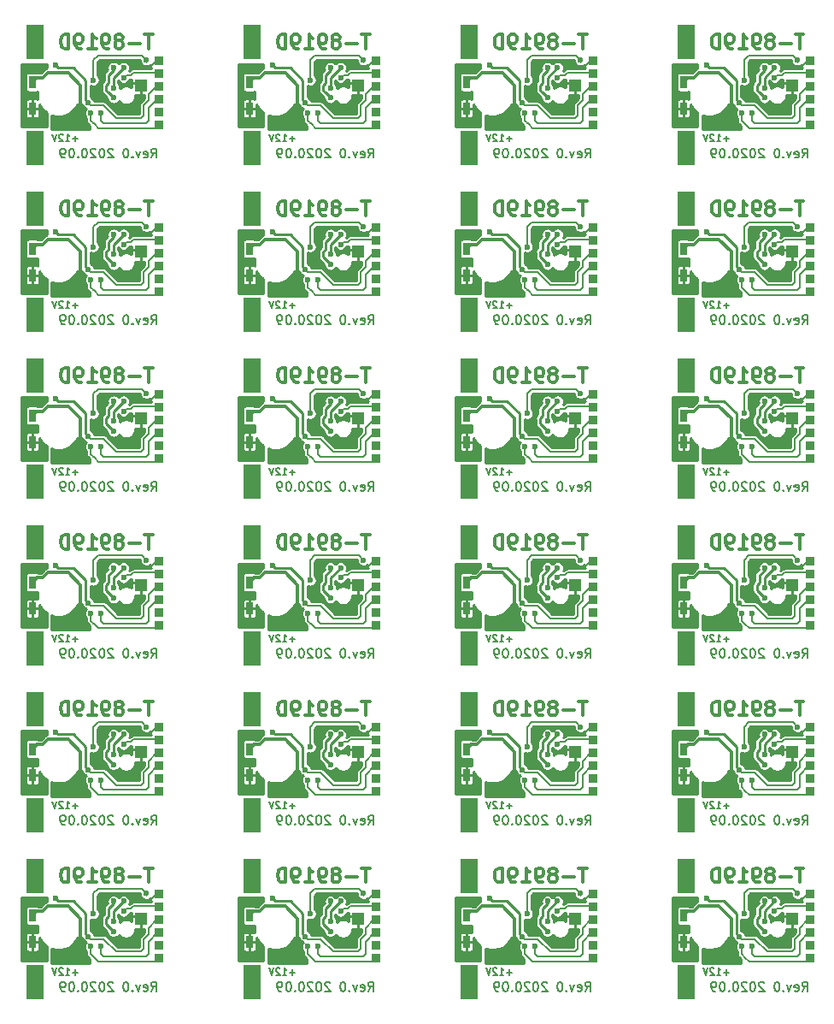
<source format=gbl>
%TF.GenerationSoftware,KiCad,Pcbnew,(5.1.6)-1*%
%TF.CreationDate,2020-09-22T23:15:15+09:00*%
%TF.ProjectId,funcdecoder_tomix_pcb_8919_rev0_panelize_94mm_97mm,66756e63-6465-4636-9f64-65725f746f6d,rev?*%
%TF.SameCoordinates,PX4c4b400PY3938700*%
%TF.FileFunction,Copper,L2,Bot*%
%TF.FilePolarity,Positive*%
%FSLAX46Y46*%
G04 Gerber Fmt 4.6, Leading zero omitted, Abs format (unit mm)*
G04 Created by KiCad (PCBNEW (5.1.6)-1) date 2020-09-22 23:15:15*
%MOMM*%
%LPD*%
G01*
G04 APERTURE LIST*
%TA.AperFunction,NonConductor*%
%ADD10C,0.300000*%
%TD*%
%TA.AperFunction,NonConductor*%
%ADD11C,0.200000*%
%TD*%
%TA.AperFunction,NonConductor*%
%ADD12C,0.140000*%
%TD*%
%TA.AperFunction,ComponentPad*%
%ADD13R,0.950000X0.950000*%
%TD*%
%TA.AperFunction,ComponentPad*%
%ADD14R,1.200000X1.200000*%
%TD*%
%TA.AperFunction,ComponentPad*%
%ADD15R,1.700000X3.500000*%
%TD*%
%TA.AperFunction,SMDPad,CuDef*%
%ADD16R,0.750000X1.300000*%
%TD*%
%TA.AperFunction,ViaPad*%
%ADD17C,1.000000*%
%TD*%
%TA.AperFunction,ViaPad*%
%ADD18C,0.600000*%
%TD*%
%TA.AperFunction,Conductor*%
%ADD19C,0.300000*%
%TD*%
%TA.AperFunction,Conductor*%
%ADD20C,0.250000*%
%TD*%
%TA.AperFunction,Conductor*%
%ADD21C,0.200000*%
%TD*%
%TA.AperFunction,Conductor*%
%ADD22C,0.400000*%
%TD*%
G04 APERTURE END LIST*
D10*
X86633333Y-83733333D02*
X85833333Y-83733333D01*
X86233333Y-85133333D02*
X86233333Y-83733333D01*
X85366666Y-84600000D02*
X84300000Y-84600000D01*
X83433333Y-84333333D02*
X83566666Y-84266666D01*
X83633333Y-84200000D01*
X83700000Y-84066666D01*
X83700000Y-84000000D01*
X83633333Y-83866666D01*
X83566666Y-83800000D01*
X83433333Y-83733333D01*
X83166666Y-83733333D01*
X83033333Y-83800000D01*
X82966666Y-83866666D01*
X82900000Y-84000000D01*
X82900000Y-84066666D01*
X82966666Y-84200000D01*
X83033333Y-84266666D01*
X83166666Y-84333333D01*
X83433333Y-84333333D01*
X83566666Y-84400000D01*
X83633333Y-84466666D01*
X83700000Y-84600000D01*
X83700000Y-84866666D01*
X83633333Y-85000000D01*
X83566666Y-85066666D01*
X83433333Y-85133333D01*
X83166666Y-85133333D01*
X83033333Y-85066666D01*
X82966666Y-85000000D01*
X82900000Y-84866666D01*
X82900000Y-84600000D01*
X82966666Y-84466666D01*
X83033333Y-84400000D01*
X83166666Y-84333333D01*
X82233333Y-85133333D02*
X81966666Y-85133333D01*
X81833333Y-85066666D01*
X81766666Y-85000000D01*
X81633333Y-84800000D01*
X81566666Y-84533333D01*
X81566666Y-84000000D01*
X81633333Y-83866666D01*
X81700000Y-83800000D01*
X81833333Y-83733333D01*
X82100000Y-83733333D01*
X82233333Y-83800000D01*
X82300000Y-83866666D01*
X82366666Y-84000000D01*
X82366666Y-84333333D01*
X82300000Y-84466666D01*
X82233333Y-84533333D01*
X82100000Y-84600000D01*
X81833333Y-84600000D01*
X81700000Y-84533333D01*
X81633333Y-84466666D01*
X81566666Y-84333333D01*
X80233333Y-85133333D02*
X81033333Y-85133333D01*
X80633333Y-85133333D02*
X80633333Y-83733333D01*
X80766666Y-83933333D01*
X80900000Y-84066666D01*
X81033333Y-84133333D01*
X79566666Y-85133333D02*
X79300000Y-85133333D01*
X79166666Y-85066666D01*
X79100000Y-85000000D01*
X78966666Y-84800000D01*
X78900000Y-84533333D01*
X78900000Y-84000000D01*
X78966666Y-83866666D01*
X79033333Y-83800000D01*
X79166666Y-83733333D01*
X79433333Y-83733333D01*
X79566666Y-83800000D01*
X79633333Y-83866666D01*
X79700000Y-84000000D01*
X79700000Y-84333333D01*
X79633333Y-84466666D01*
X79566666Y-84533333D01*
X79433333Y-84600000D01*
X79166666Y-84600000D01*
X79033333Y-84533333D01*
X78966666Y-84466666D01*
X78900000Y-84333333D01*
X78300000Y-85133333D02*
X78300000Y-83733333D01*
X77966666Y-83733333D01*
X77766666Y-83800000D01*
X77633333Y-83933333D01*
X77566666Y-84066666D01*
X77500000Y-84333333D01*
X77500000Y-84533333D01*
X77566666Y-84800000D01*
X77633333Y-84933333D01*
X77766666Y-85066666D01*
X77966666Y-85133333D01*
X78300000Y-85133333D01*
X65133333Y-83733333D02*
X64333333Y-83733333D01*
X64733333Y-85133333D02*
X64733333Y-83733333D01*
X63866666Y-84600000D02*
X62800000Y-84600000D01*
X61933333Y-84333333D02*
X62066666Y-84266666D01*
X62133333Y-84200000D01*
X62200000Y-84066666D01*
X62200000Y-84000000D01*
X62133333Y-83866666D01*
X62066666Y-83800000D01*
X61933333Y-83733333D01*
X61666666Y-83733333D01*
X61533333Y-83800000D01*
X61466666Y-83866666D01*
X61400000Y-84000000D01*
X61400000Y-84066666D01*
X61466666Y-84200000D01*
X61533333Y-84266666D01*
X61666666Y-84333333D01*
X61933333Y-84333333D01*
X62066666Y-84400000D01*
X62133333Y-84466666D01*
X62200000Y-84600000D01*
X62200000Y-84866666D01*
X62133333Y-85000000D01*
X62066666Y-85066666D01*
X61933333Y-85133333D01*
X61666666Y-85133333D01*
X61533333Y-85066666D01*
X61466666Y-85000000D01*
X61400000Y-84866666D01*
X61400000Y-84600000D01*
X61466666Y-84466666D01*
X61533333Y-84400000D01*
X61666666Y-84333333D01*
X60733333Y-85133333D02*
X60466666Y-85133333D01*
X60333333Y-85066666D01*
X60266666Y-85000000D01*
X60133333Y-84800000D01*
X60066666Y-84533333D01*
X60066666Y-84000000D01*
X60133333Y-83866666D01*
X60200000Y-83800000D01*
X60333333Y-83733333D01*
X60600000Y-83733333D01*
X60733333Y-83800000D01*
X60800000Y-83866666D01*
X60866666Y-84000000D01*
X60866666Y-84333333D01*
X60800000Y-84466666D01*
X60733333Y-84533333D01*
X60600000Y-84600000D01*
X60333333Y-84600000D01*
X60200000Y-84533333D01*
X60133333Y-84466666D01*
X60066666Y-84333333D01*
X58733333Y-85133333D02*
X59533333Y-85133333D01*
X59133333Y-85133333D02*
X59133333Y-83733333D01*
X59266666Y-83933333D01*
X59400000Y-84066666D01*
X59533333Y-84133333D01*
X58066666Y-85133333D02*
X57800000Y-85133333D01*
X57666666Y-85066666D01*
X57600000Y-85000000D01*
X57466666Y-84800000D01*
X57400000Y-84533333D01*
X57400000Y-84000000D01*
X57466666Y-83866666D01*
X57533333Y-83800000D01*
X57666666Y-83733333D01*
X57933333Y-83733333D01*
X58066666Y-83800000D01*
X58133333Y-83866666D01*
X58200000Y-84000000D01*
X58200000Y-84333333D01*
X58133333Y-84466666D01*
X58066666Y-84533333D01*
X57933333Y-84600000D01*
X57666666Y-84600000D01*
X57533333Y-84533333D01*
X57466666Y-84466666D01*
X57400000Y-84333333D01*
X56800000Y-85133333D02*
X56800000Y-83733333D01*
X56466666Y-83733333D01*
X56266666Y-83800000D01*
X56133333Y-83933333D01*
X56066666Y-84066666D01*
X56000000Y-84333333D01*
X56000000Y-84533333D01*
X56066666Y-84800000D01*
X56133333Y-84933333D01*
X56266666Y-85066666D01*
X56466666Y-85133333D01*
X56800000Y-85133333D01*
X43633333Y-83733333D02*
X42833333Y-83733333D01*
X43233333Y-85133333D02*
X43233333Y-83733333D01*
X42366666Y-84600000D02*
X41300000Y-84600000D01*
X40433333Y-84333333D02*
X40566666Y-84266666D01*
X40633333Y-84200000D01*
X40700000Y-84066666D01*
X40700000Y-84000000D01*
X40633333Y-83866666D01*
X40566666Y-83800000D01*
X40433333Y-83733333D01*
X40166666Y-83733333D01*
X40033333Y-83800000D01*
X39966666Y-83866666D01*
X39900000Y-84000000D01*
X39900000Y-84066666D01*
X39966666Y-84200000D01*
X40033333Y-84266666D01*
X40166666Y-84333333D01*
X40433333Y-84333333D01*
X40566666Y-84400000D01*
X40633333Y-84466666D01*
X40700000Y-84600000D01*
X40700000Y-84866666D01*
X40633333Y-85000000D01*
X40566666Y-85066666D01*
X40433333Y-85133333D01*
X40166666Y-85133333D01*
X40033333Y-85066666D01*
X39966666Y-85000000D01*
X39900000Y-84866666D01*
X39900000Y-84600000D01*
X39966666Y-84466666D01*
X40033333Y-84400000D01*
X40166666Y-84333333D01*
X39233333Y-85133333D02*
X38966666Y-85133333D01*
X38833333Y-85066666D01*
X38766666Y-85000000D01*
X38633333Y-84800000D01*
X38566666Y-84533333D01*
X38566666Y-84000000D01*
X38633333Y-83866666D01*
X38700000Y-83800000D01*
X38833333Y-83733333D01*
X39100000Y-83733333D01*
X39233333Y-83800000D01*
X39300000Y-83866666D01*
X39366666Y-84000000D01*
X39366666Y-84333333D01*
X39300000Y-84466666D01*
X39233333Y-84533333D01*
X39100000Y-84600000D01*
X38833333Y-84600000D01*
X38700000Y-84533333D01*
X38633333Y-84466666D01*
X38566666Y-84333333D01*
X37233333Y-85133333D02*
X38033333Y-85133333D01*
X37633333Y-85133333D02*
X37633333Y-83733333D01*
X37766666Y-83933333D01*
X37900000Y-84066666D01*
X38033333Y-84133333D01*
X36566666Y-85133333D02*
X36300000Y-85133333D01*
X36166666Y-85066666D01*
X36100000Y-85000000D01*
X35966666Y-84800000D01*
X35900000Y-84533333D01*
X35900000Y-84000000D01*
X35966666Y-83866666D01*
X36033333Y-83800000D01*
X36166666Y-83733333D01*
X36433333Y-83733333D01*
X36566666Y-83800000D01*
X36633333Y-83866666D01*
X36700000Y-84000000D01*
X36700000Y-84333333D01*
X36633333Y-84466666D01*
X36566666Y-84533333D01*
X36433333Y-84600000D01*
X36166666Y-84600000D01*
X36033333Y-84533333D01*
X35966666Y-84466666D01*
X35900000Y-84333333D01*
X35300000Y-85133333D02*
X35300000Y-83733333D01*
X34966666Y-83733333D01*
X34766666Y-83800000D01*
X34633333Y-83933333D01*
X34566666Y-84066666D01*
X34500000Y-84333333D01*
X34500000Y-84533333D01*
X34566666Y-84800000D01*
X34633333Y-84933333D01*
X34766666Y-85066666D01*
X34966666Y-85133333D01*
X35300000Y-85133333D01*
X22133333Y-83733333D02*
X21333333Y-83733333D01*
X21733333Y-85133333D02*
X21733333Y-83733333D01*
X20866666Y-84600000D02*
X19800000Y-84600000D01*
X18933333Y-84333333D02*
X19066666Y-84266666D01*
X19133333Y-84200000D01*
X19200000Y-84066666D01*
X19200000Y-84000000D01*
X19133333Y-83866666D01*
X19066666Y-83800000D01*
X18933333Y-83733333D01*
X18666666Y-83733333D01*
X18533333Y-83800000D01*
X18466666Y-83866666D01*
X18400000Y-84000000D01*
X18400000Y-84066666D01*
X18466666Y-84200000D01*
X18533333Y-84266666D01*
X18666666Y-84333333D01*
X18933333Y-84333333D01*
X19066666Y-84400000D01*
X19133333Y-84466666D01*
X19200000Y-84600000D01*
X19200000Y-84866666D01*
X19133333Y-85000000D01*
X19066666Y-85066666D01*
X18933333Y-85133333D01*
X18666666Y-85133333D01*
X18533333Y-85066666D01*
X18466666Y-85000000D01*
X18400000Y-84866666D01*
X18400000Y-84600000D01*
X18466666Y-84466666D01*
X18533333Y-84400000D01*
X18666666Y-84333333D01*
X17733333Y-85133333D02*
X17466666Y-85133333D01*
X17333333Y-85066666D01*
X17266666Y-85000000D01*
X17133333Y-84800000D01*
X17066666Y-84533333D01*
X17066666Y-84000000D01*
X17133333Y-83866666D01*
X17200000Y-83800000D01*
X17333333Y-83733333D01*
X17600000Y-83733333D01*
X17733333Y-83800000D01*
X17800000Y-83866666D01*
X17866666Y-84000000D01*
X17866666Y-84333333D01*
X17800000Y-84466666D01*
X17733333Y-84533333D01*
X17600000Y-84600000D01*
X17333333Y-84600000D01*
X17200000Y-84533333D01*
X17133333Y-84466666D01*
X17066666Y-84333333D01*
X15733333Y-85133333D02*
X16533333Y-85133333D01*
X16133333Y-85133333D02*
X16133333Y-83733333D01*
X16266666Y-83933333D01*
X16400000Y-84066666D01*
X16533333Y-84133333D01*
X15066666Y-85133333D02*
X14800000Y-85133333D01*
X14666666Y-85066666D01*
X14600000Y-85000000D01*
X14466666Y-84800000D01*
X14400000Y-84533333D01*
X14400000Y-84000000D01*
X14466666Y-83866666D01*
X14533333Y-83800000D01*
X14666666Y-83733333D01*
X14933333Y-83733333D01*
X15066666Y-83800000D01*
X15133333Y-83866666D01*
X15200000Y-84000000D01*
X15200000Y-84333333D01*
X15133333Y-84466666D01*
X15066666Y-84533333D01*
X14933333Y-84600000D01*
X14666666Y-84600000D01*
X14533333Y-84533333D01*
X14466666Y-84466666D01*
X14400000Y-84333333D01*
X13800000Y-85133333D02*
X13800000Y-83733333D01*
X13466666Y-83733333D01*
X13266666Y-83800000D01*
X13133333Y-83933333D01*
X13066666Y-84066666D01*
X13000000Y-84333333D01*
X13000000Y-84533333D01*
X13066666Y-84800000D01*
X13133333Y-84933333D01*
X13266666Y-85066666D01*
X13466666Y-85133333D01*
X13800000Y-85133333D01*
X86633333Y-67233333D02*
X85833333Y-67233333D01*
X86233333Y-68633333D02*
X86233333Y-67233333D01*
X85366666Y-68100000D02*
X84300000Y-68100000D01*
X83433333Y-67833333D02*
X83566666Y-67766666D01*
X83633333Y-67700000D01*
X83700000Y-67566666D01*
X83700000Y-67500000D01*
X83633333Y-67366666D01*
X83566666Y-67300000D01*
X83433333Y-67233333D01*
X83166666Y-67233333D01*
X83033333Y-67300000D01*
X82966666Y-67366666D01*
X82900000Y-67500000D01*
X82900000Y-67566666D01*
X82966666Y-67700000D01*
X83033333Y-67766666D01*
X83166666Y-67833333D01*
X83433333Y-67833333D01*
X83566666Y-67900000D01*
X83633333Y-67966666D01*
X83700000Y-68100000D01*
X83700000Y-68366666D01*
X83633333Y-68500000D01*
X83566666Y-68566666D01*
X83433333Y-68633333D01*
X83166666Y-68633333D01*
X83033333Y-68566666D01*
X82966666Y-68500000D01*
X82900000Y-68366666D01*
X82900000Y-68100000D01*
X82966666Y-67966666D01*
X83033333Y-67900000D01*
X83166666Y-67833333D01*
X82233333Y-68633333D02*
X81966666Y-68633333D01*
X81833333Y-68566666D01*
X81766666Y-68500000D01*
X81633333Y-68300000D01*
X81566666Y-68033333D01*
X81566666Y-67500000D01*
X81633333Y-67366666D01*
X81700000Y-67300000D01*
X81833333Y-67233333D01*
X82100000Y-67233333D01*
X82233333Y-67300000D01*
X82300000Y-67366666D01*
X82366666Y-67500000D01*
X82366666Y-67833333D01*
X82300000Y-67966666D01*
X82233333Y-68033333D01*
X82100000Y-68100000D01*
X81833333Y-68100000D01*
X81700000Y-68033333D01*
X81633333Y-67966666D01*
X81566666Y-67833333D01*
X80233333Y-68633333D02*
X81033333Y-68633333D01*
X80633333Y-68633333D02*
X80633333Y-67233333D01*
X80766666Y-67433333D01*
X80900000Y-67566666D01*
X81033333Y-67633333D01*
X79566666Y-68633333D02*
X79300000Y-68633333D01*
X79166666Y-68566666D01*
X79100000Y-68500000D01*
X78966666Y-68300000D01*
X78900000Y-68033333D01*
X78900000Y-67500000D01*
X78966666Y-67366666D01*
X79033333Y-67300000D01*
X79166666Y-67233333D01*
X79433333Y-67233333D01*
X79566666Y-67300000D01*
X79633333Y-67366666D01*
X79700000Y-67500000D01*
X79700000Y-67833333D01*
X79633333Y-67966666D01*
X79566666Y-68033333D01*
X79433333Y-68100000D01*
X79166666Y-68100000D01*
X79033333Y-68033333D01*
X78966666Y-67966666D01*
X78900000Y-67833333D01*
X78300000Y-68633333D02*
X78300000Y-67233333D01*
X77966666Y-67233333D01*
X77766666Y-67300000D01*
X77633333Y-67433333D01*
X77566666Y-67566666D01*
X77500000Y-67833333D01*
X77500000Y-68033333D01*
X77566666Y-68300000D01*
X77633333Y-68433333D01*
X77766666Y-68566666D01*
X77966666Y-68633333D01*
X78300000Y-68633333D01*
X65133333Y-67233333D02*
X64333333Y-67233333D01*
X64733333Y-68633333D02*
X64733333Y-67233333D01*
X63866666Y-68100000D02*
X62800000Y-68100000D01*
X61933333Y-67833333D02*
X62066666Y-67766666D01*
X62133333Y-67700000D01*
X62200000Y-67566666D01*
X62200000Y-67500000D01*
X62133333Y-67366666D01*
X62066666Y-67300000D01*
X61933333Y-67233333D01*
X61666666Y-67233333D01*
X61533333Y-67300000D01*
X61466666Y-67366666D01*
X61400000Y-67500000D01*
X61400000Y-67566666D01*
X61466666Y-67700000D01*
X61533333Y-67766666D01*
X61666666Y-67833333D01*
X61933333Y-67833333D01*
X62066666Y-67900000D01*
X62133333Y-67966666D01*
X62200000Y-68100000D01*
X62200000Y-68366666D01*
X62133333Y-68500000D01*
X62066666Y-68566666D01*
X61933333Y-68633333D01*
X61666666Y-68633333D01*
X61533333Y-68566666D01*
X61466666Y-68500000D01*
X61400000Y-68366666D01*
X61400000Y-68100000D01*
X61466666Y-67966666D01*
X61533333Y-67900000D01*
X61666666Y-67833333D01*
X60733333Y-68633333D02*
X60466666Y-68633333D01*
X60333333Y-68566666D01*
X60266666Y-68500000D01*
X60133333Y-68300000D01*
X60066666Y-68033333D01*
X60066666Y-67500000D01*
X60133333Y-67366666D01*
X60200000Y-67300000D01*
X60333333Y-67233333D01*
X60600000Y-67233333D01*
X60733333Y-67300000D01*
X60800000Y-67366666D01*
X60866666Y-67500000D01*
X60866666Y-67833333D01*
X60800000Y-67966666D01*
X60733333Y-68033333D01*
X60600000Y-68100000D01*
X60333333Y-68100000D01*
X60200000Y-68033333D01*
X60133333Y-67966666D01*
X60066666Y-67833333D01*
X58733333Y-68633333D02*
X59533333Y-68633333D01*
X59133333Y-68633333D02*
X59133333Y-67233333D01*
X59266666Y-67433333D01*
X59400000Y-67566666D01*
X59533333Y-67633333D01*
X58066666Y-68633333D02*
X57800000Y-68633333D01*
X57666666Y-68566666D01*
X57600000Y-68500000D01*
X57466666Y-68300000D01*
X57400000Y-68033333D01*
X57400000Y-67500000D01*
X57466666Y-67366666D01*
X57533333Y-67300000D01*
X57666666Y-67233333D01*
X57933333Y-67233333D01*
X58066666Y-67300000D01*
X58133333Y-67366666D01*
X58200000Y-67500000D01*
X58200000Y-67833333D01*
X58133333Y-67966666D01*
X58066666Y-68033333D01*
X57933333Y-68100000D01*
X57666666Y-68100000D01*
X57533333Y-68033333D01*
X57466666Y-67966666D01*
X57400000Y-67833333D01*
X56800000Y-68633333D02*
X56800000Y-67233333D01*
X56466666Y-67233333D01*
X56266666Y-67300000D01*
X56133333Y-67433333D01*
X56066666Y-67566666D01*
X56000000Y-67833333D01*
X56000000Y-68033333D01*
X56066666Y-68300000D01*
X56133333Y-68433333D01*
X56266666Y-68566666D01*
X56466666Y-68633333D01*
X56800000Y-68633333D01*
X43633333Y-67233333D02*
X42833333Y-67233333D01*
X43233333Y-68633333D02*
X43233333Y-67233333D01*
X42366666Y-68100000D02*
X41300000Y-68100000D01*
X40433333Y-67833333D02*
X40566666Y-67766666D01*
X40633333Y-67700000D01*
X40700000Y-67566666D01*
X40700000Y-67500000D01*
X40633333Y-67366666D01*
X40566666Y-67300000D01*
X40433333Y-67233333D01*
X40166666Y-67233333D01*
X40033333Y-67300000D01*
X39966666Y-67366666D01*
X39900000Y-67500000D01*
X39900000Y-67566666D01*
X39966666Y-67700000D01*
X40033333Y-67766666D01*
X40166666Y-67833333D01*
X40433333Y-67833333D01*
X40566666Y-67900000D01*
X40633333Y-67966666D01*
X40700000Y-68100000D01*
X40700000Y-68366666D01*
X40633333Y-68500000D01*
X40566666Y-68566666D01*
X40433333Y-68633333D01*
X40166666Y-68633333D01*
X40033333Y-68566666D01*
X39966666Y-68500000D01*
X39900000Y-68366666D01*
X39900000Y-68100000D01*
X39966666Y-67966666D01*
X40033333Y-67900000D01*
X40166666Y-67833333D01*
X39233333Y-68633333D02*
X38966666Y-68633333D01*
X38833333Y-68566666D01*
X38766666Y-68500000D01*
X38633333Y-68300000D01*
X38566666Y-68033333D01*
X38566666Y-67500000D01*
X38633333Y-67366666D01*
X38700000Y-67300000D01*
X38833333Y-67233333D01*
X39100000Y-67233333D01*
X39233333Y-67300000D01*
X39300000Y-67366666D01*
X39366666Y-67500000D01*
X39366666Y-67833333D01*
X39300000Y-67966666D01*
X39233333Y-68033333D01*
X39100000Y-68100000D01*
X38833333Y-68100000D01*
X38700000Y-68033333D01*
X38633333Y-67966666D01*
X38566666Y-67833333D01*
X37233333Y-68633333D02*
X38033333Y-68633333D01*
X37633333Y-68633333D02*
X37633333Y-67233333D01*
X37766666Y-67433333D01*
X37900000Y-67566666D01*
X38033333Y-67633333D01*
X36566666Y-68633333D02*
X36300000Y-68633333D01*
X36166666Y-68566666D01*
X36100000Y-68500000D01*
X35966666Y-68300000D01*
X35900000Y-68033333D01*
X35900000Y-67500000D01*
X35966666Y-67366666D01*
X36033333Y-67300000D01*
X36166666Y-67233333D01*
X36433333Y-67233333D01*
X36566666Y-67300000D01*
X36633333Y-67366666D01*
X36700000Y-67500000D01*
X36700000Y-67833333D01*
X36633333Y-67966666D01*
X36566666Y-68033333D01*
X36433333Y-68100000D01*
X36166666Y-68100000D01*
X36033333Y-68033333D01*
X35966666Y-67966666D01*
X35900000Y-67833333D01*
X35300000Y-68633333D02*
X35300000Y-67233333D01*
X34966666Y-67233333D01*
X34766666Y-67300000D01*
X34633333Y-67433333D01*
X34566666Y-67566666D01*
X34500000Y-67833333D01*
X34500000Y-68033333D01*
X34566666Y-68300000D01*
X34633333Y-68433333D01*
X34766666Y-68566666D01*
X34966666Y-68633333D01*
X35300000Y-68633333D01*
X22133333Y-67233333D02*
X21333333Y-67233333D01*
X21733333Y-68633333D02*
X21733333Y-67233333D01*
X20866666Y-68100000D02*
X19800000Y-68100000D01*
X18933333Y-67833333D02*
X19066666Y-67766666D01*
X19133333Y-67700000D01*
X19200000Y-67566666D01*
X19200000Y-67500000D01*
X19133333Y-67366666D01*
X19066666Y-67300000D01*
X18933333Y-67233333D01*
X18666666Y-67233333D01*
X18533333Y-67300000D01*
X18466666Y-67366666D01*
X18400000Y-67500000D01*
X18400000Y-67566666D01*
X18466666Y-67700000D01*
X18533333Y-67766666D01*
X18666666Y-67833333D01*
X18933333Y-67833333D01*
X19066666Y-67900000D01*
X19133333Y-67966666D01*
X19200000Y-68100000D01*
X19200000Y-68366666D01*
X19133333Y-68500000D01*
X19066666Y-68566666D01*
X18933333Y-68633333D01*
X18666666Y-68633333D01*
X18533333Y-68566666D01*
X18466666Y-68500000D01*
X18400000Y-68366666D01*
X18400000Y-68100000D01*
X18466666Y-67966666D01*
X18533333Y-67900000D01*
X18666666Y-67833333D01*
X17733333Y-68633333D02*
X17466666Y-68633333D01*
X17333333Y-68566666D01*
X17266666Y-68500000D01*
X17133333Y-68300000D01*
X17066666Y-68033333D01*
X17066666Y-67500000D01*
X17133333Y-67366666D01*
X17200000Y-67300000D01*
X17333333Y-67233333D01*
X17600000Y-67233333D01*
X17733333Y-67300000D01*
X17800000Y-67366666D01*
X17866666Y-67500000D01*
X17866666Y-67833333D01*
X17800000Y-67966666D01*
X17733333Y-68033333D01*
X17600000Y-68100000D01*
X17333333Y-68100000D01*
X17200000Y-68033333D01*
X17133333Y-67966666D01*
X17066666Y-67833333D01*
X15733333Y-68633333D02*
X16533333Y-68633333D01*
X16133333Y-68633333D02*
X16133333Y-67233333D01*
X16266666Y-67433333D01*
X16400000Y-67566666D01*
X16533333Y-67633333D01*
X15066666Y-68633333D02*
X14800000Y-68633333D01*
X14666666Y-68566666D01*
X14600000Y-68500000D01*
X14466666Y-68300000D01*
X14400000Y-68033333D01*
X14400000Y-67500000D01*
X14466666Y-67366666D01*
X14533333Y-67300000D01*
X14666666Y-67233333D01*
X14933333Y-67233333D01*
X15066666Y-67300000D01*
X15133333Y-67366666D01*
X15200000Y-67500000D01*
X15200000Y-67833333D01*
X15133333Y-67966666D01*
X15066666Y-68033333D01*
X14933333Y-68100000D01*
X14666666Y-68100000D01*
X14533333Y-68033333D01*
X14466666Y-67966666D01*
X14400000Y-67833333D01*
X13800000Y-68633333D02*
X13800000Y-67233333D01*
X13466666Y-67233333D01*
X13266666Y-67300000D01*
X13133333Y-67433333D01*
X13066666Y-67566666D01*
X13000000Y-67833333D01*
X13000000Y-68033333D01*
X13066666Y-68300000D01*
X13133333Y-68433333D01*
X13266666Y-68566666D01*
X13466666Y-68633333D01*
X13800000Y-68633333D01*
X86633333Y-50733333D02*
X85833333Y-50733333D01*
X86233333Y-52133333D02*
X86233333Y-50733333D01*
X85366666Y-51600000D02*
X84300000Y-51600000D01*
X83433333Y-51333333D02*
X83566666Y-51266666D01*
X83633333Y-51200000D01*
X83700000Y-51066666D01*
X83700000Y-51000000D01*
X83633333Y-50866666D01*
X83566666Y-50800000D01*
X83433333Y-50733333D01*
X83166666Y-50733333D01*
X83033333Y-50800000D01*
X82966666Y-50866666D01*
X82900000Y-51000000D01*
X82900000Y-51066666D01*
X82966666Y-51200000D01*
X83033333Y-51266666D01*
X83166666Y-51333333D01*
X83433333Y-51333333D01*
X83566666Y-51400000D01*
X83633333Y-51466666D01*
X83700000Y-51600000D01*
X83700000Y-51866666D01*
X83633333Y-52000000D01*
X83566666Y-52066666D01*
X83433333Y-52133333D01*
X83166666Y-52133333D01*
X83033333Y-52066666D01*
X82966666Y-52000000D01*
X82900000Y-51866666D01*
X82900000Y-51600000D01*
X82966666Y-51466666D01*
X83033333Y-51400000D01*
X83166666Y-51333333D01*
X82233333Y-52133333D02*
X81966666Y-52133333D01*
X81833333Y-52066666D01*
X81766666Y-52000000D01*
X81633333Y-51800000D01*
X81566666Y-51533333D01*
X81566666Y-51000000D01*
X81633333Y-50866666D01*
X81700000Y-50800000D01*
X81833333Y-50733333D01*
X82100000Y-50733333D01*
X82233333Y-50800000D01*
X82300000Y-50866666D01*
X82366666Y-51000000D01*
X82366666Y-51333333D01*
X82300000Y-51466666D01*
X82233333Y-51533333D01*
X82100000Y-51600000D01*
X81833333Y-51600000D01*
X81700000Y-51533333D01*
X81633333Y-51466666D01*
X81566666Y-51333333D01*
X80233333Y-52133333D02*
X81033333Y-52133333D01*
X80633333Y-52133333D02*
X80633333Y-50733333D01*
X80766666Y-50933333D01*
X80900000Y-51066666D01*
X81033333Y-51133333D01*
X79566666Y-52133333D02*
X79300000Y-52133333D01*
X79166666Y-52066666D01*
X79100000Y-52000000D01*
X78966666Y-51800000D01*
X78900000Y-51533333D01*
X78900000Y-51000000D01*
X78966666Y-50866666D01*
X79033333Y-50800000D01*
X79166666Y-50733333D01*
X79433333Y-50733333D01*
X79566666Y-50800000D01*
X79633333Y-50866666D01*
X79700000Y-51000000D01*
X79700000Y-51333333D01*
X79633333Y-51466666D01*
X79566666Y-51533333D01*
X79433333Y-51600000D01*
X79166666Y-51600000D01*
X79033333Y-51533333D01*
X78966666Y-51466666D01*
X78900000Y-51333333D01*
X78300000Y-52133333D02*
X78300000Y-50733333D01*
X77966666Y-50733333D01*
X77766666Y-50800000D01*
X77633333Y-50933333D01*
X77566666Y-51066666D01*
X77500000Y-51333333D01*
X77500000Y-51533333D01*
X77566666Y-51800000D01*
X77633333Y-51933333D01*
X77766666Y-52066666D01*
X77966666Y-52133333D01*
X78300000Y-52133333D01*
X65133333Y-50733333D02*
X64333333Y-50733333D01*
X64733333Y-52133333D02*
X64733333Y-50733333D01*
X63866666Y-51600000D02*
X62800000Y-51600000D01*
X61933333Y-51333333D02*
X62066666Y-51266666D01*
X62133333Y-51200000D01*
X62200000Y-51066666D01*
X62200000Y-51000000D01*
X62133333Y-50866666D01*
X62066666Y-50800000D01*
X61933333Y-50733333D01*
X61666666Y-50733333D01*
X61533333Y-50800000D01*
X61466666Y-50866666D01*
X61400000Y-51000000D01*
X61400000Y-51066666D01*
X61466666Y-51200000D01*
X61533333Y-51266666D01*
X61666666Y-51333333D01*
X61933333Y-51333333D01*
X62066666Y-51400000D01*
X62133333Y-51466666D01*
X62200000Y-51600000D01*
X62200000Y-51866666D01*
X62133333Y-52000000D01*
X62066666Y-52066666D01*
X61933333Y-52133333D01*
X61666666Y-52133333D01*
X61533333Y-52066666D01*
X61466666Y-52000000D01*
X61400000Y-51866666D01*
X61400000Y-51600000D01*
X61466666Y-51466666D01*
X61533333Y-51400000D01*
X61666666Y-51333333D01*
X60733333Y-52133333D02*
X60466666Y-52133333D01*
X60333333Y-52066666D01*
X60266666Y-52000000D01*
X60133333Y-51800000D01*
X60066666Y-51533333D01*
X60066666Y-51000000D01*
X60133333Y-50866666D01*
X60200000Y-50800000D01*
X60333333Y-50733333D01*
X60600000Y-50733333D01*
X60733333Y-50800000D01*
X60800000Y-50866666D01*
X60866666Y-51000000D01*
X60866666Y-51333333D01*
X60800000Y-51466666D01*
X60733333Y-51533333D01*
X60600000Y-51600000D01*
X60333333Y-51600000D01*
X60200000Y-51533333D01*
X60133333Y-51466666D01*
X60066666Y-51333333D01*
X58733333Y-52133333D02*
X59533333Y-52133333D01*
X59133333Y-52133333D02*
X59133333Y-50733333D01*
X59266666Y-50933333D01*
X59400000Y-51066666D01*
X59533333Y-51133333D01*
X58066666Y-52133333D02*
X57800000Y-52133333D01*
X57666666Y-52066666D01*
X57600000Y-52000000D01*
X57466666Y-51800000D01*
X57400000Y-51533333D01*
X57400000Y-51000000D01*
X57466666Y-50866666D01*
X57533333Y-50800000D01*
X57666666Y-50733333D01*
X57933333Y-50733333D01*
X58066666Y-50800000D01*
X58133333Y-50866666D01*
X58200000Y-51000000D01*
X58200000Y-51333333D01*
X58133333Y-51466666D01*
X58066666Y-51533333D01*
X57933333Y-51600000D01*
X57666666Y-51600000D01*
X57533333Y-51533333D01*
X57466666Y-51466666D01*
X57400000Y-51333333D01*
X56800000Y-52133333D02*
X56800000Y-50733333D01*
X56466666Y-50733333D01*
X56266666Y-50800000D01*
X56133333Y-50933333D01*
X56066666Y-51066666D01*
X56000000Y-51333333D01*
X56000000Y-51533333D01*
X56066666Y-51800000D01*
X56133333Y-51933333D01*
X56266666Y-52066666D01*
X56466666Y-52133333D01*
X56800000Y-52133333D01*
X43633333Y-50733333D02*
X42833333Y-50733333D01*
X43233333Y-52133333D02*
X43233333Y-50733333D01*
X42366666Y-51600000D02*
X41300000Y-51600000D01*
X40433333Y-51333333D02*
X40566666Y-51266666D01*
X40633333Y-51200000D01*
X40700000Y-51066666D01*
X40700000Y-51000000D01*
X40633333Y-50866666D01*
X40566666Y-50800000D01*
X40433333Y-50733333D01*
X40166666Y-50733333D01*
X40033333Y-50800000D01*
X39966666Y-50866666D01*
X39900000Y-51000000D01*
X39900000Y-51066666D01*
X39966666Y-51200000D01*
X40033333Y-51266666D01*
X40166666Y-51333333D01*
X40433333Y-51333333D01*
X40566666Y-51400000D01*
X40633333Y-51466666D01*
X40700000Y-51600000D01*
X40700000Y-51866666D01*
X40633333Y-52000000D01*
X40566666Y-52066666D01*
X40433333Y-52133333D01*
X40166666Y-52133333D01*
X40033333Y-52066666D01*
X39966666Y-52000000D01*
X39900000Y-51866666D01*
X39900000Y-51600000D01*
X39966666Y-51466666D01*
X40033333Y-51400000D01*
X40166666Y-51333333D01*
X39233333Y-52133333D02*
X38966666Y-52133333D01*
X38833333Y-52066666D01*
X38766666Y-52000000D01*
X38633333Y-51800000D01*
X38566666Y-51533333D01*
X38566666Y-51000000D01*
X38633333Y-50866666D01*
X38700000Y-50800000D01*
X38833333Y-50733333D01*
X39100000Y-50733333D01*
X39233333Y-50800000D01*
X39300000Y-50866666D01*
X39366666Y-51000000D01*
X39366666Y-51333333D01*
X39300000Y-51466666D01*
X39233333Y-51533333D01*
X39100000Y-51600000D01*
X38833333Y-51600000D01*
X38700000Y-51533333D01*
X38633333Y-51466666D01*
X38566666Y-51333333D01*
X37233333Y-52133333D02*
X38033333Y-52133333D01*
X37633333Y-52133333D02*
X37633333Y-50733333D01*
X37766666Y-50933333D01*
X37900000Y-51066666D01*
X38033333Y-51133333D01*
X36566666Y-52133333D02*
X36300000Y-52133333D01*
X36166666Y-52066666D01*
X36100000Y-52000000D01*
X35966666Y-51800000D01*
X35900000Y-51533333D01*
X35900000Y-51000000D01*
X35966666Y-50866666D01*
X36033333Y-50800000D01*
X36166666Y-50733333D01*
X36433333Y-50733333D01*
X36566666Y-50800000D01*
X36633333Y-50866666D01*
X36700000Y-51000000D01*
X36700000Y-51333333D01*
X36633333Y-51466666D01*
X36566666Y-51533333D01*
X36433333Y-51600000D01*
X36166666Y-51600000D01*
X36033333Y-51533333D01*
X35966666Y-51466666D01*
X35900000Y-51333333D01*
X35300000Y-52133333D02*
X35300000Y-50733333D01*
X34966666Y-50733333D01*
X34766666Y-50800000D01*
X34633333Y-50933333D01*
X34566666Y-51066666D01*
X34500000Y-51333333D01*
X34500000Y-51533333D01*
X34566666Y-51800000D01*
X34633333Y-51933333D01*
X34766666Y-52066666D01*
X34966666Y-52133333D01*
X35300000Y-52133333D01*
X22133333Y-50733333D02*
X21333333Y-50733333D01*
X21733333Y-52133333D02*
X21733333Y-50733333D01*
X20866666Y-51600000D02*
X19800000Y-51600000D01*
X18933333Y-51333333D02*
X19066666Y-51266666D01*
X19133333Y-51200000D01*
X19200000Y-51066666D01*
X19200000Y-51000000D01*
X19133333Y-50866666D01*
X19066666Y-50800000D01*
X18933333Y-50733333D01*
X18666666Y-50733333D01*
X18533333Y-50800000D01*
X18466666Y-50866666D01*
X18400000Y-51000000D01*
X18400000Y-51066666D01*
X18466666Y-51200000D01*
X18533333Y-51266666D01*
X18666666Y-51333333D01*
X18933333Y-51333333D01*
X19066666Y-51400000D01*
X19133333Y-51466666D01*
X19200000Y-51600000D01*
X19200000Y-51866666D01*
X19133333Y-52000000D01*
X19066666Y-52066666D01*
X18933333Y-52133333D01*
X18666666Y-52133333D01*
X18533333Y-52066666D01*
X18466666Y-52000000D01*
X18400000Y-51866666D01*
X18400000Y-51600000D01*
X18466666Y-51466666D01*
X18533333Y-51400000D01*
X18666666Y-51333333D01*
X17733333Y-52133333D02*
X17466666Y-52133333D01*
X17333333Y-52066666D01*
X17266666Y-52000000D01*
X17133333Y-51800000D01*
X17066666Y-51533333D01*
X17066666Y-51000000D01*
X17133333Y-50866666D01*
X17200000Y-50800000D01*
X17333333Y-50733333D01*
X17600000Y-50733333D01*
X17733333Y-50800000D01*
X17800000Y-50866666D01*
X17866666Y-51000000D01*
X17866666Y-51333333D01*
X17800000Y-51466666D01*
X17733333Y-51533333D01*
X17600000Y-51600000D01*
X17333333Y-51600000D01*
X17200000Y-51533333D01*
X17133333Y-51466666D01*
X17066666Y-51333333D01*
X15733333Y-52133333D02*
X16533333Y-52133333D01*
X16133333Y-52133333D02*
X16133333Y-50733333D01*
X16266666Y-50933333D01*
X16400000Y-51066666D01*
X16533333Y-51133333D01*
X15066666Y-52133333D02*
X14800000Y-52133333D01*
X14666666Y-52066666D01*
X14600000Y-52000000D01*
X14466666Y-51800000D01*
X14400000Y-51533333D01*
X14400000Y-51000000D01*
X14466666Y-50866666D01*
X14533333Y-50800000D01*
X14666666Y-50733333D01*
X14933333Y-50733333D01*
X15066666Y-50800000D01*
X15133333Y-50866666D01*
X15200000Y-51000000D01*
X15200000Y-51333333D01*
X15133333Y-51466666D01*
X15066666Y-51533333D01*
X14933333Y-51600000D01*
X14666666Y-51600000D01*
X14533333Y-51533333D01*
X14466666Y-51466666D01*
X14400000Y-51333333D01*
X13800000Y-52133333D02*
X13800000Y-50733333D01*
X13466666Y-50733333D01*
X13266666Y-50800000D01*
X13133333Y-50933333D01*
X13066666Y-51066666D01*
X13000000Y-51333333D01*
X13000000Y-51533333D01*
X13066666Y-51800000D01*
X13133333Y-51933333D01*
X13266666Y-52066666D01*
X13466666Y-52133333D01*
X13800000Y-52133333D01*
X86633333Y-34233333D02*
X85833333Y-34233333D01*
X86233333Y-35633333D02*
X86233333Y-34233333D01*
X85366666Y-35100000D02*
X84300000Y-35100000D01*
X83433333Y-34833333D02*
X83566666Y-34766666D01*
X83633333Y-34700000D01*
X83700000Y-34566666D01*
X83700000Y-34500000D01*
X83633333Y-34366666D01*
X83566666Y-34300000D01*
X83433333Y-34233333D01*
X83166666Y-34233333D01*
X83033333Y-34300000D01*
X82966666Y-34366666D01*
X82900000Y-34500000D01*
X82900000Y-34566666D01*
X82966666Y-34700000D01*
X83033333Y-34766666D01*
X83166666Y-34833333D01*
X83433333Y-34833333D01*
X83566666Y-34900000D01*
X83633333Y-34966666D01*
X83700000Y-35100000D01*
X83700000Y-35366666D01*
X83633333Y-35500000D01*
X83566666Y-35566666D01*
X83433333Y-35633333D01*
X83166666Y-35633333D01*
X83033333Y-35566666D01*
X82966666Y-35500000D01*
X82900000Y-35366666D01*
X82900000Y-35100000D01*
X82966666Y-34966666D01*
X83033333Y-34900000D01*
X83166666Y-34833333D01*
X82233333Y-35633333D02*
X81966666Y-35633333D01*
X81833333Y-35566666D01*
X81766666Y-35500000D01*
X81633333Y-35300000D01*
X81566666Y-35033333D01*
X81566666Y-34500000D01*
X81633333Y-34366666D01*
X81700000Y-34300000D01*
X81833333Y-34233333D01*
X82100000Y-34233333D01*
X82233333Y-34300000D01*
X82300000Y-34366666D01*
X82366666Y-34500000D01*
X82366666Y-34833333D01*
X82300000Y-34966666D01*
X82233333Y-35033333D01*
X82100000Y-35100000D01*
X81833333Y-35100000D01*
X81700000Y-35033333D01*
X81633333Y-34966666D01*
X81566666Y-34833333D01*
X80233333Y-35633333D02*
X81033333Y-35633333D01*
X80633333Y-35633333D02*
X80633333Y-34233333D01*
X80766666Y-34433333D01*
X80900000Y-34566666D01*
X81033333Y-34633333D01*
X79566666Y-35633333D02*
X79300000Y-35633333D01*
X79166666Y-35566666D01*
X79100000Y-35500000D01*
X78966666Y-35300000D01*
X78900000Y-35033333D01*
X78900000Y-34500000D01*
X78966666Y-34366666D01*
X79033333Y-34300000D01*
X79166666Y-34233333D01*
X79433333Y-34233333D01*
X79566666Y-34300000D01*
X79633333Y-34366666D01*
X79700000Y-34500000D01*
X79700000Y-34833333D01*
X79633333Y-34966666D01*
X79566666Y-35033333D01*
X79433333Y-35100000D01*
X79166666Y-35100000D01*
X79033333Y-35033333D01*
X78966666Y-34966666D01*
X78900000Y-34833333D01*
X78300000Y-35633333D02*
X78300000Y-34233333D01*
X77966666Y-34233333D01*
X77766666Y-34300000D01*
X77633333Y-34433333D01*
X77566666Y-34566666D01*
X77500000Y-34833333D01*
X77500000Y-35033333D01*
X77566666Y-35300000D01*
X77633333Y-35433333D01*
X77766666Y-35566666D01*
X77966666Y-35633333D01*
X78300000Y-35633333D01*
X65133333Y-34233333D02*
X64333333Y-34233333D01*
X64733333Y-35633333D02*
X64733333Y-34233333D01*
X63866666Y-35100000D02*
X62800000Y-35100000D01*
X61933333Y-34833333D02*
X62066666Y-34766666D01*
X62133333Y-34700000D01*
X62200000Y-34566666D01*
X62200000Y-34500000D01*
X62133333Y-34366666D01*
X62066666Y-34300000D01*
X61933333Y-34233333D01*
X61666666Y-34233333D01*
X61533333Y-34300000D01*
X61466666Y-34366666D01*
X61400000Y-34500000D01*
X61400000Y-34566666D01*
X61466666Y-34700000D01*
X61533333Y-34766666D01*
X61666666Y-34833333D01*
X61933333Y-34833333D01*
X62066666Y-34900000D01*
X62133333Y-34966666D01*
X62200000Y-35100000D01*
X62200000Y-35366666D01*
X62133333Y-35500000D01*
X62066666Y-35566666D01*
X61933333Y-35633333D01*
X61666666Y-35633333D01*
X61533333Y-35566666D01*
X61466666Y-35500000D01*
X61400000Y-35366666D01*
X61400000Y-35100000D01*
X61466666Y-34966666D01*
X61533333Y-34900000D01*
X61666666Y-34833333D01*
X60733333Y-35633333D02*
X60466666Y-35633333D01*
X60333333Y-35566666D01*
X60266666Y-35500000D01*
X60133333Y-35300000D01*
X60066666Y-35033333D01*
X60066666Y-34500000D01*
X60133333Y-34366666D01*
X60200000Y-34300000D01*
X60333333Y-34233333D01*
X60600000Y-34233333D01*
X60733333Y-34300000D01*
X60800000Y-34366666D01*
X60866666Y-34500000D01*
X60866666Y-34833333D01*
X60800000Y-34966666D01*
X60733333Y-35033333D01*
X60600000Y-35100000D01*
X60333333Y-35100000D01*
X60200000Y-35033333D01*
X60133333Y-34966666D01*
X60066666Y-34833333D01*
X58733333Y-35633333D02*
X59533333Y-35633333D01*
X59133333Y-35633333D02*
X59133333Y-34233333D01*
X59266666Y-34433333D01*
X59400000Y-34566666D01*
X59533333Y-34633333D01*
X58066666Y-35633333D02*
X57800000Y-35633333D01*
X57666666Y-35566666D01*
X57600000Y-35500000D01*
X57466666Y-35300000D01*
X57400000Y-35033333D01*
X57400000Y-34500000D01*
X57466666Y-34366666D01*
X57533333Y-34300000D01*
X57666666Y-34233333D01*
X57933333Y-34233333D01*
X58066666Y-34300000D01*
X58133333Y-34366666D01*
X58200000Y-34500000D01*
X58200000Y-34833333D01*
X58133333Y-34966666D01*
X58066666Y-35033333D01*
X57933333Y-35100000D01*
X57666666Y-35100000D01*
X57533333Y-35033333D01*
X57466666Y-34966666D01*
X57400000Y-34833333D01*
X56800000Y-35633333D02*
X56800000Y-34233333D01*
X56466666Y-34233333D01*
X56266666Y-34300000D01*
X56133333Y-34433333D01*
X56066666Y-34566666D01*
X56000000Y-34833333D01*
X56000000Y-35033333D01*
X56066666Y-35300000D01*
X56133333Y-35433333D01*
X56266666Y-35566666D01*
X56466666Y-35633333D01*
X56800000Y-35633333D01*
X43633333Y-34233333D02*
X42833333Y-34233333D01*
X43233333Y-35633333D02*
X43233333Y-34233333D01*
X42366666Y-35100000D02*
X41300000Y-35100000D01*
X40433333Y-34833333D02*
X40566666Y-34766666D01*
X40633333Y-34700000D01*
X40700000Y-34566666D01*
X40700000Y-34500000D01*
X40633333Y-34366666D01*
X40566666Y-34300000D01*
X40433333Y-34233333D01*
X40166666Y-34233333D01*
X40033333Y-34300000D01*
X39966666Y-34366666D01*
X39900000Y-34500000D01*
X39900000Y-34566666D01*
X39966666Y-34700000D01*
X40033333Y-34766666D01*
X40166666Y-34833333D01*
X40433333Y-34833333D01*
X40566666Y-34900000D01*
X40633333Y-34966666D01*
X40700000Y-35100000D01*
X40700000Y-35366666D01*
X40633333Y-35500000D01*
X40566666Y-35566666D01*
X40433333Y-35633333D01*
X40166666Y-35633333D01*
X40033333Y-35566666D01*
X39966666Y-35500000D01*
X39900000Y-35366666D01*
X39900000Y-35100000D01*
X39966666Y-34966666D01*
X40033333Y-34900000D01*
X40166666Y-34833333D01*
X39233333Y-35633333D02*
X38966666Y-35633333D01*
X38833333Y-35566666D01*
X38766666Y-35500000D01*
X38633333Y-35300000D01*
X38566666Y-35033333D01*
X38566666Y-34500000D01*
X38633333Y-34366666D01*
X38700000Y-34300000D01*
X38833333Y-34233333D01*
X39100000Y-34233333D01*
X39233333Y-34300000D01*
X39300000Y-34366666D01*
X39366666Y-34500000D01*
X39366666Y-34833333D01*
X39300000Y-34966666D01*
X39233333Y-35033333D01*
X39100000Y-35100000D01*
X38833333Y-35100000D01*
X38700000Y-35033333D01*
X38633333Y-34966666D01*
X38566666Y-34833333D01*
X37233333Y-35633333D02*
X38033333Y-35633333D01*
X37633333Y-35633333D02*
X37633333Y-34233333D01*
X37766666Y-34433333D01*
X37900000Y-34566666D01*
X38033333Y-34633333D01*
X36566666Y-35633333D02*
X36300000Y-35633333D01*
X36166666Y-35566666D01*
X36100000Y-35500000D01*
X35966666Y-35300000D01*
X35900000Y-35033333D01*
X35900000Y-34500000D01*
X35966666Y-34366666D01*
X36033333Y-34300000D01*
X36166666Y-34233333D01*
X36433333Y-34233333D01*
X36566666Y-34300000D01*
X36633333Y-34366666D01*
X36700000Y-34500000D01*
X36700000Y-34833333D01*
X36633333Y-34966666D01*
X36566666Y-35033333D01*
X36433333Y-35100000D01*
X36166666Y-35100000D01*
X36033333Y-35033333D01*
X35966666Y-34966666D01*
X35900000Y-34833333D01*
X35300000Y-35633333D02*
X35300000Y-34233333D01*
X34966666Y-34233333D01*
X34766666Y-34300000D01*
X34633333Y-34433333D01*
X34566666Y-34566666D01*
X34500000Y-34833333D01*
X34500000Y-35033333D01*
X34566666Y-35300000D01*
X34633333Y-35433333D01*
X34766666Y-35566666D01*
X34966666Y-35633333D01*
X35300000Y-35633333D01*
X22133333Y-34233333D02*
X21333333Y-34233333D01*
X21733333Y-35633333D02*
X21733333Y-34233333D01*
X20866666Y-35100000D02*
X19800000Y-35100000D01*
X18933333Y-34833333D02*
X19066666Y-34766666D01*
X19133333Y-34700000D01*
X19200000Y-34566666D01*
X19200000Y-34500000D01*
X19133333Y-34366666D01*
X19066666Y-34300000D01*
X18933333Y-34233333D01*
X18666666Y-34233333D01*
X18533333Y-34300000D01*
X18466666Y-34366666D01*
X18400000Y-34500000D01*
X18400000Y-34566666D01*
X18466666Y-34700000D01*
X18533333Y-34766666D01*
X18666666Y-34833333D01*
X18933333Y-34833333D01*
X19066666Y-34900000D01*
X19133333Y-34966666D01*
X19200000Y-35100000D01*
X19200000Y-35366666D01*
X19133333Y-35500000D01*
X19066666Y-35566666D01*
X18933333Y-35633333D01*
X18666666Y-35633333D01*
X18533333Y-35566666D01*
X18466666Y-35500000D01*
X18400000Y-35366666D01*
X18400000Y-35100000D01*
X18466666Y-34966666D01*
X18533333Y-34900000D01*
X18666666Y-34833333D01*
X17733333Y-35633333D02*
X17466666Y-35633333D01*
X17333333Y-35566666D01*
X17266666Y-35500000D01*
X17133333Y-35300000D01*
X17066666Y-35033333D01*
X17066666Y-34500000D01*
X17133333Y-34366666D01*
X17200000Y-34300000D01*
X17333333Y-34233333D01*
X17600000Y-34233333D01*
X17733333Y-34300000D01*
X17800000Y-34366666D01*
X17866666Y-34500000D01*
X17866666Y-34833333D01*
X17800000Y-34966666D01*
X17733333Y-35033333D01*
X17600000Y-35100000D01*
X17333333Y-35100000D01*
X17200000Y-35033333D01*
X17133333Y-34966666D01*
X17066666Y-34833333D01*
X15733333Y-35633333D02*
X16533333Y-35633333D01*
X16133333Y-35633333D02*
X16133333Y-34233333D01*
X16266666Y-34433333D01*
X16400000Y-34566666D01*
X16533333Y-34633333D01*
X15066666Y-35633333D02*
X14800000Y-35633333D01*
X14666666Y-35566666D01*
X14600000Y-35500000D01*
X14466666Y-35300000D01*
X14400000Y-35033333D01*
X14400000Y-34500000D01*
X14466666Y-34366666D01*
X14533333Y-34300000D01*
X14666666Y-34233333D01*
X14933333Y-34233333D01*
X15066666Y-34300000D01*
X15133333Y-34366666D01*
X15200000Y-34500000D01*
X15200000Y-34833333D01*
X15133333Y-34966666D01*
X15066666Y-35033333D01*
X14933333Y-35100000D01*
X14666666Y-35100000D01*
X14533333Y-35033333D01*
X14466666Y-34966666D01*
X14400000Y-34833333D01*
X13800000Y-35633333D02*
X13800000Y-34233333D01*
X13466666Y-34233333D01*
X13266666Y-34300000D01*
X13133333Y-34433333D01*
X13066666Y-34566666D01*
X13000000Y-34833333D01*
X13000000Y-35033333D01*
X13066666Y-35300000D01*
X13133333Y-35433333D01*
X13266666Y-35566666D01*
X13466666Y-35633333D01*
X13800000Y-35633333D01*
X86633333Y-17733333D02*
X85833333Y-17733333D01*
X86233333Y-19133333D02*
X86233333Y-17733333D01*
X85366666Y-18600000D02*
X84300000Y-18600000D01*
X83433333Y-18333333D02*
X83566666Y-18266666D01*
X83633333Y-18200000D01*
X83700000Y-18066666D01*
X83700000Y-18000000D01*
X83633333Y-17866666D01*
X83566666Y-17800000D01*
X83433333Y-17733333D01*
X83166666Y-17733333D01*
X83033333Y-17800000D01*
X82966666Y-17866666D01*
X82900000Y-18000000D01*
X82900000Y-18066666D01*
X82966666Y-18200000D01*
X83033333Y-18266666D01*
X83166666Y-18333333D01*
X83433333Y-18333333D01*
X83566666Y-18400000D01*
X83633333Y-18466666D01*
X83700000Y-18600000D01*
X83700000Y-18866666D01*
X83633333Y-19000000D01*
X83566666Y-19066666D01*
X83433333Y-19133333D01*
X83166666Y-19133333D01*
X83033333Y-19066666D01*
X82966666Y-19000000D01*
X82900000Y-18866666D01*
X82900000Y-18600000D01*
X82966666Y-18466666D01*
X83033333Y-18400000D01*
X83166666Y-18333333D01*
X82233333Y-19133333D02*
X81966666Y-19133333D01*
X81833333Y-19066666D01*
X81766666Y-19000000D01*
X81633333Y-18800000D01*
X81566666Y-18533333D01*
X81566666Y-18000000D01*
X81633333Y-17866666D01*
X81700000Y-17800000D01*
X81833333Y-17733333D01*
X82100000Y-17733333D01*
X82233333Y-17800000D01*
X82300000Y-17866666D01*
X82366666Y-18000000D01*
X82366666Y-18333333D01*
X82300000Y-18466666D01*
X82233333Y-18533333D01*
X82100000Y-18600000D01*
X81833333Y-18600000D01*
X81700000Y-18533333D01*
X81633333Y-18466666D01*
X81566666Y-18333333D01*
X80233333Y-19133333D02*
X81033333Y-19133333D01*
X80633333Y-19133333D02*
X80633333Y-17733333D01*
X80766666Y-17933333D01*
X80900000Y-18066666D01*
X81033333Y-18133333D01*
X79566666Y-19133333D02*
X79300000Y-19133333D01*
X79166666Y-19066666D01*
X79100000Y-19000000D01*
X78966666Y-18800000D01*
X78900000Y-18533333D01*
X78900000Y-18000000D01*
X78966666Y-17866666D01*
X79033333Y-17800000D01*
X79166666Y-17733333D01*
X79433333Y-17733333D01*
X79566666Y-17800000D01*
X79633333Y-17866666D01*
X79700000Y-18000000D01*
X79700000Y-18333333D01*
X79633333Y-18466666D01*
X79566666Y-18533333D01*
X79433333Y-18600000D01*
X79166666Y-18600000D01*
X79033333Y-18533333D01*
X78966666Y-18466666D01*
X78900000Y-18333333D01*
X78300000Y-19133333D02*
X78300000Y-17733333D01*
X77966666Y-17733333D01*
X77766666Y-17800000D01*
X77633333Y-17933333D01*
X77566666Y-18066666D01*
X77500000Y-18333333D01*
X77500000Y-18533333D01*
X77566666Y-18800000D01*
X77633333Y-18933333D01*
X77766666Y-19066666D01*
X77966666Y-19133333D01*
X78300000Y-19133333D01*
X65133333Y-17733333D02*
X64333333Y-17733333D01*
X64733333Y-19133333D02*
X64733333Y-17733333D01*
X63866666Y-18600000D02*
X62800000Y-18600000D01*
X61933333Y-18333333D02*
X62066666Y-18266666D01*
X62133333Y-18200000D01*
X62200000Y-18066666D01*
X62200000Y-18000000D01*
X62133333Y-17866666D01*
X62066666Y-17800000D01*
X61933333Y-17733333D01*
X61666666Y-17733333D01*
X61533333Y-17800000D01*
X61466666Y-17866666D01*
X61400000Y-18000000D01*
X61400000Y-18066666D01*
X61466666Y-18200000D01*
X61533333Y-18266666D01*
X61666666Y-18333333D01*
X61933333Y-18333333D01*
X62066666Y-18400000D01*
X62133333Y-18466666D01*
X62200000Y-18600000D01*
X62200000Y-18866666D01*
X62133333Y-19000000D01*
X62066666Y-19066666D01*
X61933333Y-19133333D01*
X61666666Y-19133333D01*
X61533333Y-19066666D01*
X61466666Y-19000000D01*
X61400000Y-18866666D01*
X61400000Y-18600000D01*
X61466666Y-18466666D01*
X61533333Y-18400000D01*
X61666666Y-18333333D01*
X60733333Y-19133333D02*
X60466666Y-19133333D01*
X60333333Y-19066666D01*
X60266666Y-19000000D01*
X60133333Y-18800000D01*
X60066666Y-18533333D01*
X60066666Y-18000000D01*
X60133333Y-17866666D01*
X60200000Y-17800000D01*
X60333333Y-17733333D01*
X60600000Y-17733333D01*
X60733333Y-17800000D01*
X60800000Y-17866666D01*
X60866666Y-18000000D01*
X60866666Y-18333333D01*
X60800000Y-18466666D01*
X60733333Y-18533333D01*
X60600000Y-18600000D01*
X60333333Y-18600000D01*
X60200000Y-18533333D01*
X60133333Y-18466666D01*
X60066666Y-18333333D01*
X58733333Y-19133333D02*
X59533333Y-19133333D01*
X59133333Y-19133333D02*
X59133333Y-17733333D01*
X59266666Y-17933333D01*
X59400000Y-18066666D01*
X59533333Y-18133333D01*
X58066666Y-19133333D02*
X57800000Y-19133333D01*
X57666666Y-19066666D01*
X57600000Y-19000000D01*
X57466666Y-18800000D01*
X57400000Y-18533333D01*
X57400000Y-18000000D01*
X57466666Y-17866666D01*
X57533333Y-17800000D01*
X57666666Y-17733333D01*
X57933333Y-17733333D01*
X58066666Y-17800000D01*
X58133333Y-17866666D01*
X58200000Y-18000000D01*
X58200000Y-18333333D01*
X58133333Y-18466666D01*
X58066666Y-18533333D01*
X57933333Y-18600000D01*
X57666666Y-18600000D01*
X57533333Y-18533333D01*
X57466666Y-18466666D01*
X57400000Y-18333333D01*
X56800000Y-19133333D02*
X56800000Y-17733333D01*
X56466666Y-17733333D01*
X56266666Y-17800000D01*
X56133333Y-17933333D01*
X56066666Y-18066666D01*
X56000000Y-18333333D01*
X56000000Y-18533333D01*
X56066666Y-18800000D01*
X56133333Y-18933333D01*
X56266666Y-19066666D01*
X56466666Y-19133333D01*
X56800000Y-19133333D01*
X43633333Y-17733333D02*
X42833333Y-17733333D01*
X43233333Y-19133333D02*
X43233333Y-17733333D01*
X42366666Y-18600000D02*
X41300000Y-18600000D01*
X40433333Y-18333333D02*
X40566666Y-18266666D01*
X40633333Y-18200000D01*
X40700000Y-18066666D01*
X40700000Y-18000000D01*
X40633333Y-17866666D01*
X40566666Y-17800000D01*
X40433333Y-17733333D01*
X40166666Y-17733333D01*
X40033333Y-17800000D01*
X39966666Y-17866666D01*
X39900000Y-18000000D01*
X39900000Y-18066666D01*
X39966666Y-18200000D01*
X40033333Y-18266666D01*
X40166666Y-18333333D01*
X40433333Y-18333333D01*
X40566666Y-18400000D01*
X40633333Y-18466666D01*
X40700000Y-18600000D01*
X40700000Y-18866666D01*
X40633333Y-19000000D01*
X40566666Y-19066666D01*
X40433333Y-19133333D01*
X40166666Y-19133333D01*
X40033333Y-19066666D01*
X39966666Y-19000000D01*
X39900000Y-18866666D01*
X39900000Y-18600000D01*
X39966666Y-18466666D01*
X40033333Y-18400000D01*
X40166666Y-18333333D01*
X39233333Y-19133333D02*
X38966666Y-19133333D01*
X38833333Y-19066666D01*
X38766666Y-19000000D01*
X38633333Y-18800000D01*
X38566666Y-18533333D01*
X38566666Y-18000000D01*
X38633333Y-17866666D01*
X38700000Y-17800000D01*
X38833333Y-17733333D01*
X39100000Y-17733333D01*
X39233333Y-17800000D01*
X39300000Y-17866666D01*
X39366666Y-18000000D01*
X39366666Y-18333333D01*
X39300000Y-18466666D01*
X39233333Y-18533333D01*
X39100000Y-18600000D01*
X38833333Y-18600000D01*
X38700000Y-18533333D01*
X38633333Y-18466666D01*
X38566666Y-18333333D01*
X37233333Y-19133333D02*
X38033333Y-19133333D01*
X37633333Y-19133333D02*
X37633333Y-17733333D01*
X37766666Y-17933333D01*
X37900000Y-18066666D01*
X38033333Y-18133333D01*
X36566666Y-19133333D02*
X36300000Y-19133333D01*
X36166666Y-19066666D01*
X36100000Y-19000000D01*
X35966666Y-18800000D01*
X35900000Y-18533333D01*
X35900000Y-18000000D01*
X35966666Y-17866666D01*
X36033333Y-17800000D01*
X36166666Y-17733333D01*
X36433333Y-17733333D01*
X36566666Y-17800000D01*
X36633333Y-17866666D01*
X36700000Y-18000000D01*
X36700000Y-18333333D01*
X36633333Y-18466666D01*
X36566666Y-18533333D01*
X36433333Y-18600000D01*
X36166666Y-18600000D01*
X36033333Y-18533333D01*
X35966666Y-18466666D01*
X35900000Y-18333333D01*
X35300000Y-19133333D02*
X35300000Y-17733333D01*
X34966666Y-17733333D01*
X34766666Y-17800000D01*
X34633333Y-17933333D01*
X34566666Y-18066666D01*
X34500000Y-18333333D01*
X34500000Y-18533333D01*
X34566666Y-18800000D01*
X34633333Y-18933333D01*
X34766666Y-19066666D01*
X34966666Y-19133333D01*
X35300000Y-19133333D01*
X22133333Y-17733333D02*
X21333333Y-17733333D01*
X21733333Y-19133333D02*
X21733333Y-17733333D01*
X20866666Y-18600000D02*
X19800000Y-18600000D01*
X18933333Y-18333333D02*
X19066666Y-18266666D01*
X19133333Y-18200000D01*
X19200000Y-18066666D01*
X19200000Y-18000000D01*
X19133333Y-17866666D01*
X19066666Y-17800000D01*
X18933333Y-17733333D01*
X18666666Y-17733333D01*
X18533333Y-17800000D01*
X18466666Y-17866666D01*
X18400000Y-18000000D01*
X18400000Y-18066666D01*
X18466666Y-18200000D01*
X18533333Y-18266666D01*
X18666666Y-18333333D01*
X18933333Y-18333333D01*
X19066666Y-18400000D01*
X19133333Y-18466666D01*
X19200000Y-18600000D01*
X19200000Y-18866666D01*
X19133333Y-19000000D01*
X19066666Y-19066666D01*
X18933333Y-19133333D01*
X18666666Y-19133333D01*
X18533333Y-19066666D01*
X18466666Y-19000000D01*
X18400000Y-18866666D01*
X18400000Y-18600000D01*
X18466666Y-18466666D01*
X18533333Y-18400000D01*
X18666666Y-18333333D01*
X17733333Y-19133333D02*
X17466666Y-19133333D01*
X17333333Y-19066666D01*
X17266666Y-19000000D01*
X17133333Y-18800000D01*
X17066666Y-18533333D01*
X17066666Y-18000000D01*
X17133333Y-17866666D01*
X17200000Y-17800000D01*
X17333333Y-17733333D01*
X17600000Y-17733333D01*
X17733333Y-17800000D01*
X17800000Y-17866666D01*
X17866666Y-18000000D01*
X17866666Y-18333333D01*
X17800000Y-18466666D01*
X17733333Y-18533333D01*
X17600000Y-18600000D01*
X17333333Y-18600000D01*
X17200000Y-18533333D01*
X17133333Y-18466666D01*
X17066666Y-18333333D01*
X15733333Y-19133333D02*
X16533333Y-19133333D01*
X16133333Y-19133333D02*
X16133333Y-17733333D01*
X16266666Y-17933333D01*
X16400000Y-18066666D01*
X16533333Y-18133333D01*
X15066666Y-19133333D02*
X14800000Y-19133333D01*
X14666666Y-19066666D01*
X14600000Y-19000000D01*
X14466666Y-18800000D01*
X14400000Y-18533333D01*
X14400000Y-18000000D01*
X14466666Y-17866666D01*
X14533333Y-17800000D01*
X14666666Y-17733333D01*
X14933333Y-17733333D01*
X15066666Y-17800000D01*
X15133333Y-17866666D01*
X15200000Y-18000000D01*
X15200000Y-18333333D01*
X15133333Y-18466666D01*
X15066666Y-18533333D01*
X14933333Y-18600000D01*
X14666666Y-18600000D01*
X14533333Y-18533333D01*
X14466666Y-18466666D01*
X14400000Y-18333333D01*
X13800000Y-19133333D02*
X13800000Y-17733333D01*
X13466666Y-17733333D01*
X13266666Y-17800000D01*
X13133333Y-17933333D01*
X13066666Y-18066666D01*
X13000000Y-18333333D01*
X13000000Y-18533333D01*
X13066666Y-18800000D01*
X13133333Y-18933333D01*
X13266666Y-19066666D01*
X13466666Y-19133333D01*
X13800000Y-19133333D01*
X86633333Y-1233333D02*
X85833333Y-1233333D01*
X86233333Y-2633333D02*
X86233333Y-1233333D01*
X85366666Y-2100000D02*
X84300000Y-2100000D01*
X83433333Y-1833333D02*
X83566666Y-1766666D01*
X83633333Y-1700000D01*
X83700000Y-1566666D01*
X83700000Y-1500000D01*
X83633333Y-1366666D01*
X83566666Y-1300000D01*
X83433333Y-1233333D01*
X83166666Y-1233333D01*
X83033333Y-1300000D01*
X82966666Y-1366666D01*
X82900000Y-1500000D01*
X82900000Y-1566666D01*
X82966666Y-1700000D01*
X83033333Y-1766666D01*
X83166666Y-1833333D01*
X83433333Y-1833333D01*
X83566666Y-1900000D01*
X83633333Y-1966666D01*
X83700000Y-2100000D01*
X83700000Y-2366666D01*
X83633333Y-2500000D01*
X83566666Y-2566666D01*
X83433333Y-2633333D01*
X83166666Y-2633333D01*
X83033333Y-2566666D01*
X82966666Y-2500000D01*
X82900000Y-2366666D01*
X82900000Y-2100000D01*
X82966666Y-1966666D01*
X83033333Y-1900000D01*
X83166666Y-1833333D01*
X82233333Y-2633333D02*
X81966666Y-2633333D01*
X81833333Y-2566666D01*
X81766666Y-2500000D01*
X81633333Y-2300000D01*
X81566666Y-2033333D01*
X81566666Y-1500000D01*
X81633333Y-1366666D01*
X81700000Y-1300000D01*
X81833333Y-1233333D01*
X82100000Y-1233333D01*
X82233333Y-1300000D01*
X82300000Y-1366666D01*
X82366666Y-1500000D01*
X82366666Y-1833333D01*
X82300000Y-1966666D01*
X82233333Y-2033333D01*
X82100000Y-2100000D01*
X81833333Y-2100000D01*
X81700000Y-2033333D01*
X81633333Y-1966666D01*
X81566666Y-1833333D01*
X80233333Y-2633333D02*
X81033333Y-2633333D01*
X80633333Y-2633333D02*
X80633333Y-1233333D01*
X80766666Y-1433333D01*
X80900000Y-1566666D01*
X81033333Y-1633333D01*
X79566666Y-2633333D02*
X79300000Y-2633333D01*
X79166666Y-2566666D01*
X79100000Y-2500000D01*
X78966666Y-2300000D01*
X78900000Y-2033333D01*
X78900000Y-1500000D01*
X78966666Y-1366666D01*
X79033333Y-1300000D01*
X79166666Y-1233333D01*
X79433333Y-1233333D01*
X79566666Y-1300000D01*
X79633333Y-1366666D01*
X79700000Y-1500000D01*
X79700000Y-1833333D01*
X79633333Y-1966666D01*
X79566666Y-2033333D01*
X79433333Y-2100000D01*
X79166666Y-2100000D01*
X79033333Y-2033333D01*
X78966666Y-1966666D01*
X78900000Y-1833333D01*
X78300000Y-2633333D02*
X78300000Y-1233333D01*
X77966666Y-1233333D01*
X77766666Y-1300000D01*
X77633333Y-1433333D01*
X77566666Y-1566666D01*
X77500000Y-1833333D01*
X77500000Y-2033333D01*
X77566666Y-2300000D01*
X77633333Y-2433333D01*
X77766666Y-2566666D01*
X77966666Y-2633333D01*
X78300000Y-2633333D01*
X65133333Y-1233333D02*
X64333333Y-1233333D01*
X64733333Y-2633333D02*
X64733333Y-1233333D01*
X63866666Y-2100000D02*
X62800000Y-2100000D01*
X61933333Y-1833333D02*
X62066666Y-1766666D01*
X62133333Y-1700000D01*
X62200000Y-1566666D01*
X62200000Y-1500000D01*
X62133333Y-1366666D01*
X62066666Y-1300000D01*
X61933333Y-1233333D01*
X61666666Y-1233333D01*
X61533333Y-1300000D01*
X61466666Y-1366666D01*
X61400000Y-1500000D01*
X61400000Y-1566666D01*
X61466666Y-1700000D01*
X61533333Y-1766666D01*
X61666666Y-1833333D01*
X61933333Y-1833333D01*
X62066666Y-1900000D01*
X62133333Y-1966666D01*
X62200000Y-2100000D01*
X62200000Y-2366666D01*
X62133333Y-2500000D01*
X62066666Y-2566666D01*
X61933333Y-2633333D01*
X61666666Y-2633333D01*
X61533333Y-2566666D01*
X61466666Y-2500000D01*
X61400000Y-2366666D01*
X61400000Y-2100000D01*
X61466666Y-1966666D01*
X61533333Y-1900000D01*
X61666666Y-1833333D01*
X60733333Y-2633333D02*
X60466666Y-2633333D01*
X60333333Y-2566666D01*
X60266666Y-2500000D01*
X60133333Y-2300000D01*
X60066666Y-2033333D01*
X60066666Y-1500000D01*
X60133333Y-1366666D01*
X60200000Y-1300000D01*
X60333333Y-1233333D01*
X60600000Y-1233333D01*
X60733333Y-1300000D01*
X60800000Y-1366666D01*
X60866666Y-1500000D01*
X60866666Y-1833333D01*
X60800000Y-1966666D01*
X60733333Y-2033333D01*
X60600000Y-2100000D01*
X60333333Y-2100000D01*
X60200000Y-2033333D01*
X60133333Y-1966666D01*
X60066666Y-1833333D01*
X58733333Y-2633333D02*
X59533333Y-2633333D01*
X59133333Y-2633333D02*
X59133333Y-1233333D01*
X59266666Y-1433333D01*
X59400000Y-1566666D01*
X59533333Y-1633333D01*
X58066666Y-2633333D02*
X57800000Y-2633333D01*
X57666666Y-2566666D01*
X57600000Y-2500000D01*
X57466666Y-2300000D01*
X57400000Y-2033333D01*
X57400000Y-1500000D01*
X57466666Y-1366666D01*
X57533333Y-1300000D01*
X57666666Y-1233333D01*
X57933333Y-1233333D01*
X58066666Y-1300000D01*
X58133333Y-1366666D01*
X58200000Y-1500000D01*
X58200000Y-1833333D01*
X58133333Y-1966666D01*
X58066666Y-2033333D01*
X57933333Y-2100000D01*
X57666666Y-2100000D01*
X57533333Y-2033333D01*
X57466666Y-1966666D01*
X57400000Y-1833333D01*
X56800000Y-2633333D02*
X56800000Y-1233333D01*
X56466666Y-1233333D01*
X56266666Y-1300000D01*
X56133333Y-1433333D01*
X56066666Y-1566666D01*
X56000000Y-1833333D01*
X56000000Y-2033333D01*
X56066666Y-2300000D01*
X56133333Y-2433333D01*
X56266666Y-2566666D01*
X56466666Y-2633333D01*
X56800000Y-2633333D01*
X43633333Y-1233333D02*
X42833333Y-1233333D01*
X43233333Y-2633333D02*
X43233333Y-1233333D01*
X42366666Y-2100000D02*
X41300000Y-2100000D01*
X40433333Y-1833333D02*
X40566666Y-1766666D01*
X40633333Y-1700000D01*
X40700000Y-1566666D01*
X40700000Y-1500000D01*
X40633333Y-1366666D01*
X40566666Y-1300000D01*
X40433333Y-1233333D01*
X40166666Y-1233333D01*
X40033333Y-1300000D01*
X39966666Y-1366666D01*
X39900000Y-1500000D01*
X39900000Y-1566666D01*
X39966666Y-1700000D01*
X40033333Y-1766666D01*
X40166666Y-1833333D01*
X40433333Y-1833333D01*
X40566666Y-1900000D01*
X40633333Y-1966666D01*
X40700000Y-2100000D01*
X40700000Y-2366666D01*
X40633333Y-2500000D01*
X40566666Y-2566666D01*
X40433333Y-2633333D01*
X40166666Y-2633333D01*
X40033333Y-2566666D01*
X39966666Y-2500000D01*
X39900000Y-2366666D01*
X39900000Y-2100000D01*
X39966666Y-1966666D01*
X40033333Y-1900000D01*
X40166666Y-1833333D01*
X39233333Y-2633333D02*
X38966666Y-2633333D01*
X38833333Y-2566666D01*
X38766666Y-2500000D01*
X38633333Y-2300000D01*
X38566666Y-2033333D01*
X38566666Y-1500000D01*
X38633333Y-1366666D01*
X38700000Y-1300000D01*
X38833333Y-1233333D01*
X39100000Y-1233333D01*
X39233333Y-1300000D01*
X39300000Y-1366666D01*
X39366666Y-1500000D01*
X39366666Y-1833333D01*
X39300000Y-1966666D01*
X39233333Y-2033333D01*
X39100000Y-2100000D01*
X38833333Y-2100000D01*
X38700000Y-2033333D01*
X38633333Y-1966666D01*
X38566666Y-1833333D01*
X37233333Y-2633333D02*
X38033333Y-2633333D01*
X37633333Y-2633333D02*
X37633333Y-1233333D01*
X37766666Y-1433333D01*
X37900000Y-1566666D01*
X38033333Y-1633333D01*
X36566666Y-2633333D02*
X36300000Y-2633333D01*
X36166666Y-2566666D01*
X36100000Y-2500000D01*
X35966666Y-2300000D01*
X35900000Y-2033333D01*
X35900000Y-1500000D01*
X35966666Y-1366666D01*
X36033333Y-1300000D01*
X36166666Y-1233333D01*
X36433333Y-1233333D01*
X36566666Y-1300000D01*
X36633333Y-1366666D01*
X36700000Y-1500000D01*
X36700000Y-1833333D01*
X36633333Y-1966666D01*
X36566666Y-2033333D01*
X36433333Y-2100000D01*
X36166666Y-2100000D01*
X36033333Y-2033333D01*
X35966666Y-1966666D01*
X35900000Y-1833333D01*
X35300000Y-2633333D02*
X35300000Y-1233333D01*
X34966666Y-1233333D01*
X34766666Y-1300000D01*
X34633333Y-1433333D01*
X34566666Y-1566666D01*
X34500000Y-1833333D01*
X34500000Y-2033333D01*
X34566666Y-2300000D01*
X34633333Y-2433333D01*
X34766666Y-2566666D01*
X34966666Y-2633333D01*
X35300000Y-2633333D01*
D11*
X86471428Y-95907142D02*
X86771428Y-95478571D01*
X86985714Y-95907142D02*
X86985714Y-95007142D01*
X86642857Y-95007142D01*
X86557142Y-95050000D01*
X86514285Y-95092857D01*
X86471428Y-95178571D01*
X86471428Y-95307142D01*
X86514285Y-95392857D01*
X86557142Y-95435714D01*
X86642857Y-95478571D01*
X86985714Y-95478571D01*
X85742857Y-95864285D02*
X85828571Y-95907142D01*
X86000000Y-95907142D01*
X86085714Y-95864285D01*
X86128571Y-95778571D01*
X86128571Y-95435714D01*
X86085714Y-95350000D01*
X86000000Y-95307142D01*
X85828571Y-95307142D01*
X85742857Y-95350000D01*
X85700000Y-95435714D01*
X85700000Y-95521428D01*
X86128571Y-95607142D01*
X85400000Y-95307142D02*
X85185714Y-95907142D01*
X84971428Y-95307142D01*
X84628571Y-95821428D02*
X84585714Y-95864285D01*
X84628571Y-95907142D01*
X84671428Y-95864285D01*
X84628571Y-95821428D01*
X84628571Y-95907142D01*
X84028571Y-95007142D02*
X83942857Y-95007142D01*
X83857142Y-95050000D01*
X83814285Y-95092857D01*
X83771428Y-95178571D01*
X83728571Y-95350000D01*
X83728571Y-95564285D01*
X83771428Y-95735714D01*
X83814285Y-95821428D01*
X83857142Y-95864285D01*
X83942857Y-95907142D01*
X84028571Y-95907142D01*
X84114285Y-95864285D01*
X84157142Y-95821428D01*
X84200000Y-95735714D01*
X84242857Y-95564285D01*
X84242857Y-95350000D01*
X84200000Y-95178571D01*
X84157142Y-95092857D01*
X84114285Y-95050000D01*
X84028571Y-95007142D01*
X82700000Y-95092857D02*
X82657142Y-95050000D01*
X82571428Y-95007142D01*
X82357142Y-95007142D01*
X82271428Y-95050000D01*
X82228571Y-95092857D01*
X82185714Y-95178571D01*
X82185714Y-95264285D01*
X82228571Y-95392857D01*
X82742857Y-95907142D01*
X82185714Y-95907142D01*
X81628571Y-95007142D02*
X81542857Y-95007142D01*
X81457142Y-95050000D01*
X81414285Y-95092857D01*
X81371428Y-95178571D01*
X81328571Y-95350000D01*
X81328571Y-95564285D01*
X81371428Y-95735714D01*
X81414285Y-95821428D01*
X81457142Y-95864285D01*
X81542857Y-95907142D01*
X81628571Y-95907142D01*
X81714285Y-95864285D01*
X81757142Y-95821428D01*
X81800000Y-95735714D01*
X81842857Y-95564285D01*
X81842857Y-95350000D01*
X81800000Y-95178571D01*
X81757142Y-95092857D01*
X81714285Y-95050000D01*
X81628571Y-95007142D01*
X80985714Y-95092857D02*
X80942857Y-95050000D01*
X80857142Y-95007142D01*
X80642857Y-95007142D01*
X80557142Y-95050000D01*
X80514285Y-95092857D01*
X80471428Y-95178571D01*
X80471428Y-95264285D01*
X80514285Y-95392857D01*
X81028571Y-95907142D01*
X80471428Y-95907142D01*
X79914285Y-95007142D02*
X79828571Y-95007142D01*
X79742857Y-95050000D01*
X79700000Y-95092857D01*
X79657142Y-95178571D01*
X79614285Y-95350000D01*
X79614285Y-95564285D01*
X79657142Y-95735714D01*
X79700000Y-95821428D01*
X79742857Y-95864285D01*
X79828571Y-95907142D01*
X79914285Y-95907142D01*
X80000000Y-95864285D01*
X80042857Y-95821428D01*
X80085714Y-95735714D01*
X80128571Y-95564285D01*
X80128571Y-95350000D01*
X80085714Y-95178571D01*
X80042857Y-95092857D01*
X80000000Y-95050000D01*
X79914285Y-95007142D01*
X79228571Y-95821428D02*
X79185714Y-95864285D01*
X79228571Y-95907142D01*
X79271428Y-95864285D01*
X79228571Y-95821428D01*
X79228571Y-95907142D01*
X78628571Y-95007142D02*
X78542857Y-95007142D01*
X78457142Y-95050000D01*
X78414285Y-95092857D01*
X78371428Y-95178571D01*
X78328571Y-95350000D01*
X78328571Y-95564285D01*
X78371428Y-95735714D01*
X78414285Y-95821428D01*
X78457142Y-95864285D01*
X78542857Y-95907142D01*
X78628571Y-95907142D01*
X78714285Y-95864285D01*
X78757142Y-95821428D01*
X78800000Y-95735714D01*
X78842857Y-95564285D01*
X78842857Y-95350000D01*
X78800000Y-95178571D01*
X78757142Y-95092857D01*
X78714285Y-95050000D01*
X78628571Y-95007142D01*
X77900000Y-95907142D02*
X77728571Y-95907142D01*
X77642857Y-95864285D01*
X77600000Y-95821428D01*
X77514285Y-95692857D01*
X77471428Y-95521428D01*
X77471428Y-95178571D01*
X77514285Y-95092857D01*
X77557142Y-95050000D01*
X77642857Y-95007142D01*
X77814285Y-95007142D01*
X77900000Y-95050000D01*
X77942857Y-95092857D01*
X77985714Y-95178571D01*
X77985714Y-95392857D01*
X77942857Y-95478571D01*
X77900000Y-95521428D01*
X77814285Y-95564285D01*
X77642857Y-95564285D01*
X77557142Y-95521428D01*
X77514285Y-95478571D01*
X77471428Y-95392857D01*
X64971428Y-95907142D02*
X65271428Y-95478571D01*
X65485714Y-95907142D02*
X65485714Y-95007142D01*
X65142857Y-95007142D01*
X65057142Y-95050000D01*
X65014285Y-95092857D01*
X64971428Y-95178571D01*
X64971428Y-95307142D01*
X65014285Y-95392857D01*
X65057142Y-95435714D01*
X65142857Y-95478571D01*
X65485714Y-95478571D01*
X64242857Y-95864285D02*
X64328571Y-95907142D01*
X64500000Y-95907142D01*
X64585714Y-95864285D01*
X64628571Y-95778571D01*
X64628571Y-95435714D01*
X64585714Y-95350000D01*
X64500000Y-95307142D01*
X64328571Y-95307142D01*
X64242857Y-95350000D01*
X64200000Y-95435714D01*
X64200000Y-95521428D01*
X64628571Y-95607142D01*
X63900000Y-95307142D02*
X63685714Y-95907142D01*
X63471428Y-95307142D01*
X63128571Y-95821428D02*
X63085714Y-95864285D01*
X63128571Y-95907142D01*
X63171428Y-95864285D01*
X63128571Y-95821428D01*
X63128571Y-95907142D01*
X62528571Y-95007142D02*
X62442857Y-95007142D01*
X62357142Y-95050000D01*
X62314285Y-95092857D01*
X62271428Y-95178571D01*
X62228571Y-95350000D01*
X62228571Y-95564285D01*
X62271428Y-95735714D01*
X62314285Y-95821428D01*
X62357142Y-95864285D01*
X62442857Y-95907142D01*
X62528571Y-95907142D01*
X62614285Y-95864285D01*
X62657142Y-95821428D01*
X62700000Y-95735714D01*
X62742857Y-95564285D01*
X62742857Y-95350000D01*
X62700000Y-95178571D01*
X62657142Y-95092857D01*
X62614285Y-95050000D01*
X62528571Y-95007142D01*
X61200000Y-95092857D02*
X61157142Y-95050000D01*
X61071428Y-95007142D01*
X60857142Y-95007142D01*
X60771428Y-95050000D01*
X60728571Y-95092857D01*
X60685714Y-95178571D01*
X60685714Y-95264285D01*
X60728571Y-95392857D01*
X61242857Y-95907142D01*
X60685714Y-95907142D01*
X60128571Y-95007142D02*
X60042857Y-95007142D01*
X59957142Y-95050000D01*
X59914285Y-95092857D01*
X59871428Y-95178571D01*
X59828571Y-95350000D01*
X59828571Y-95564285D01*
X59871428Y-95735714D01*
X59914285Y-95821428D01*
X59957142Y-95864285D01*
X60042857Y-95907142D01*
X60128571Y-95907142D01*
X60214285Y-95864285D01*
X60257142Y-95821428D01*
X60300000Y-95735714D01*
X60342857Y-95564285D01*
X60342857Y-95350000D01*
X60300000Y-95178571D01*
X60257142Y-95092857D01*
X60214285Y-95050000D01*
X60128571Y-95007142D01*
X59485714Y-95092857D02*
X59442857Y-95050000D01*
X59357142Y-95007142D01*
X59142857Y-95007142D01*
X59057142Y-95050000D01*
X59014285Y-95092857D01*
X58971428Y-95178571D01*
X58971428Y-95264285D01*
X59014285Y-95392857D01*
X59528571Y-95907142D01*
X58971428Y-95907142D01*
X58414285Y-95007142D02*
X58328571Y-95007142D01*
X58242857Y-95050000D01*
X58200000Y-95092857D01*
X58157142Y-95178571D01*
X58114285Y-95350000D01*
X58114285Y-95564285D01*
X58157142Y-95735714D01*
X58200000Y-95821428D01*
X58242857Y-95864285D01*
X58328571Y-95907142D01*
X58414285Y-95907142D01*
X58500000Y-95864285D01*
X58542857Y-95821428D01*
X58585714Y-95735714D01*
X58628571Y-95564285D01*
X58628571Y-95350000D01*
X58585714Y-95178571D01*
X58542857Y-95092857D01*
X58500000Y-95050000D01*
X58414285Y-95007142D01*
X57728571Y-95821428D02*
X57685714Y-95864285D01*
X57728571Y-95907142D01*
X57771428Y-95864285D01*
X57728571Y-95821428D01*
X57728571Y-95907142D01*
X57128571Y-95007142D02*
X57042857Y-95007142D01*
X56957142Y-95050000D01*
X56914285Y-95092857D01*
X56871428Y-95178571D01*
X56828571Y-95350000D01*
X56828571Y-95564285D01*
X56871428Y-95735714D01*
X56914285Y-95821428D01*
X56957142Y-95864285D01*
X57042857Y-95907142D01*
X57128571Y-95907142D01*
X57214285Y-95864285D01*
X57257142Y-95821428D01*
X57300000Y-95735714D01*
X57342857Y-95564285D01*
X57342857Y-95350000D01*
X57300000Y-95178571D01*
X57257142Y-95092857D01*
X57214285Y-95050000D01*
X57128571Y-95007142D01*
X56400000Y-95907142D02*
X56228571Y-95907142D01*
X56142857Y-95864285D01*
X56100000Y-95821428D01*
X56014285Y-95692857D01*
X55971428Y-95521428D01*
X55971428Y-95178571D01*
X56014285Y-95092857D01*
X56057142Y-95050000D01*
X56142857Y-95007142D01*
X56314285Y-95007142D01*
X56400000Y-95050000D01*
X56442857Y-95092857D01*
X56485714Y-95178571D01*
X56485714Y-95392857D01*
X56442857Y-95478571D01*
X56400000Y-95521428D01*
X56314285Y-95564285D01*
X56142857Y-95564285D01*
X56057142Y-95521428D01*
X56014285Y-95478571D01*
X55971428Y-95392857D01*
X43471428Y-95907142D02*
X43771428Y-95478571D01*
X43985714Y-95907142D02*
X43985714Y-95007142D01*
X43642857Y-95007142D01*
X43557142Y-95050000D01*
X43514285Y-95092857D01*
X43471428Y-95178571D01*
X43471428Y-95307142D01*
X43514285Y-95392857D01*
X43557142Y-95435714D01*
X43642857Y-95478571D01*
X43985714Y-95478571D01*
X42742857Y-95864285D02*
X42828571Y-95907142D01*
X43000000Y-95907142D01*
X43085714Y-95864285D01*
X43128571Y-95778571D01*
X43128571Y-95435714D01*
X43085714Y-95350000D01*
X43000000Y-95307142D01*
X42828571Y-95307142D01*
X42742857Y-95350000D01*
X42700000Y-95435714D01*
X42700000Y-95521428D01*
X43128571Y-95607142D01*
X42400000Y-95307142D02*
X42185714Y-95907142D01*
X41971428Y-95307142D01*
X41628571Y-95821428D02*
X41585714Y-95864285D01*
X41628571Y-95907142D01*
X41671428Y-95864285D01*
X41628571Y-95821428D01*
X41628571Y-95907142D01*
X41028571Y-95007142D02*
X40942857Y-95007142D01*
X40857142Y-95050000D01*
X40814285Y-95092857D01*
X40771428Y-95178571D01*
X40728571Y-95350000D01*
X40728571Y-95564285D01*
X40771428Y-95735714D01*
X40814285Y-95821428D01*
X40857142Y-95864285D01*
X40942857Y-95907142D01*
X41028571Y-95907142D01*
X41114285Y-95864285D01*
X41157142Y-95821428D01*
X41200000Y-95735714D01*
X41242857Y-95564285D01*
X41242857Y-95350000D01*
X41200000Y-95178571D01*
X41157142Y-95092857D01*
X41114285Y-95050000D01*
X41028571Y-95007142D01*
X39700000Y-95092857D02*
X39657142Y-95050000D01*
X39571428Y-95007142D01*
X39357142Y-95007142D01*
X39271428Y-95050000D01*
X39228571Y-95092857D01*
X39185714Y-95178571D01*
X39185714Y-95264285D01*
X39228571Y-95392857D01*
X39742857Y-95907142D01*
X39185714Y-95907142D01*
X38628571Y-95007142D02*
X38542857Y-95007142D01*
X38457142Y-95050000D01*
X38414285Y-95092857D01*
X38371428Y-95178571D01*
X38328571Y-95350000D01*
X38328571Y-95564285D01*
X38371428Y-95735714D01*
X38414285Y-95821428D01*
X38457142Y-95864285D01*
X38542857Y-95907142D01*
X38628571Y-95907142D01*
X38714285Y-95864285D01*
X38757142Y-95821428D01*
X38800000Y-95735714D01*
X38842857Y-95564285D01*
X38842857Y-95350000D01*
X38800000Y-95178571D01*
X38757142Y-95092857D01*
X38714285Y-95050000D01*
X38628571Y-95007142D01*
X37985714Y-95092857D02*
X37942857Y-95050000D01*
X37857142Y-95007142D01*
X37642857Y-95007142D01*
X37557142Y-95050000D01*
X37514285Y-95092857D01*
X37471428Y-95178571D01*
X37471428Y-95264285D01*
X37514285Y-95392857D01*
X38028571Y-95907142D01*
X37471428Y-95907142D01*
X36914285Y-95007142D02*
X36828571Y-95007142D01*
X36742857Y-95050000D01*
X36700000Y-95092857D01*
X36657142Y-95178571D01*
X36614285Y-95350000D01*
X36614285Y-95564285D01*
X36657142Y-95735714D01*
X36700000Y-95821428D01*
X36742857Y-95864285D01*
X36828571Y-95907142D01*
X36914285Y-95907142D01*
X37000000Y-95864285D01*
X37042857Y-95821428D01*
X37085714Y-95735714D01*
X37128571Y-95564285D01*
X37128571Y-95350000D01*
X37085714Y-95178571D01*
X37042857Y-95092857D01*
X37000000Y-95050000D01*
X36914285Y-95007142D01*
X36228571Y-95821428D02*
X36185714Y-95864285D01*
X36228571Y-95907142D01*
X36271428Y-95864285D01*
X36228571Y-95821428D01*
X36228571Y-95907142D01*
X35628571Y-95007142D02*
X35542857Y-95007142D01*
X35457142Y-95050000D01*
X35414285Y-95092857D01*
X35371428Y-95178571D01*
X35328571Y-95350000D01*
X35328571Y-95564285D01*
X35371428Y-95735714D01*
X35414285Y-95821428D01*
X35457142Y-95864285D01*
X35542857Y-95907142D01*
X35628571Y-95907142D01*
X35714285Y-95864285D01*
X35757142Y-95821428D01*
X35800000Y-95735714D01*
X35842857Y-95564285D01*
X35842857Y-95350000D01*
X35800000Y-95178571D01*
X35757142Y-95092857D01*
X35714285Y-95050000D01*
X35628571Y-95007142D01*
X34900000Y-95907142D02*
X34728571Y-95907142D01*
X34642857Y-95864285D01*
X34600000Y-95821428D01*
X34514285Y-95692857D01*
X34471428Y-95521428D01*
X34471428Y-95178571D01*
X34514285Y-95092857D01*
X34557142Y-95050000D01*
X34642857Y-95007142D01*
X34814285Y-95007142D01*
X34900000Y-95050000D01*
X34942857Y-95092857D01*
X34985714Y-95178571D01*
X34985714Y-95392857D01*
X34942857Y-95478571D01*
X34900000Y-95521428D01*
X34814285Y-95564285D01*
X34642857Y-95564285D01*
X34557142Y-95521428D01*
X34514285Y-95478571D01*
X34471428Y-95392857D01*
X21971428Y-95907142D02*
X22271428Y-95478571D01*
X22485714Y-95907142D02*
X22485714Y-95007142D01*
X22142857Y-95007142D01*
X22057142Y-95050000D01*
X22014285Y-95092857D01*
X21971428Y-95178571D01*
X21971428Y-95307142D01*
X22014285Y-95392857D01*
X22057142Y-95435714D01*
X22142857Y-95478571D01*
X22485714Y-95478571D01*
X21242857Y-95864285D02*
X21328571Y-95907142D01*
X21500000Y-95907142D01*
X21585714Y-95864285D01*
X21628571Y-95778571D01*
X21628571Y-95435714D01*
X21585714Y-95350000D01*
X21500000Y-95307142D01*
X21328571Y-95307142D01*
X21242857Y-95350000D01*
X21200000Y-95435714D01*
X21200000Y-95521428D01*
X21628571Y-95607142D01*
X20900000Y-95307142D02*
X20685714Y-95907142D01*
X20471428Y-95307142D01*
X20128571Y-95821428D02*
X20085714Y-95864285D01*
X20128571Y-95907142D01*
X20171428Y-95864285D01*
X20128571Y-95821428D01*
X20128571Y-95907142D01*
X19528571Y-95007142D02*
X19442857Y-95007142D01*
X19357142Y-95050000D01*
X19314285Y-95092857D01*
X19271428Y-95178571D01*
X19228571Y-95350000D01*
X19228571Y-95564285D01*
X19271428Y-95735714D01*
X19314285Y-95821428D01*
X19357142Y-95864285D01*
X19442857Y-95907142D01*
X19528571Y-95907142D01*
X19614285Y-95864285D01*
X19657142Y-95821428D01*
X19700000Y-95735714D01*
X19742857Y-95564285D01*
X19742857Y-95350000D01*
X19700000Y-95178571D01*
X19657142Y-95092857D01*
X19614285Y-95050000D01*
X19528571Y-95007142D01*
X18200000Y-95092857D02*
X18157142Y-95050000D01*
X18071428Y-95007142D01*
X17857142Y-95007142D01*
X17771428Y-95050000D01*
X17728571Y-95092857D01*
X17685714Y-95178571D01*
X17685714Y-95264285D01*
X17728571Y-95392857D01*
X18242857Y-95907142D01*
X17685714Y-95907142D01*
X17128571Y-95007142D02*
X17042857Y-95007142D01*
X16957142Y-95050000D01*
X16914285Y-95092857D01*
X16871428Y-95178571D01*
X16828571Y-95350000D01*
X16828571Y-95564285D01*
X16871428Y-95735714D01*
X16914285Y-95821428D01*
X16957142Y-95864285D01*
X17042857Y-95907142D01*
X17128571Y-95907142D01*
X17214285Y-95864285D01*
X17257142Y-95821428D01*
X17300000Y-95735714D01*
X17342857Y-95564285D01*
X17342857Y-95350000D01*
X17300000Y-95178571D01*
X17257142Y-95092857D01*
X17214285Y-95050000D01*
X17128571Y-95007142D01*
X16485714Y-95092857D02*
X16442857Y-95050000D01*
X16357142Y-95007142D01*
X16142857Y-95007142D01*
X16057142Y-95050000D01*
X16014285Y-95092857D01*
X15971428Y-95178571D01*
X15971428Y-95264285D01*
X16014285Y-95392857D01*
X16528571Y-95907142D01*
X15971428Y-95907142D01*
X15414285Y-95007142D02*
X15328571Y-95007142D01*
X15242857Y-95050000D01*
X15200000Y-95092857D01*
X15157142Y-95178571D01*
X15114285Y-95350000D01*
X15114285Y-95564285D01*
X15157142Y-95735714D01*
X15200000Y-95821428D01*
X15242857Y-95864285D01*
X15328571Y-95907142D01*
X15414285Y-95907142D01*
X15500000Y-95864285D01*
X15542857Y-95821428D01*
X15585714Y-95735714D01*
X15628571Y-95564285D01*
X15628571Y-95350000D01*
X15585714Y-95178571D01*
X15542857Y-95092857D01*
X15500000Y-95050000D01*
X15414285Y-95007142D01*
X14728571Y-95821428D02*
X14685714Y-95864285D01*
X14728571Y-95907142D01*
X14771428Y-95864285D01*
X14728571Y-95821428D01*
X14728571Y-95907142D01*
X14128571Y-95007142D02*
X14042857Y-95007142D01*
X13957142Y-95050000D01*
X13914285Y-95092857D01*
X13871428Y-95178571D01*
X13828571Y-95350000D01*
X13828571Y-95564285D01*
X13871428Y-95735714D01*
X13914285Y-95821428D01*
X13957142Y-95864285D01*
X14042857Y-95907142D01*
X14128571Y-95907142D01*
X14214285Y-95864285D01*
X14257142Y-95821428D01*
X14300000Y-95735714D01*
X14342857Y-95564285D01*
X14342857Y-95350000D01*
X14300000Y-95178571D01*
X14257142Y-95092857D01*
X14214285Y-95050000D01*
X14128571Y-95007142D01*
X13400000Y-95907142D02*
X13228571Y-95907142D01*
X13142857Y-95864285D01*
X13100000Y-95821428D01*
X13014285Y-95692857D01*
X12971428Y-95521428D01*
X12971428Y-95178571D01*
X13014285Y-95092857D01*
X13057142Y-95050000D01*
X13142857Y-95007142D01*
X13314285Y-95007142D01*
X13400000Y-95050000D01*
X13442857Y-95092857D01*
X13485714Y-95178571D01*
X13485714Y-95392857D01*
X13442857Y-95478571D01*
X13400000Y-95521428D01*
X13314285Y-95564285D01*
X13142857Y-95564285D01*
X13057142Y-95521428D01*
X13014285Y-95478571D01*
X12971428Y-95392857D01*
X86471428Y-79407142D02*
X86771428Y-78978571D01*
X86985714Y-79407142D02*
X86985714Y-78507142D01*
X86642857Y-78507142D01*
X86557142Y-78550000D01*
X86514285Y-78592857D01*
X86471428Y-78678571D01*
X86471428Y-78807142D01*
X86514285Y-78892857D01*
X86557142Y-78935714D01*
X86642857Y-78978571D01*
X86985714Y-78978571D01*
X85742857Y-79364285D02*
X85828571Y-79407142D01*
X86000000Y-79407142D01*
X86085714Y-79364285D01*
X86128571Y-79278571D01*
X86128571Y-78935714D01*
X86085714Y-78850000D01*
X86000000Y-78807142D01*
X85828571Y-78807142D01*
X85742857Y-78850000D01*
X85700000Y-78935714D01*
X85700000Y-79021428D01*
X86128571Y-79107142D01*
X85400000Y-78807142D02*
X85185714Y-79407142D01*
X84971428Y-78807142D01*
X84628571Y-79321428D02*
X84585714Y-79364285D01*
X84628571Y-79407142D01*
X84671428Y-79364285D01*
X84628571Y-79321428D01*
X84628571Y-79407142D01*
X84028571Y-78507142D02*
X83942857Y-78507142D01*
X83857142Y-78550000D01*
X83814285Y-78592857D01*
X83771428Y-78678571D01*
X83728571Y-78850000D01*
X83728571Y-79064285D01*
X83771428Y-79235714D01*
X83814285Y-79321428D01*
X83857142Y-79364285D01*
X83942857Y-79407142D01*
X84028571Y-79407142D01*
X84114285Y-79364285D01*
X84157142Y-79321428D01*
X84200000Y-79235714D01*
X84242857Y-79064285D01*
X84242857Y-78850000D01*
X84200000Y-78678571D01*
X84157142Y-78592857D01*
X84114285Y-78550000D01*
X84028571Y-78507142D01*
X82700000Y-78592857D02*
X82657142Y-78550000D01*
X82571428Y-78507142D01*
X82357142Y-78507142D01*
X82271428Y-78550000D01*
X82228571Y-78592857D01*
X82185714Y-78678571D01*
X82185714Y-78764285D01*
X82228571Y-78892857D01*
X82742857Y-79407142D01*
X82185714Y-79407142D01*
X81628571Y-78507142D02*
X81542857Y-78507142D01*
X81457142Y-78550000D01*
X81414285Y-78592857D01*
X81371428Y-78678571D01*
X81328571Y-78850000D01*
X81328571Y-79064285D01*
X81371428Y-79235714D01*
X81414285Y-79321428D01*
X81457142Y-79364285D01*
X81542857Y-79407142D01*
X81628571Y-79407142D01*
X81714285Y-79364285D01*
X81757142Y-79321428D01*
X81800000Y-79235714D01*
X81842857Y-79064285D01*
X81842857Y-78850000D01*
X81800000Y-78678571D01*
X81757142Y-78592857D01*
X81714285Y-78550000D01*
X81628571Y-78507142D01*
X80985714Y-78592857D02*
X80942857Y-78550000D01*
X80857142Y-78507142D01*
X80642857Y-78507142D01*
X80557142Y-78550000D01*
X80514285Y-78592857D01*
X80471428Y-78678571D01*
X80471428Y-78764285D01*
X80514285Y-78892857D01*
X81028571Y-79407142D01*
X80471428Y-79407142D01*
X79914285Y-78507142D02*
X79828571Y-78507142D01*
X79742857Y-78550000D01*
X79700000Y-78592857D01*
X79657142Y-78678571D01*
X79614285Y-78850000D01*
X79614285Y-79064285D01*
X79657142Y-79235714D01*
X79700000Y-79321428D01*
X79742857Y-79364285D01*
X79828571Y-79407142D01*
X79914285Y-79407142D01*
X80000000Y-79364285D01*
X80042857Y-79321428D01*
X80085714Y-79235714D01*
X80128571Y-79064285D01*
X80128571Y-78850000D01*
X80085714Y-78678571D01*
X80042857Y-78592857D01*
X80000000Y-78550000D01*
X79914285Y-78507142D01*
X79228571Y-79321428D02*
X79185714Y-79364285D01*
X79228571Y-79407142D01*
X79271428Y-79364285D01*
X79228571Y-79321428D01*
X79228571Y-79407142D01*
X78628571Y-78507142D02*
X78542857Y-78507142D01*
X78457142Y-78550000D01*
X78414285Y-78592857D01*
X78371428Y-78678571D01*
X78328571Y-78850000D01*
X78328571Y-79064285D01*
X78371428Y-79235714D01*
X78414285Y-79321428D01*
X78457142Y-79364285D01*
X78542857Y-79407142D01*
X78628571Y-79407142D01*
X78714285Y-79364285D01*
X78757142Y-79321428D01*
X78800000Y-79235714D01*
X78842857Y-79064285D01*
X78842857Y-78850000D01*
X78800000Y-78678571D01*
X78757142Y-78592857D01*
X78714285Y-78550000D01*
X78628571Y-78507142D01*
X77900000Y-79407142D02*
X77728571Y-79407142D01*
X77642857Y-79364285D01*
X77600000Y-79321428D01*
X77514285Y-79192857D01*
X77471428Y-79021428D01*
X77471428Y-78678571D01*
X77514285Y-78592857D01*
X77557142Y-78550000D01*
X77642857Y-78507142D01*
X77814285Y-78507142D01*
X77900000Y-78550000D01*
X77942857Y-78592857D01*
X77985714Y-78678571D01*
X77985714Y-78892857D01*
X77942857Y-78978571D01*
X77900000Y-79021428D01*
X77814285Y-79064285D01*
X77642857Y-79064285D01*
X77557142Y-79021428D01*
X77514285Y-78978571D01*
X77471428Y-78892857D01*
X64971428Y-79407142D02*
X65271428Y-78978571D01*
X65485714Y-79407142D02*
X65485714Y-78507142D01*
X65142857Y-78507142D01*
X65057142Y-78550000D01*
X65014285Y-78592857D01*
X64971428Y-78678571D01*
X64971428Y-78807142D01*
X65014285Y-78892857D01*
X65057142Y-78935714D01*
X65142857Y-78978571D01*
X65485714Y-78978571D01*
X64242857Y-79364285D02*
X64328571Y-79407142D01*
X64500000Y-79407142D01*
X64585714Y-79364285D01*
X64628571Y-79278571D01*
X64628571Y-78935714D01*
X64585714Y-78850000D01*
X64500000Y-78807142D01*
X64328571Y-78807142D01*
X64242857Y-78850000D01*
X64200000Y-78935714D01*
X64200000Y-79021428D01*
X64628571Y-79107142D01*
X63900000Y-78807142D02*
X63685714Y-79407142D01*
X63471428Y-78807142D01*
X63128571Y-79321428D02*
X63085714Y-79364285D01*
X63128571Y-79407142D01*
X63171428Y-79364285D01*
X63128571Y-79321428D01*
X63128571Y-79407142D01*
X62528571Y-78507142D02*
X62442857Y-78507142D01*
X62357142Y-78550000D01*
X62314285Y-78592857D01*
X62271428Y-78678571D01*
X62228571Y-78850000D01*
X62228571Y-79064285D01*
X62271428Y-79235714D01*
X62314285Y-79321428D01*
X62357142Y-79364285D01*
X62442857Y-79407142D01*
X62528571Y-79407142D01*
X62614285Y-79364285D01*
X62657142Y-79321428D01*
X62700000Y-79235714D01*
X62742857Y-79064285D01*
X62742857Y-78850000D01*
X62700000Y-78678571D01*
X62657142Y-78592857D01*
X62614285Y-78550000D01*
X62528571Y-78507142D01*
X61200000Y-78592857D02*
X61157142Y-78550000D01*
X61071428Y-78507142D01*
X60857142Y-78507142D01*
X60771428Y-78550000D01*
X60728571Y-78592857D01*
X60685714Y-78678571D01*
X60685714Y-78764285D01*
X60728571Y-78892857D01*
X61242857Y-79407142D01*
X60685714Y-79407142D01*
X60128571Y-78507142D02*
X60042857Y-78507142D01*
X59957142Y-78550000D01*
X59914285Y-78592857D01*
X59871428Y-78678571D01*
X59828571Y-78850000D01*
X59828571Y-79064285D01*
X59871428Y-79235714D01*
X59914285Y-79321428D01*
X59957142Y-79364285D01*
X60042857Y-79407142D01*
X60128571Y-79407142D01*
X60214285Y-79364285D01*
X60257142Y-79321428D01*
X60300000Y-79235714D01*
X60342857Y-79064285D01*
X60342857Y-78850000D01*
X60300000Y-78678571D01*
X60257142Y-78592857D01*
X60214285Y-78550000D01*
X60128571Y-78507142D01*
X59485714Y-78592857D02*
X59442857Y-78550000D01*
X59357142Y-78507142D01*
X59142857Y-78507142D01*
X59057142Y-78550000D01*
X59014285Y-78592857D01*
X58971428Y-78678571D01*
X58971428Y-78764285D01*
X59014285Y-78892857D01*
X59528571Y-79407142D01*
X58971428Y-79407142D01*
X58414285Y-78507142D02*
X58328571Y-78507142D01*
X58242857Y-78550000D01*
X58200000Y-78592857D01*
X58157142Y-78678571D01*
X58114285Y-78850000D01*
X58114285Y-79064285D01*
X58157142Y-79235714D01*
X58200000Y-79321428D01*
X58242857Y-79364285D01*
X58328571Y-79407142D01*
X58414285Y-79407142D01*
X58500000Y-79364285D01*
X58542857Y-79321428D01*
X58585714Y-79235714D01*
X58628571Y-79064285D01*
X58628571Y-78850000D01*
X58585714Y-78678571D01*
X58542857Y-78592857D01*
X58500000Y-78550000D01*
X58414285Y-78507142D01*
X57728571Y-79321428D02*
X57685714Y-79364285D01*
X57728571Y-79407142D01*
X57771428Y-79364285D01*
X57728571Y-79321428D01*
X57728571Y-79407142D01*
X57128571Y-78507142D02*
X57042857Y-78507142D01*
X56957142Y-78550000D01*
X56914285Y-78592857D01*
X56871428Y-78678571D01*
X56828571Y-78850000D01*
X56828571Y-79064285D01*
X56871428Y-79235714D01*
X56914285Y-79321428D01*
X56957142Y-79364285D01*
X57042857Y-79407142D01*
X57128571Y-79407142D01*
X57214285Y-79364285D01*
X57257142Y-79321428D01*
X57300000Y-79235714D01*
X57342857Y-79064285D01*
X57342857Y-78850000D01*
X57300000Y-78678571D01*
X57257142Y-78592857D01*
X57214285Y-78550000D01*
X57128571Y-78507142D01*
X56400000Y-79407142D02*
X56228571Y-79407142D01*
X56142857Y-79364285D01*
X56100000Y-79321428D01*
X56014285Y-79192857D01*
X55971428Y-79021428D01*
X55971428Y-78678571D01*
X56014285Y-78592857D01*
X56057142Y-78550000D01*
X56142857Y-78507142D01*
X56314285Y-78507142D01*
X56400000Y-78550000D01*
X56442857Y-78592857D01*
X56485714Y-78678571D01*
X56485714Y-78892857D01*
X56442857Y-78978571D01*
X56400000Y-79021428D01*
X56314285Y-79064285D01*
X56142857Y-79064285D01*
X56057142Y-79021428D01*
X56014285Y-78978571D01*
X55971428Y-78892857D01*
X43471428Y-79407142D02*
X43771428Y-78978571D01*
X43985714Y-79407142D02*
X43985714Y-78507142D01*
X43642857Y-78507142D01*
X43557142Y-78550000D01*
X43514285Y-78592857D01*
X43471428Y-78678571D01*
X43471428Y-78807142D01*
X43514285Y-78892857D01*
X43557142Y-78935714D01*
X43642857Y-78978571D01*
X43985714Y-78978571D01*
X42742857Y-79364285D02*
X42828571Y-79407142D01*
X43000000Y-79407142D01*
X43085714Y-79364285D01*
X43128571Y-79278571D01*
X43128571Y-78935714D01*
X43085714Y-78850000D01*
X43000000Y-78807142D01*
X42828571Y-78807142D01*
X42742857Y-78850000D01*
X42700000Y-78935714D01*
X42700000Y-79021428D01*
X43128571Y-79107142D01*
X42400000Y-78807142D02*
X42185714Y-79407142D01*
X41971428Y-78807142D01*
X41628571Y-79321428D02*
X41585714Y-79364285D01*
X41628571Y-79407142D01*
X41671428Y-79364285D01*
X41628571Y-79321428D01*
X41628571Y-79407142D01*
X41028571Y-78507142D02*
X40942857Y-78507142D01*
X40857142Y-78550000D01*
X40814285Y-78592857D01*
X40771428Y-78678571D01*
X40728571Y-78850000D01*
X40728571Y-79064285D01*
X40771428Y-79235714D01*
X40814285Y-79321428D01*
X40857142Y-79364285D01*
X40942857Y-79407142D01*
X41028571Y-79407142D01*
X41114285Y-79364285D01*
X41157142Y-79321428D01*
X41200000Y-79235714D01*
X41242857Y-79064285D01*
X41242857Y-78850000D01*
X41200000Y-78678571D01*
X41157142Y-78592857D01*
X41114285Y-78550000D01*
X41028571Y-78507142D01*
X39700000Y-78592857D02*
X39657142Y-78550000D01*
X39571428Y-78507142D01*
X39357142Y-78507142D01*
X39271428Y-78550000D01*
X39228571Y-78592857D01*
X39185714Y-78678571D01*
X39185714Y-78764285D01*
X39228571Y-78892857D01*
X39742857Y-79407142D01*
X39185714Y-79407142D01*
X38628571Y-78507142D02*
X38542857Y-78507142D01*
X38457142Y-78550000D01*
X38414285Y-78592857D01*
X38371428Y-78678571D01*
X38328571Y-78850000D01*
X38328571Y-79064285D01*
X38371428Y-79235714D01*
X38414285Y-79321428D01*
X38457142Y-79364285D01*
X38542857Y-79407142D01*
X38628571Y-79407142D01*
X38714285Y-79364285D01*
X38757142Y-79321428D01*
X38800000Y-79235714D01*
X38842857Y-79064285D01*
X38842857Y-78850000D01*
X38800000Y-78678571D01*
X38757142Y-78592857D01*
X38714285Y-78550000D01*
X38628571Y-78507142D01*
X37985714Y-78592857D02*
X37942857Y-78550000D01*
X37857142Y-78507142D01*
X37642857Y-78507142D01*
X37557142Y-78550000D01*
X37514285Y-78592857D01*
X37471428Y-78678571D01*
X37471428Y-78764285D01*
X37514285Y-78892857D01*
X38028571Y-79407142D01*
X37471428Y-79407142D01*
X36914285Y-78507142D02*
X36828571Y-78507142D01*
X36742857Y-78550000D01*
X36700000Y-78592857D01*
X36657142Y-78678571D01*
X36614285Y-78850000D01*
X36614285Y-79064285D01*
X36657142Y-79235714D01*
X36700000Y-79321428D01*
X36742857Y-79364285D01*
X36828571Y-79407142D01*
X36914285Y-79407142D01*
X37000000Y-79364285D01*
X37042857Y-79321428D01*
X37085714Y-79235714D01*
X37128571Y-79064285D01*
X37128571Y-78850000D01*
X37085714Y-78678571D01*
X37042857Y-78592857D01*
X37000000Y-78550000D01*
X36914285Y-78507142D01*
X36228571Y-79321428D02*
X36185714Y-79364285D01*
X36228571Y-79407142D01*
X36271428Y-79364285D01*
X36228571Y-79321428D01*
X36228571Y-79407142D01*
X35628571Y-78507142D02*
X35542857Y-78507142D01*
X35457142Y-78550000D01*
X35414285Y-78592857D01*
X35371428Y-78678571D01*
X35328571Y-78850000D01*
X35328571Y-79064285D01*
X35371428Y-79235714D01*
X35414285Y-79321428D01*
X35457142Y-79364285D01*
X35542857Y-79407142D01*
X35628571Y-79407142D01*
X35714285Y-79364285D01*
X35757142Y-79321428D01*
X35800000Y-79235714D01*
X35842857Y-79064285D01*
X35842857Y-78850000D01*
X35800000Y-78678571D01*
X35757142Y-78592857D01*
X35714285Y-78550000D01*
X35628571Y-78507142D01*
X34900000Y-79407142D02*
X34728571Y-79407142D01*
X34642857Y-79364285D01*
X34600000Y-79321428D01*
X34514285Y-79192857D01*
X34471428Y-79021428D01*
X34471428Y-78678571D01*
X34514285Y-78592857D01*
X34557142Y-78550000D01*
X34642857Y-78507142D01*
X34814285Y-78507142D01*
X34900000Y-78550000D01*
X34942857Y-78592857D01*
X34985714Y-78678571D01*
X34985714Y-78892857D01*
X34942857Y-78978571D01*
X34900000Y-79021428D01*
X34814285Y-79064285D01*
X34642857Y-79064285D01*
X34557142Y-79021428D01*
X34514285Y-78978571D01*
X34471428Y-78892857D01*
X21971428Y-79407142D02*
X22271428Y-78978571D01*
X22485714Y-79407142D02*
X22485714Y-78507142D01*
X22142857Y-78507142D01*
X22057142Y-78550000D01*
X22014285Y-78592857D01*
X21971428Y-78678571D01*
X21971428Y-78807142D01*
X22014285Y-78892857D01*
X22057142Y-78935714D01*
X22142857Y-78978571D01*
X22485714Y-78978571D01*
X21242857Y-79364285D02*
X21328571Y-79407142D01*
X21500000Y-79407142D01*
X21585714Y-79364285D01*
X21628571Y-79278571D01*
X21628571Y-78935714D01*
X21585714Y-78850000D01*
X21500000Y-78807142D01*
X21328571Y-78807142D01*
X21242857Y-78850000D01*
X21200000Y-78935714D01*
X21200000Y-79021428D01*
X21628571Y-79107142D01*
X20900000Y-78807142D02*
X20685714Y-79407142D01*
X20471428Y-78807142D01*
X20128571Y-79321428D02*
X20085714Y-79364285D01*
X20128571Y-79407142D01*
X20171428Y-79364285D01*
X20128571Y-79321428D01*
X20128571Y-79407142D01*
X19528571Y-78507142D02*
X19442857Y-78507142D01*
X19357142Y-78550000D01*
X19314285Y-78592857D01*
X19271428Y-78678571D01*
X19228571Y-78850000D01*
X19228571Y-79064285D01*
X19271428Y-79235714D01*
X19314285Y-79321428D01*
X19357142Y-79364285D01*
X19442857Y-79407142D01*
X19528571Y-79407142D01*
X19614285Y-79364285D01*
X19657142Y-79321428D01*
X19700000Y-79235714D01*
X19742857Y-79064285D01*
X19742857Y-78850000D01*
X19700000Y-78678571D01*
X19657142Y-78592857D01*
X19614285Y-78550000D01*
X19528571Y-78507142D01*
X18200000Y-78592857D02*
X18157142Y-78550000D01*
X18071428Y-78507142D01*
X17857142Y-78507142D01*
X17771428Y-78550000D01*
X17728571Y-78592857D01*
X17685714Y-78678571D01*
X17685714Y-78764285D01*
X17728571Y-78892857D01*
X18242857Y-79407142D01*
X17685714Y-79407142D01*
X17128571Y-78507142D02*
X17042857Y-78507142D01*
X16957142Y-78550000D01*
X16914285Y-78592857D01*
X16871428Y-78678571D01*
X16828571Y-78850000D01*
X16828571Y-79064285D01*
X16871428Y-79235714D01*
X16914285Y-79321428D01*
X16957142Y-79364285D01*
X17042857Y-79407142D01*
X17128571Y-79407142D01*
X17214285Y-79364285D01*
X17257142Y-79321428D01*
X17300000Y-79235714D01*
X17342857Y-79064285D01*
X17342857Y-78850000D01*
X17300000Y-78678571D01*
X17257142Y-78592857D01*
X17214285Y-78550000D01*
X17128571Y-78507142D01*
X16485714Y-78592857D02*
X16442857Y-78550000D01*
X16357142Y-78507142D01*
X16142857Y-78507142D01*
X16057142Y-78550000D01*
X16014285Y-78592857D01*
X15971428Y-78678571D01*
X15971428Y-78764285D01*
X16014285Y-78892857D01*
X16528571Y-79407142D01*
X15971428Y-79407142D01*
X15414285Y-78507142D02*
X15328571Y-78507142D01*
X15242857Y-78550000D01*
X15200000Y-78592857D01*
X15157142Y-78678571D01*
X15114285Y-78850000D01*
X15114285Y-79064285D01*
X15157142Y-79235714D01*
X15200000Y-79321428D01*
X15242857Y-79364285D01*
X15328571Y-79407142D01*
X15414285Y-79407142D01*
X15500000Y-79364285D01*
X15542857Y-79321428D01*
X15585714Y-79235714D01*
X15628571Y-79064285D01*
X15628571Y-78850000D01*
X15585714Y-78678571D01*
X15542857Y-78592857D01*
X15500000Y-78550000D01*
X15414285Y-78507142D01*
X14728571Y-79321428D02*
X14685714Y-79364285D01*
X14728571Y-79407142D01*
X14771428Y-79364285D01*
X14728571Y-79321428D01*
X14728571Y-79407142D01*
X14128571Y-78507142D02*
X14042857Y-78507142D01*
X13957142Y-78550000D01*
X13914285Y-78592857D01*
X13871428Y-78678571D01*
X13828571Y-78850000D01*
X13828571Y-79064285D01*
X13871428Y-79235714D01*
X13914285Y-79321428D01*
X13957142Y-79364285D01*
X14042857Y-79407142D01*
X14128571Y-79407142D01*
X14214285Y-79364285D01*
X14257142Y-79321428D01*
X14300000Y-79235714D01*
X14342857Y-79064285D01*
X14342857Y-78850000D01*
X14300000Y-78678571D01*
X14257142Y-78592857D01*
X14214285Y-78550000D01*
X14128571Y-78507142D01*
X13400000Y-79407142D02*
X13228571Y-79407142D01*
X13142857Y-79364285D01*
X13100000Y-79321428D01*
X13014285Y-79192857D01*
X12971428Y-79021428D01*
X12971428Y-78678571D01*
X13014285Y-78592857D01*
X13057142Y-78550000D01*
X13142857Y-78507142D01*
X13314285Y-78507142D01*
X13400000Y-78550000D01*
X13442857Y-78592857D01*
X13485714Y-78678571D01*
X13485714Y-78892857D01*
X13442857Y-78978571D01*
X13400000Y-79021428D01*
X13314285Y-79064285D01*
X13142857Y-79064285D01*
X13057142Y-79021428D01*
X13014285Y-78978571D01*
X12971428Y-78892857D01*
X86471428Y-62907142D02*
X86771428Y-62478571D01*
X86985714Y-62907142D02*
X86985714Y-62007142D01*
X86642857Y-62007142D01*
X86557142Y-62050000D01*
X86514285Y-62092857D01*
X86471428Y-62178571D01*
X86471428Y-62307142D01*
X86514285Y-62392857D01*
X86557142Y-62435714D01*
X86642857Y-62478571D01*
X86985714Y-62478571D01*
X85742857Y-62864285D02*
X85828571Y-62907142D01*
X86000000Y-62907142D01*
X86085714Y-62864285D01*
X86128571Y-62778571D01*
X86128571Y-62435714D01*
X86085714Y-62350000D01*
X86000000Y-62307142D01*
X85828571Y-62307142D01*
X85742857Y-62350000D01*
X85700000Y-62435714D01*
X85700000Y-62521428D01*
X86128571Y-62607142D01*
X85400000Y-62307142D02*
X85185714Y-62907142D01*
X84971428Y-62307142D01*
X84628571Y-62821428D02*
X84585714Y-62864285D01*
X84628571Y-62907142D01*
X84671428Y-62864285D01*
X84628571Y-62821428D01*
X84628571Y-62907142D01*
X84028571Y-62007142D02*
X83942857Y-62007142D01*
X83857142Y-62050000D01*
X83814285Y-62092857D01*
X83771428Y-62178571D01*
X83728571Y-62350000D01*
X83728571Y-62564285D01*
X83771428Y-62735714D01*
X83814285Y-62821428D01*
X83857142Y-62864285D01*
X83942857Y-62907142D01*
X84028571Y-62907142D01*
X84114285Y-62864285D01*
X84157142Y-62821428D01*
X84200000Y-62735714D01*
X84242857Y-62564285D01*
X84242857Y-62350000D01*
X84200000Y-62178571D01*
X84157142Y-62092857D01*
X84114285Y-62050000D01*
X84028571Y-62007142D01*
X82700000Y-62092857D02*
X82657142Y-62050000D01*
X82571428Y-62007142D01*
X82357142Y-62007142D01*
X82271428Y-62050000D01*
X82228571Y-62092857D01*
X82185714Y-62178571D01*
X82185714Y-62264285D01*
X82228571Y-62392857D01*
X82742857Y-62907142D01*
X82185714Y-62907142D01*
X81628571Y-62007142D02*
X81542857Y-62007142D01*
X81457142Y-62050000D01*
X81414285Y-62092857D01*
X81371428Y-62178571D01*
X81328571Y-62350000D01*
X81328571Y-62564285D01*
X81371428Y-62735714D01*
X81414285Y-62821428D01*
X81457142Y-62864285D01*
X81542857Y-62907142D01*
X81628571Y-62907142D01*
X81714285Y-62864285D01*
X81757142Y-62821428D01*
X81800000Y-62735714D01*
X81842857Y-62564285D01*
X81842857Y-62350000D01*
X81800000Y-62178571D01*
X81757142Y-62092857D01*
X81714285Y-62050000D01*
X81628571Y-62007142D01*
X80985714Y-62092857D02*
X80942857Y-62050000D01*
X80857142Y-62007142D01*
X80642857Y-62007142D01*
X80557142Y-62050000D01*
X80514285Y-62092857D01*
X80471428Y-62178571D01*
X80471428Y-62264285D01*
X80514285Y-62392857D01*
X81028571Y-62907142D01*
X80471428Y-62907142D01*
X79914285Y-62007142D02*
X79828571Y-62007142D01*
X79742857Y-62050000D01*
X79700000Y-62092857D01*
X79657142Y-62178571D01*
X79614285Y-62350000D01*
X79614285Y-62564285D01*
X79657142Y-62735714D01*
X79700000Y-62821428D01*
X79742857Y-62864285D01*
X79828571Y-62907142D01*
X79914285Y-62907142D01*
X80000000Y-62864285D01*
X80042857Y-62821428D01*
X80085714Y-62735714D01*
X80128571Y-62564285D01*
X80128571Y-62350000D01*
X80085714Y-62178571D01*
X80042857Y-62092857D01*
X80000000Y-62050000D01*
X79914285Y-62007142D01*
X79228571Y-62821428D02*
X79185714Y-62864285D01*
X79228571Y-62907142D01*
X79271428Y-62864285D01*
X79228571Y-62821428D01*
X79228571Y-62907142D01*
X78628571Y-62007142D02*
X78542857Y-62007142D01*
X78457142Y-62050000D01*
X78414285Y-62092857D01*
X78371428Y-62178571D01*
X78328571Y-62350000D01*
X78328571Y-62564285D01*
X78371428Y-62735714D01*
X78414285Y-62821428D01*
X78457142Y-62864285D01*
X78542857Y-62907142D01*
X78628571Y-62907142D01*
X78714285Y-62864285D01*
X78757142Y-62821428D01*
X78800000Y-62735714D01*
X78842857Y-62564285D01*
X78842857Y-62350000D01*
X78800000Y-62178571D01*
X78757142Y-62092857D01*
X78714285Y-62050000D01*
X78628571Y-62007142D01*
X77900000Y-62907142D02*
X77728571Y-62907142D01*
X77642857Y-62864285D01*
X77600000Y-62821428D01*
X77514285Y-62692857D01*
X77471428Y-62521428D01*
X77471428Y-62178571D01*
X77514285Y-62092857D01*
X77557142Y-62050000D01*
X77642857Y-62007142D01*
X77814285Y-62007142D01*
X77900000Y-62050000D01*
X77942857Y-62092857D01*
X77985714Y-62178571D01*
X77985714Y-62392857D01*
X77942857Y-62478571D01*
X77900000Y-62521428D01*
X77814285Y-62564285D01*
X77642857Y-62564285D01*
X77557142Y-62521428D01*
X77514285Y-62478571D01*
X77471428Y-62392857D01*
X64971428Y-62907142D02*
X65271428Y-62478571D01*
X65485714Y-62907142D02*
X65485714Y-62007142D01*
X65142857Y-62007142D01*
X65057142Y-62050000D01*
X65014285Y-62092857D01*
X64971428Y-62178571D01*
X64971428Y-62307142D01*
X65014285Y-62392857D01*
X65057142Y-62435714D01*
X65142857Y-62478571D01*
X65485714Y-62478571D01*
X64242857Y-62864285D02*
X64328571Y-62907142D01*
X64500000Y-62907142D01*
X64585714Y-62864285D01*
X64628571Y-62778571D01*
X64628571Y-62435714D01*
X64585714Y-62350000D01*
X64500000Y-62307142D01*
X64328571Y-62307142D01*
X64242857Y-62350000D01*
X64200000Y-62435714D01*
X64200000Y-62521428D01*
X64628571Y-62607142D01*
X63900000Y-62307142D02*
X63685714Y-62907142D01*
X63471428Y-62307142D01*
X63128571Y-62821428D02*
X63085714Y-62864285D01*
X63128571Y-62907142D01*
X63171428Y-62864285D01*
X63128571Y-62821428D01*
X63128571Y-62907142D01*
X62528571Y-62007142D02*
X62442857Y-62007142D01*
X62357142Y-62050000D01*
X62314285Y-62092857D01*
X62271428Y-62178571D01*
X62228571Y-62350000D01*
X62228571Y-62564285D01*
X62271428Y-62735714D01*
X62314285Y-62821428D01*
X62357142Y-62864285D01*
X62442857Y-62907142D01*
X62528571Y-62907142D01*
X62614285Y-62864285D01*
X62657142Y-62821428D01*
X62700000Y-62735714D01*
X62742857Y-62564285D01*
X62742857Y-62350000D01*
X62700000Y-62178571D01*
X62657142Y-62092857D01*
X62614285Y-62050000D01*
X62528571Y-62007142D01*
X61200000Y-62092857D02*
X61157142Y-62050000D01*
X61071428Y-62007142D01*
X60857142Y-62007142D01*
X60771428Y-62050000D01*
X60728571Y-62092857D01*
X60685714Y-62178571D01*
X60685714Y-62264285D01*
X60728571Y-62392857D01*
X61242857Y-62907142D01*
X60685714Y-62907142D01*
X60128571Y-62007142D02*
X60042857Y-62007142D01*
X59957142Y-62050000D01*
X59914285Y-62092857D01*
X59871428Y-62178571D01*
X59828571Y-62350000D01*
X59828571Y-62564285D01*
X59871428Y-62735714D01*
X59914285Y-62821428D01*
X59957142Y-62864285D01*
X60042857Y-62907142D01*
X60128571Y-62907142D01*
X60214285Y-62864285D01*
X60257142Y-62821428D01*
X60300000Y-62735714D01*
X60342857Y-62564285D01*
X60342857Y-62350000D01*
X60300000Y-62178571D01*
X60257142Y-62092857D01*
X60214285Y-62050000D01*
X60128571Y-62007142D01*
X59485714Y-62092857D02*
X59442857Y-62050000D01*
X59357142Y-62007142D01*
X59142857Y-62007142D01*
X59057142Y-62050000D01*
X59014285Y-62092857D01*
X58971428Y-62178571D01*
X58971428Y-62264285D01*
X59014285Y-62392857D01*
X59528571Y-62907142D01*
X58971428Y-62907142D01*
X58414285Y-62007142D02*
X58328571Y-62007142D01*
X58242857Y-62050000D01*
X58200000Y-62092857D01*
X58157142Y-62178571D01*
X58114285Y-62350000D01*
X58114285Y-62564285D01*
X58157142Y-62735714D01*
X58200000Y-62821428D01*
X58242857Y-62864285D01*
X58328571Y-62907142D01*
X58414285Y-62907142D01*
X58500000Y-62864285D01*
X58542857Y-62821428D01*
X58585714Y-62735714D01*
X58628571Y-62564285D01*
X58628571Y-62350000D01*
X58585714Y-62178571D01*
X58542857Y-62092857D01*
X58500000Y-62050000D01*
X58414285Y-62007142D01*
X57728571Y-62821428D02*
X57685714Y-62864285D01*
X57728571Y-62907142D01*
X57771428Y-62864285D01*
X57728571Y-62821428D01*
X57728571Y-62907142D01*
X57128571Y-62007142D02*
X57042857Y-62007142D01*
X56957142Y-62050000D01*
X56914285Y-62092857D01*
X56871428Y-62178571D01*
X56828571Y-62350000D01*
X56828571Y-62564285D01*
X56871428Y-62735714D01*
X56914285Y-62821428D01*
X56957142Y-62864285D01*
X57042857Y-62907142D01*
X57128571Y-62907142D01*
X57214285Y-62864285D01*
X57257142Y-62821428D01*
X57300000Y-62735714D01*
X57342857Y-62564285D01*
X57342857Y-62350000D01*
X57300000Y-62178571D01*
X57257142Y-62092857D01*
X57214285Y-62050000D01*
X57128571Y-62007142D01*
X56400000Y-62907142D02*
X56228571Y-62907142D01*
X56142857Y-62864285D01*
X56100000Y-62821428D01*
X56014285Y-62692857D01*
X55971428Y-62521428D01*
X55971428Y-62178571D01*
X56014285Y-62092857D01*
X56057142Y-62050000D01*
X56142857Y-62007142D01*
X56314285Y-62007142D01*
X56400000Y-62050000D01*
X56442857Y-62092857D01*
X56485714Y-62178571D01*
X56485714Y-62392857D01*
X56442857Y-62478571D01*
X56400000Y-62521428D01*
X56314285Y-62564285D01*
X56142857Y-62564285D01*
X56057142Y-62521428D01*
X56014285Y-62478571D01*
X55971428Y-62392857D01*
X43471428Y-62907142D02*
X43771428Y-62478571D01*
X43985714Y-62907142D02*
X43985714Y-62007142D01*
X43642857Y-62007142D01*
X43557142Y-62050000D01*
X43514285Y-62092857D01*
X43471428Y-62178571D01*
X43471428Y-62307142D01*
X43514285Y-62392857D01*
X43557142Y-62435714D01*
X43642857Y-62478571D01*
X43985714Y-62478571D01*
X42742857Y-62864285D02*
X42828571Y-62907142D01*
X43000000Y-62907142D01*
X43085714Y-62864285D01*
X43128571Y-62778571D01*
X43128571Y-62435714D01*
X43085714Y-62350000D01*
X43000000Y-62307142D01*
X42828571Y-62307142D01*
X42742857Y-62350000D01*
X42700000Y-62435714D01*
X42700000Y-62521428D01*
X43128571Y-62607142D01*
X42400000Y-62307142D02*
X42185714Y-62907142D01*
X41971428Y-62307142D01*
X41628571Y-62821428D02*
X41585714Y-62864285D01*
X41628571Y-62907142D01*
X41671428Y-62864285D01*
X41628571Y-62821428D01*
X41628571Y-62907142D01*
X41028571Y-62007142D02*
X40942857Y-62007142D01*
X40857142Y-62050000D01*
X40814285Y-62092857D01*
X40771428Y-62178571D01*
X40728571Y-62350000D01*
X40728571Y-62564285D01*
X40771428Y-62735714D01*
X40814285Y-62821428D01*
X40857142Y-62864285D01*
X40942857Y-62907142D01*
X41028571Y-62907142D01*
X41114285Y-62864285D01*
X41157142Y-62821428D01*
X41200000Y-62735714D01*
X41242857Y-62564285D01*
X41242857Y-62350000D01*
X41200000Y-62178571D01*
X41157142Y-62092857D01*
X41114285Y-62050000D01*
X41028571Y-62007142D01*
X39700000Y-62092857D02*
X39657142Y-62050000D01*
X39571428Y-62007142D01*
X39357142Y-62007142D01*
X39271428Y-62050000D01*
X39228571Y-62092857D01*
X39185714Y-62178571D01*
X39185714Y-62264285D01*
X39228571Y-62392857D01*
X39742857Y-62907142D01*
X39185714Y-62907142D01*
X38628571Y-62007142D02*
X38542857Y-62007142D01*
X38457142Y-62050000D01*
X38414285Y-62092857D01*
X38371428Y-62178571D01*
X38328571Y-62350000D01*
X38328571Y-62564285D01*
X38371428Y-62735714D01*
X38414285Y-62821428D01*
X38457142Y-62864285D01*
X38542857Y-62907142D01*
X38628571Y-62907142D01*
X38714285Y-62864285D01*
X38757142Y-62821428D01*
X38800000Y-62735714D01*
X38842857Y-62564285D01*
X38842857Y-62350000D01*
X38800000Y-62178571D01*
X38757142Y-62092857D01*
X38714285Y-62050000D01*
X38628571Y-62007142D01*
X37985714Y-62092857D02*
X37942857Y-62050000D01*
X37857142Y-62007142D01*
X37642857Y-62007142D01*
X37557142Y-62050000D01*
X37514285Y-62092857D01*
X37471428Y-62178571D01*
X37471428Y-62264285D01*
X37514285Y-62392857D01*
X38028571Y-62907142D01*
X37471428Y-62907142D01*
X36914285Y-62007142D02*
X36828571Y-62007142D01*
X36742857Y-62050000D01*
X36700000Y-62092857D01*
X36657142Y-62178571D01*
X36614285Y-62350000D01*
X36614285Y-62564285D01*
X36657142Y-62735714D01*
X36700000Y-62821428D01*
X36742857Y-62864285D01*
X36828571Y-62907142D01*
X36914285Y-62907142D01*
X37000000Y-62864285D01*
X37042857Y-62821428D01*
X37085714Y-62735714D01*
X37128571Y-62564285D01*
X37128571Y-62350000D01*
X37085714Y-62178571D01*
X37042857Y-62092857D01*
X37000000Y-62050000D01*
X36914285Y-62007142D01*
X36228571Y-62821428D02*
X36185714Y-62864285D01*
X36228571Y-62907142D01*
X36271428Y-62864285D01*
X36228571Y-62821428D01*
X36228571Y-62907142D01*
X35628571Y-62007142D02*
X35542857Y-62007142D01*
X35457142Y-62050000D01*
X35414285Y-62092857D01*
X35371428Y-62178571D01*
X35328571Y-62350000D01*
X35328571Y-62564285D01*
X35371428Y-62735714D01*
X35414285Y-62821428D01*
X35457142Y-62864285D01*
X35542857Y-62907142D01*
X35628571Y-62907142D01*
X35714285Y-62864285D01*
X35757142Y-62821428D01*
X35800000Y-62735714D01*
X35842857Y-62564285D01*
X35842857Y-62350000D01*
X35800000Y-62178571D01*
X35757142Y-62092857D01*
X35714285Y-62050000D01*
X35628571Y-62007142D01*
X34900000Y-62907142D02*
X34728571Y-62907142D01*
X34642857Y-62864285D01*
X34600000Y-62821428D01*
X34514285Y-62692857D01*
X34471428Y-62521428D01*
X34471428Y-62178571D01*
X34514285Y-62092857D01*
X34557142Y-62050000D01*
X34642857Y-62007142D01*
X34814285Y-62007142D01*
X34900000Y-62050000D01*
X34942857Y-62092857D01*
X34985714Y-62178571D01*
X34985714Y-62392857D01*
X34942857Y-62478571D01*
X34900000Y-62521428D01*
X34814285Y-62564285D01*
X34642857Y-62564285D01*
X34557142Y-62521428D01*
X34514285Y-62478571D01*
X34471428Y-62392857D01*
X21971428Y-62907142D02*
X22271428Y-62478571D01*
X22485714Y-62907142D02*
X22485714Y-62007142D01*
X22142857Y-62007142D01*
X22057142Y-62050000D01*
X22014285Y-62092857D01*
X21971428Y-62178571D01*
X21971428Y-62307142D01*
X22014285Y-62392857D01*
X22057142Y-62435714D01*
X22142857Y-62478571D01*
X22485714Y-62478571D01*
X21242857Y-62864285D02*
X21328571Y-62907142D01*
X21500000Y-62907142D01*
X21585714Y-62864285D01*
X21628571Y-62778571D01*
X21628571Y-62435714D01*
X21585714Y-62350000D01*
X21500000Y-62307142D01*
X21328571Y-62307142D01*
X21242857Y-62350000D01*
X21200000Y-62435714D01*
X21200000Y-62521428D01*
X21628571Y-62607142D01*
X20900000Y-62307142D02*
X20685714Y-62907142D01*
X20471428Y-62307142D01*
X20128571Y-62821428D02*
X20085714Y-62864285D01*
X20128571Y-62907142D01*
X20171428Y-62864285D01*
X20128571Y-62821428D01*
X20128571Y-62907142D01*
X19528571Y-62007142D02*
X19442857Y-62007142D01*
X19357142Y-62050000D01*
X19314285Y-62092857D01*
X19271428Y-62178571D01*
X19228571Y-62350000D01*
X19228571Y-62564285D01*
X19271428Y-62735714D01*
X19314285Y-62821428D01*
X19357142Y-62864285D01*
X19442857Y-62907142D01*
X19528571Y-62907142D01*
X19614285Y-62864285D01*
X19657142Y-62821428D01*
X19700000Y-62735714D01*
X19742857Y-62564285D01*
X19742857Y-62350000D01*
X19700000Y-62178571D01*
X19657142Y-62092857D01*
X19614285Y-62050000D01*
X19528571Y-62007142D01*
X18200000Y-62092857D02*
X18157142Y-62050000D01*
X18071428Y-62007142D01*
X17857142Y-62007142D01*
X17771428Y-62050000D01*
X17728571Y-62092857D01*
X17685714Y-62178571D01*
X17685714Y-62264285D01*
X17728571Y-62392857D01*
X18242857Y-62907142D01*
X17685714Y-62907142D01*
X17128571Y-62007142D02*
X17042857Y-62007142D01*
X16957142Y-62050000D01*
X16914285Y-62092857D01*
X16871428Y-62178571D01*
X16828571Y-62350000D01*
X16828571Y-62564285D01*
X16871428Y-62735714D01*
X16914285Y-62821428D01*
X16957142Y-62864285D01*
X17042857Y-62907142D01*
X17128571Y-62907142D01*
X17214285Y-62864285D01*
X17257142Y-62821428D01*
X17300000Y-62735714D01*
X17342857Y-62564285D01*
X17342857Y-62350000D01*
X17300000Y-62178571D01*
X17257142Y-62092857D01*
X17214285Y-62050000D01*
X17128571Y-62007142D01*
X16485714Y-62092857D02*
X16442857Y-62050000D01*
X16357142Y-62007142D01*
X16142857Y-62007142D01*
X16057142Y-62050000D01*
X16014285Y-62092857D01*
X15971428Y-62178571D01*
X15971428Y-62264285D01*
X16014285Y-62392857D01*
X16528571Y-62907142D01*
X15971428Y-62907142D01*
X15414285Y-62007142D02*
X15328571Y-62007142D01*
X15242857Y-62050000D01*
X15200000Y-62092857D01*
X15157142Y-62178571D01*
X15114285Y-62350000D01*
X15114285Y-62564285D01*
X15157142Y-62735714D01*
X15200000Y-62821428D01*
X15242857Y-62864285D01*
X15328571Y-62907142D01*
X15414285Y-62907142D01*
X15500000Y-62864285D01*
X15542857Y-62821428D01*
X15585714Y-62735714D01*
X15628571Y-62564285D01*
X15628571Y-62350000D01*
X15585714Y-62178571D01*
X15542857Y-62092857D01*
X15500000Y-62050000D01*
X15414285Y-62007142D01*
X14728571Y-62821428D02*
X14685714Y-62864285D01*
X14728571Y-62907142D01*
X14771428Y-62864285D01*
X14728571Y-62821428D01*
X14728571Y-62907142D01*
X14128571Y-62007142D02*
X14042857Y-62007142D01*
X13957142Y-62050000D01*
X13914285Y-62092857D01*
X13871428Y-62178571D01*
X13828571Y-62350000D01*
X13828571Y-62564285D01*
X13871428Y-62735714D01*
X13914285Y-62821428D01*
X13957142Y-62864285D01*
X14042857Y-62907142D01*
X14128571Y-62907142D01*
X14214285Y-62864285D01*
X14257142Y-62821428D01*
X14300000Y-62735714D01*
X14342857Y-62564285D01*
X14342857Y-62350000D01*
X14300000Y-62178571D01*
X14257142Y-62092857D01*
X14214285Y-62050000D01*
X14128571Y-62007142D01*
X13400000Y-62907142D02*
X13228571Y-62907142D01*
X13142857Y-62864285D01*
X13100000Y-62821428D01*
X13014285Y-62692857D01*
X12971428Y-62521428D01*
X12971428Y-62178571D01*
X13014285Y-62092857D01*
X13057142Y-62050000D01*
X13142857Y-62007142D01*
X13314285Y-62007142D01*
X13400000Y-62050000D01*
X13442857Y-62092857D01*
X13485714Y-62178571D01*
X13485714Y-62392857D01*
X13442857Y-62478571D01*
X13400000Y-62521428D01*
X13314285Y-62564285D01*
X13142857Y-62564285D01*
X13057142Y-62521428D01*
X13014285Y-62478571D01*
X12971428Y-62392857D01*
X86471428Y-46407142D02*
X86771428Y-45978571D01*
X86985714Y-46407142D02*
X86985714Y-45507142D01*
X86642857Y-45507142D01*
X86557142Y-45550000D01*
X86514285Y-45592857D01*
X86471428Y-45678571D01*
X86471428Y-45807142D01*
X86514285Y-45892857D01*
X86557142Y-45935714D01*
X86642857Y-45978571D01*
X86985714Y-45978571D01*
X85742857Y-46364285D02*
X85828571Y-46407142D01*
X86000000Y-46407142D01*
X86085714Y-46364285D01*
X86128571Y-46278571D01*
X86128571Y-45935714D01*
X86085714Y-45850000D01*
X86000000Y-45807142D01*
X85828571Y-45807142D01*
X85742857Y-45850000D01*
X85700000Y-45935714D01*
X85700000Y-46021428D01*
X86128571Y-46107142D01*
X85400000Y-45807142D02*
X85185714Y-46407142D01*
X84971428Y-45807142D01*
X84628571Y-46321428D02*
X84585714Y-46364285D01*
X84628571Y-46407142D01*
X84671428Y-46364285D01*
X84628571Y-46321428D01*
X84628571Y-46407142D01*
X84028571Y-45507142D02*
X83942857Y-45507142D01*
X83857142Y-45550000D01*
X83814285Y-45592857D01*
X83771428Y-45678571D01*
X83728571Y-45850000D01*
X83728571Y-46064285D01*
X83771428Y-46235714D01*
X83814285Y-46321428D01*
X83857142Y-46364285D01*
X83942857Y-46407142D01*
X84028571Y-46407142D01*
X84114285Y-46364285D01*
X84157142Y-46321428D01*
X84200000Y-46235714D01*
X84242857Y-46064285D01*
X84242857Y-45850000D01*
X84200000Y-45678571D01*
X84157142Y-45592857D01*
X84114285Y-45550000D01*
X84028571Y-45507142D01*
X82700000Y-45592857D02*
X82657142Y-45550000D01*
X82571428Y-45507142D01*
X82357142Y-45507142D01*
X82271428Y-45550000D01*
X82228571Y-45592857D01*
X82185714Y-45678571D01*
X82185714Y-45764285D01*
X82228571Y-45892857D01*
X82742857Y-46407142D01*
X82185714Y-46407142D01*
X81628571Y-45507142D02*
X81542857Y-45507142D01*
X81457142Y-45550000D01*
X81414285Y-45592857D01*
X81371428Y-45678571D01*
X81328571Y-45850000D01*
X81328571Y-46064285D01*
X81371428Y-46235714D01*
X81414285Y-46321428D01*
X81457142Y-46364285D01*
X81542857Y-46407142D01*
X81628571Y-46407142D01*
X81714285Y-46364285D01*
X81757142Y-46321428D01*
X81800000Y-46235714D01*
X81842857Y-46064285D01*
X81842857Y-45850000D01*
X81800000Y-45678571D01*
X81757142Y-45592857D01*
X81714285Y-45550000D01*
X81628571Y-45507142D01*
X80985714Y-45592857D02*
X80942857Y-45550000D01*
X80857142Y-45507142D01*
X80642857Y-45507142D01*
X80557142Y-45550000D01*
X80514285Y-45592857D01*
X80471428Y-45678571D01*
X80471428Y-45764285D01*
X80514285Y-45892857D01*
X81028571Y-46407142D01*
X80471428Y-46407142D01*
X79914285Y-45507142D02*
X79828571Y-45507142D01*
X79742857Y-45550000D01*
X79700000Y-45592857D01*
X79657142Y-45678571D01*
X79614285Y-45850000D01*
X79614285Y-46064285D01*
X79657142Y-46235714D01*
X79700000Y-46321428D01*
X79742857Y-46364285D01*
X79828571Y-46407142D01*
X79914285Y-46407142D01*
X80000000Y-46364285D01*
X80042857Y-46321428D01*
X80085714Y-46235714D01*
X80128571Y-46064285D01*
X80128571Y-45850000D01*
X80085714Y-45678571D01*
X80042857Y-45592857D01*
X80000000Y-45550000D01*
X79914285Y-45507142D01*
X79228571Y-46321428D02*
X79185714Y-46364285D01*
X79228571Y-46407142D01*
X79271428Y-46364285D01*
X79228571Y-46321428D01*
X79228571Y-46407142D01*
X78628571Y-45507142D02*
X78542857Y-45507142D01*
X78457142Y-45550000D01*
X78414285Y-45592857D01*
X78371428Y-45678571D01*
X78328571Y-45850000D01*
X78328571Y-46064285D01*
X78371428Y-46235714D01*
X78414285Y-46321428D01*
X78457142Y-46364285D01*
X78542857Y-46407142D01*
X78628571Y-46407142D01*
X78714285Y-46364285D01*
X78757142Y-46321428D01*
X78800000Y-46235714D01*
X78842857Y-46064285D01*
X78842857Y-45850000D01*
X78800000Y-45678571D01*
X78757142Y-45592857D01*
X78714285Y-45550000D01*
X78628571Y-45507142D01*
X77900000Y-46407142D02*
X77728571Y-46407142D01*
X77642857Y-46364285D01*
X77600000Y-46321428D01*
X77514285Y-46192857D01*
X77471428Y-46021428D01*
X77471428Y-45678571D01*
X77514285Y-45592857D01*
X77557142Y-45550000D01*
X77642857Y-45507142D01*
X77814285Y-45507142D01*
X77900000Y-45550000D01*
X77942857Y-45592857D01*
X77985714Y-45678571D01*
X77985714Y-45892857D01*
X77942857Y-45978571D01*
X77900000Y-46021428D01*
X77814285Y-46064285D01*
X77642857Y-46064285D01*
X77557142Y-46021428D01*
X77514285Y-45978571D01*
X77471428Y-45892857D01*
X64971428Y-46407142D02*
X65271428Y-45978571D01*
X65485714Y-46407142D02*
X65485714Y-45507142D01*
X65142857Y-45507142D01*
X65057142Y-45550000D01*
X65014285Y-45592857D01*
X64971428Y-45678571D01*
X64971428Y-45807142D01*
X65014285Y-45892857D01*
X65057142Y-45935714D01*
X65142857Y-45978571D01*
X65485714Y-45978571D01*
X64242857Y-46364285D02*
X64328571Y-46407142D01*
X64500000Y-46407142D01*
X64585714Y-46364285D01*
X64628571Y-46278571D01*
X64628571Y-45935714D01*
X64585714Y-45850000D01*
X64500000Y-45807142D01*
X64328571Y-45807142D01*
X64242857Y-45850000D01*
X64200000Y-45935714D01*
X64200000Y-46021428D01*
X64628571Y-46107142D01*
X63900000Y-45807142D02*
X63685714Y-46407142D01*
X63471428Y-45807142D01*
X63128571Y-46321428D02*
X63085714Y-46364285D01*
X63128571Y-46407142D01*
X63171428Y-46364285D01*
X63128571Y-46321428D01*
X63128571Y-46407142D01*
X62528571Y-45507142D02*
X62442857Y-45507142D01*
X62357142Y-45550000D01*
X62314285Y-45592857D01*
X62271428Y-45678571D01*
X62228571Y-45850000D01*
X62228571Y-46064285D01*
X62271428Y-46235714D01*
X62314285Y-46321428D01*
X62357142Y-46364285D01*
X62442857Y-46407142D01*
X62528571Y-46407142D01*
X62614285Y-46364285D01*
X62657142Y-46321428D01*
X62700000Y-46235714D01*
X62742857Y-46064285D01*
X62742857Y-45850000D01*
X62700000Y-45678571D01*
X62657142Y-45592857D01*
X62614285Y-45550000D01*
X62528571Y-45507142D01*
X61200000Y-45592857D02*
X61157142Y-45550000D01*
X61071428Y-45507142D01*
X60857142Y-45507142D01*
X60771428Y-45550000D01*
X60728571Y-45592857D01*
X60685714Y-45678571D01*
X60685714Y-45764285D01*
X60728571Y-45892857D01*
X61242857Y-46407142D01*
X60685714Y-46407142D01*
X60128571Y-45507142D02*
X60042857Y-45507142D01*
X59957142Y-45550000D01*
X59914285Y-45592857D01*
X59871428Y-45678571D01*
X59828571Y-45850000D01*
X59828571Y-46064285D01*
X59871428Y-46235714D01*
X59914285Y-46321428D01*
X59957142Y-46364285D01*
X60042857Y-46407142D01*
X60128571Y-46407142D01*
X60214285Y-46364285D01*
X60257142Y-46321428D01*
X60300000Y-46235714D01*
X60342857Y-46064285D01*
X60342857Y-45850000D01*
X60300000Y-45678571D01*
X60257142Y-45592857D01*
X60214285Y-45550000D01*
X60128571Y-45507142D01*
X59485714Y-45592857D02*
X59442857Y-45550000D01*
X59357142Y-45507142D01*
X59142857Y-45507142D01*
X59057142Y-45550000D01*
X59014285Y-45592857D01*
X58971428Y-45678571D01*
X58971428Y-45764285D01*
X59014285Y-45892857D01*
X59528571Y-46407142D01*
X58971428Y-46407142D01*
X58414285Y-45507142D02*
X58328571Y-45507142D01*
X58242857Y-45550000D01*
X58200000Y-45592857D01*
X58157142Y-45678571D01*
X58114285Y-45850000D01*
X58114285Y-46064285D01*
X58157142Y-46235714D01*
X58200000Y-46321428D01*
X58242857Y-46364285D01*
X58328571Y-46407142D01*
X58414285Y-46407142D01*
X58500000Y-46364285D01*
X58542857Y-46321428D01*
X58585714Y-46235714D01*
X58628571Y-46064285D01*
X58628571Y-45850000D01*
X58585714Y-45678571D01*
X58542857Y-45592857D01*
X58500000Y-45550000D01*
X58414285Y-45507142D01*
X57728571Y-46321428D02*
X57685714Y-46364285D01*
X57728571Y-46407142D01*
X57771428Y-46364285D01*
X57728571Y-46321428D01*
X57728571Y-46407142D01*
X57128571Y-45507142D02*
X57042857Y-45507142D01*
X56957142Y-45550000D01*
X56914285Y-45592857D01*
X56871428Y-45678571D01*
X56828571Y-45850000D01*
X56828571Y-46064285D01*
X56871428Y-46235714D01*
X56914285Y-46321428D01*
X56957142Y-46364285D01*
X57042857Y-46407142D01*
X57128571Y-46407142D01*
X57214285Y-46364285D01*
X57257142Y-46321428D01*
X57300000Y-46235714D01*
X57342857Y-46064285D01*
X57342857Y-45850000D01*
X57300000Y-45678571D01*
X57257142Y-45592857D01*
X57214285Y-45550000D01*
X57128571Y-45507142D01*
X56400000Y-46407142D02*
X56228571Y-46407142D01*
X56142857Y-46364285D01*
X56100000Y-46321428D01*
X56014285Y-46192857D01*
X55971428Y-46021428D01*
X55971428Y-45678571D01*
X56014285Y-45592857D01*
X56057142Y-45550000D01*
X56142857Y-45507142D01*
X56314285Y-45507142D01*
X56400000Y-45550000D01*
X56442857Y-45592857D01*
X56485714Y-45678571D01*
X56485714Y-45892857D01*
X56442857Y-45978571D01*
X56400000Y-46021428D01*
X56314285Y-46064285D01*
X56142857Y-46064285D01*
X56057142Y-46021428D01*
X56014285Y-45978571D01*
X55971428Y-45892857D01*
X43471428Y-46407142D02*
X43771428Y-45978571D01*
X43985714Y-46407142D02*
X43985714Y-45507142D01*
X43642857Y-45507142D01*
X43557142Y-45550000D01*
X43514285Y-45592857D01*
X43471428Y-45678571D01*
X43471428Y-45807142D01*
X43514285Y-45892857D01*
X43557142Y-45935714D01*
X43642857Y-45978571D01*
X43985714Y-45978571D01*
X42742857Y-46364285D02*
X42828571Y-46407142D01*
X43000000Y-46407142D01*
X43085714Y-46364285D01*
X43128571Y-46278571D01*
X43128571Y-45935714D01*
X43085714Y-45850000D01*
X43000000Y-45807142D01*
X42828571Y-45807142D01*
X42742857Y-45850000D01*
X42700000Y-45935714D01*
X42700000Y-46021428D01*
X43128571Y-46107142D01*
X42400000Y-45807142D02*
X42185714Y-46407142D01*
X41971428Y-45807142D01*
X41628571Y-46321428D02*
X41585714Y-46364285D01*
X41628571Y-46407142D01*
X41671428Y-46364285D01*
X41628571Y-46321428D01*
X41628571Y-46407142D01*
X41028571Y-45507142D02*
X40942857Y-45507142D01*
X40857142Y-45550000D01*
X40814285Y-45592857D01*
X40771428Y-45678571D01*
X40728571Y-45850000D01*
X40728571Y-46064285D01*
X40771428Y-46235714D01*
X40814285Y-46321428D01*
X40857142Y-46364285D01*
X40942857Y-46407142D01*
X41028571Y-46407142D01*
X41114285Y-46364285D01*
X41157142Y-46321428D01*
X41200000Y-46235714D01*
X41242857Y-46064285D01*
X41242857Y-45850000D01*
X41200000Y-45678571D01*
X41157142Y-45592857D01*
X41114285Y-45550000D01*
X41028571Y-45507142D01*
X39700000Y-45592857D02*
X39657142Y-45550000D01*
X39571428Y-45507142D01*
X39357142Y-45507142D01*
X39271428Y-45550000D01*
X39228571Y-45592857D01*
X39185714Y-45678571D01*
X39185714Y-45764285D01*
X39228571Y-45892857D01*
X39742857Y-46407142D01*
X39185714Y-46407142D01*
X38628571Y-45507142D02*
X38542857Y-45507142D01*
X38457142Y-45550000D01*
X38414285Y-45592857D01*
X38371428Y-45678571D01*
X38328571Y-45850000D01*
X38328571Y-46064285D01*
X38371428Y-46235714D01*
X38414285Y-46321428D01*
X38457142Y-46364285D01*
X38542857Y-46407142D01*
X38628571Y-46407142D01*
X38714285Y-46364285D01*
X38757142Y-46321428D01*
X38800000Y-46235714D01*
X38842857Y-46064285D01*
X38842857Y-45850000D01*
X38800000Y-45678571D01*
X38757142Y-45592857D01*
X38714285Y-45550000D01*
X38628571Y-45507142D01*
X37985714Y-45592857D02*
X37942857Y-45550000D01*
X37857142Y-45507142D01*
X37642857Y-45507142D01*
X37557142Y-45550000D01*
X37514285Y-45592857D01*
X37471428Y-45678571D01*
X37471428Y-45764285D01*
X37514285Y-45892857D01*
X38028571Y-46407142D01*
X37471428Y-46407142D01*
X36914285Y-45507142D02*
X36828571Y-45507142D01*
X36742857Y-45550000D01*
X36700000Y-45592857D01*
X36657142Y-45678571D01*
X36614285Y-45850000D01*
X36614285Y-46064285D01*
X36657142Y-46235714D01*
X36700000Y-46321428D01*
X36742857Y-46364285D01*
X36828571Y-46407142D01*
X36914285Y-46407142D01*
X37000000Y-46364285D01*
X37042857Y-46321428D01*
X37085714Y-46235714D01*
X37128571Y-46064285D01*
X37128571Y-45850000D01*
X37085714Y-45678571D01*
X37042857Y-45592857D01*
X37000000Y-45550000D01*
X36914285Y-45507142D01*
X36228571Y-46321428D02*
X36185714Y-46364285D01*
X36228571Y-46407142D01*
X36271428Y-46364285D01*
X36228571Y-46321428D01*
X36228571Y-46407142D01*
X35628571Y-45507142D02*
X35542857Y-45507142D01*
X35457142Y-45550000D01*
X35414285Y-45592857D01*
X35371428Y-45678571D01*
X35328571Y-45850000D01*
X35328571Y-46064285D01*
X35371428Y-46235714D01*
X35414285Y-46321428D01*
X35457142Y-46364285D01*
X35542857Y-46407142D01*
X35628571Y-46407142D01*
X35714285Y-46364285D01*
X35757142Y-46321428D01*
X35800000Y-46235714D01*
X35842857Y-46064285D01*
X35842857Y-45850000D01*
X35800000Y-45678571D01*
X35757142Y-45592857D01*
X35714285Y-45550000D01*
X35628571Y-45507142D01*
X34900000Y-46407142D02*
X34728571Y-46407142D01*
X34642857Y-46364285D01*
X34600000Y-46321428D01*
X34514285Y-46192857D01*
X34471428Y-46021428D01*
X34471428Y-45678571D01*
X34514285Y-45592857D01*
X34557142Y-45550000D01*
X34642857Y-45507142D01*
X34814285Y-45507142D01*
X34900000Y-45550000D01*
X34942857Y-45592857D01*
X34985714Y-45678571D01*
X34985714Y-45892857D01*
X34942857Y-45978571D01*
X34900000Y-46021428D01*
X34814285Y-46064285D01*
X34642857Y-46064285D01*
X34557142Y-46021428D01*
X34514285Y-45978571D01*
X34471428Y-45892857D01*
X21971428Y-46407142D02*
X22271428Y-45978571D01*
X22485714Y-46407142D02*
X22485714Y-45507142D01*
X22142857Y-45507142D01*
X22057142Y-45550000D01*
X22014285Y-45592857D01*
X21971428Y-45678571D01*
X21971428Y-45807142D01*
X22014285Y-45892857D01*
X22057142Y-45935714D01*
X22142857Y-45978571D01*
X22485714Y-45978571D01*
X21242857Y-46364285D02*
X21328571Y-46407142D01*
X21500000Y-46407142D01*
X21585714Y-46364285D01*
X21628571Y-46278571D01*
X21628571Y-45935714D01*
X21585714Y-45850000D01*
X21500000Y-45807142D01*
X21328571Y-45807142D01*
X21242857Y-45850000D01*
X21200000Y-45935714D01*
X21200000Y-46021428D01*
X21628571Y-46107142D01*
X20900000Y-45807142D02*
X20685714Y-46407142D01*
X20471428Y-45807142D01*
X20128571Y-46321428D02*
X20085714Y-46364285D01*
X20128571Y-46407142D01*
X20171428Y-46364285D01*
X20128571Y-46321428D01*
X20128571Y-46407142D01*
X19528571Y-45507142D02*
X19442857Y-45507142D01*
X19357142Y-45550000D01*
X19314285Y-45592857D01*
X19271428Y-45678571D01*
X19228571Y-45850000D01*
X19228571Y-46064285D01*
X19271428Y-46235714D01*
X19314285Y-46321428D01*
X19357142Y-46364285D01*
X19442857Y-46407142D01*
X19528571Y-46407142D01*
X19614285Y-46364285D01*
X19657142Y-46321428D01*
X19700000Y-46235714D01*
X19742857Y-46064285D01*
X19742857Y-45850000D01*
X19700000Y-45678571D01*
X19657142Y-45592857D01*
X19614285Y-45550000D01*
X19528571Y-45507142D01*
X18200000Y-45592857D02*
X18157142Y-45550000D01*
X18071428Y-45507142D01*
X17857142Y-45507142D01*
X17771428Y-45550000D01*
X17728571Y-45592857D01*
X17685714Y-45678571D01*
X17685714Y-45764285D01*
X17728571Y-45892857D01*
X18242857Y-46407142D01*
X17685714Y-46407142D01*
X17128571Y-45507142D02*
X17042857Y-45507142D01*
X16957142Y-45550000D01*
X16914285Y-45592857D01*
X16871428Y-45678571D01*
X16828571Y-45850000D01*
X16828571Y-46064285D01*
X16871428Y-46235714D01*
X16914285Y-46321428D01*
X16957142Y-46364285D01*
X17042857Y-46407142D01*
X17128571Y-46407142D01*
X17214285Y-46364285D01*
X17257142Y-46321428D01*
X17300000Y-46235714D01*
X17342857Y-46064285D01*
X17342857Y-45850000D01*
X17300000Y-45678571D01*
X17257142Y-45592857D01*
X17214285Y-45550000D01*
X17128571Y-45507142D01*
X16485714Y-45592857D02*
X16442857Y-45550000D01*
X16357142Y-45507142D01*
X16142857Y-45507142D01*
X16057142Y-45550000D01*
X16014285Y-45592857D01*
X15971428Y-45678571D01*
X15971428Y-45764285D01*
X16014285Y-45892857D01*
X16528571Y-46407142D01*
X15971428Y-46407142D01*
X15414285Y-45507142D02*
X15328571Y-45507142D01*
X15242857Y-45550000D01*
X15200000Y-45592857D01*
X15157142Y-45678571D01*
X15114285Y-45850000D01*
X15114285Y-46064285D01*
X15157142Y-46235714D01*
X15200000Y-46321428D01*
X15242857Y-46364285D01*
X15328571Y-46407142D01*
X15414285Y-46407142D01*
X15500000Y-46364285D01*
X15542857Y-46321428D01*
X15585714Y-46235714D01*
X15628571Y-46064285D01*
X15628571Y-45850000D01*
X15585714Y-45678571D01*
X15542857Y-45592857D01*
X15500000Y-45550000D01*
X15414285Y-45507142D01*
X14728571Y-46321428D02*
X14685714Y-46364285D01*
X14728571Y-46407142D01*
X14771428Y-46364285D01*
X14728571Y-46321428D01*
X14728571Y-46407142D01*
X14128571Y-45507142D02*
X14042857Y-45507142D01*
X13957142Y-45550000D01*
X13914285Y-45592857D01*
X13871428Y-45678571D01*
X13828571Y-45850000D01*
X13828571Y-46064285D01*
X13871428Y-46235714D01*
X13914285Y-46321428D01*
X13957142Y-46364285D01*
X14042857Y-46407142D01*
X14128571Y-46407142D01*
X14214285Y-46364285D01*
X14257142Y-46321428D01*
X14300000Y-46235714D01*
X14342857Y-46064285D01*
X14342857Y-45850000D01*
X14300000Y-45678571D01*
X14257142Y-45592857D01*
X14214285Y-45550000D01*
X14128571Y-45507142D01*
X13400000Y-46407142D02*
X13228571Y-46407142D01*
X13142857Y-46364285D01*
X13100000Y-46321428D01*
X13014285Y-46192857D01*
X12971428Y-46021428D01*
X12971428Y-45678571D01*
X13014285Y-45592857D01*
X13057142Y-45550000D01*
X13142857Y-45507142D01*
X13314285Y-45507142D01*
X13400000Y-45550000D01*
X13442857Y-45592857D01*
X13485714Y-45678571D01*
X13485714Y-45892857D01*
X13442857Y-45978571D01*
X13400000Y-46021428D01*
X13314285Y-46064285D01*
X13142857Y-46064285D01*
X13057142Y-46021428D01*
X13014285Y-45978571D01*
X12971428Y-45892857D01*
X86471428Y-29907142D02*
X86771428Y-29478571D01*
X86985714Y-29907142D02*
X86985714Y-29007142D01*
X86642857Y-29007142D01*
X86557142Y-29050000D01*
X86514285Y-29092857D01*
X86471428Y-29178571D01*
X86471428Y-29307142D01*
X86514285Y-29392857D01*
X86557142Y-29435714D01*
X86642857Y-29478571D01*
X86985714Y-29478571D01*
X85742857Y-29864285D02*
X85828571Y-29907142D01*
X86000000Y-29907142D01*
X86085714Y-29864285D01*
X86128571Y-29778571D01*
X86128571Y-29435714D01*
X86085714Y-29350000D01*
X86000000Y-29307142D01*
X85828571Y-29307142D01*
X85742857Y-29350000D01*
X85700000Y-29435714D01*
X85700000Y-29521428D01*
X86128571Y-29607142D01*
X85400000Y-29307142D02*
X85185714Y-29907142D01*
X84971428Y-29307142D01*
X84628571Y-29821428D02*
X84585714Y-29864285D01*
X84628571Y-29907142D01*
X84671428Y-29864285D01*
X84628571Y-29821428D01*
X84628571Y-29907142D01*
X84028571Y-29007142D02*
X83942857Y-29007142D01*
X83857142Y-29050000D01*
X83814285Y-29092857D01*
X83771428Y-29178571D01*
X83728571Y-29350000D01*
X83728571Y-29564285D01*
X83771428Y-29735714D01*
X83814285Y-29821428D01*
X83857142Y-29864285D01*
X83942857Y-29907142D01*
X84028571Y-29907142D01*
X84114285Y-29864285D01*
X84157142Y-29821428D01*
X84200000Y-29735714D01*
X84242857Y-29564285D01*
X84242857Y-29350000D01*
X84200000Y-29178571D01*
X84157142Y-29092857D01*
X84114285Y-29050000D01*
X84028571Y-29007142D01*
X82700000Y-29092857D02*
X82657142Y-29050000D01*
X82571428Y-29007142D01*
X82357142Y-29007142D01*
X82271428Y-29050000D01*
X82228571Y-29092857D01*
X82185714Y-29178571D01*
X82185714Y-29264285D01*
X82228571Y-29392857D01*
X82742857Y-29907142D01*
X82185714Y-29907142D01*
X81628571Y-29007142D02*
X81542857Y-29007142D01*
X81457142Y-29050000D01*
X81414285Y-29092857D01*
X81371428Y-29178571D01*
X81328571Y-29350000D01*
X81328571Y-29564285D01*
X81371428Y-29735714D01*
X81414285Y-29821428D01*
X81457142Y-29864285D01*
X81542857Y-29907142D01*
X81628571Y-29907142D01*
X81714285Y-29864285D01*
X81757142Y-29821428D01*
X81800000Y-29735714D01*
X81842857Y-29564285D01*
X81842857Y-29350000D01*
X81800000Y-29178571D01*
X81757142Y-29092857D01*
X81714285Y-29050000D01*
X81628571Y-29007142D01*
X80985714Y-29092857D02*
X80942857Y-29050000D01*
X80857142Y-29007142D01*
X80642857Y-29007142D01*
X80557142Y-29050000D01*
X80514285Y-29092857D01*
X80471428Y-29178571D01*
X80471428Y-29264285D01*
X80514285Y-29392857D01*
X81028571Y-29907142D01*
X80471428Y-29907142D01*
X79914285Y-29007142D02*
X79828571Y-29007142D01*
X79742857Y-29050000D01*
X79700000Y-29092857D01*
X79657142Y-29178571D01*
X79614285Y-29350000D01*
X79614285Y-29564285D01*
X79657142Y-29735714D01*
X79700000Y-29821428D01*
X79742857Y-29864285D01*
X79828571Y-29907142D01*
X79914285Y-29907142D01*
X80000000Y-29864285D01*
X80042857Y-29821428D01*
X80085714Y-29735714D01*
X80128571Y-29564285D01*
X80128571Y-29350000D01*
X80085714Y-29178571D01*
X80042857Y-29092857D01*
X80000000Y-29050000D01*
X79914285Y-29007142D01*
X79228571Y-29821428D02*
X79185714Y-29864285D01*
X79228571Y-29907142D01*
X79271428Y-29864285D01*
X79228571Y-29821428D01*
X79228571Y-29907142D01*
X78628571Y-29007142D02*
X78542857Y-29007142D01*
X78457142Y-29050000D01*
X78414285Y-29092857D01*
X78371428Y-29178571D01*
X78328571Y-29350000D01*
X78328571Y-29564285D01*
X78371428Y-29735714D01*
X78414285Y-29821428D01*
X78457142Y-29864285D01*
X78542857Y-29907142D01*
X78628571Y-29907142D01*
X78714285Y-29864285D01*
X78757142Y-29821428D01*
X78800000Y-29735714D01*
X78842857Y-29564285D01*
X78842857Y-29350000D01*
X78800000Y-29178571D01*
X78757142Y-29092857D01*
X78714285Y-29050000D01*
X78628571Y-29007142D01*
X77900000Y-29907142D02*
X77728571Y-29907142D01*
X77642857Y-29864285D01*
X77600000Y-29821428D01*
X77514285Y-29692857D01*
X77471428Y-29521428D01*
X77471428Y-29178571D01*
X77514285Y-29092857D01*
X77557142Y-29050000D01*
X77642857Y-29007142D01*
X77814285Y-29007142D01*
X77900000Y-29050000D01*
X77942857Y-29092857D01*
X77985714Y-29178571D01*
X77985714Y-29392857D01*
X77942857Y-29478571D01*
X77900000Y-29521428D01*
X77814285Y-29564285D01*
X77642857Y-29564285D01*
X77557142Y-29521428D01*
X77514285Y-29478571D01*
X77471428Y-29392857D01*
X64971428Y-29907142D02*
X65271428Y-29478571D01*
X65485714Y-29907142D02*
X65485714Y-29007142D01*
X65142857Y-29007142D01*
X65057142Y-29050000D01*
X65014285Y-29092857D01*
X64971428Y-29178571D01*
X64971428Y-29307142D01*
X65014285Y-29392857D01*
X65057142Y-29435714D01*
X65142857Y-29478571D01*
X65485714Y-29478571D01*
X64242857Y-29864285D02*
X64328571Y-29907142D01*
X64500000Y-29907142D01*
X64585714Y-29864285D01*
X64628571Y-29778571D01*
X64628571Y-29435714D01*
X64585714Y-29350000D01*
X64500000Y-29307142D01*
X64328571Y-29307142D01*
X64242857Y-29350000D01*
X64200000Y-29435714D01*
X64200000Y-29521428D01*
X64628571Y-29607142D01*
X63900000Y-29307142D02*
X63685714Y-29907142D01*
X63471428Y-29307142D01*
X63128571Y-29821428D02*
X63085714Y-29864285D01*
X63128571Y-29907142D01*
X63171428Y-29864285D01*
X63128571Y-29821428D01*
X63128571Y-29907142D01*
X62528571Y-29007142D02*
X62442857Y-29007142D01*
X62357142Y-29050000D01*
X62314285Y-29092857D01*
X62271428Y-29178571D01*
X62228571Y-29350000D01*
X62228571Y-29564285D01*
X62271428Y-29735714D01*
X62314285Y-29821428D01*
X62357142Y-29864285D01*
X62442857Y-29907142D01*
X62528571Y-29907142D01*
X62614285Y-29864285D01*
X62657142Y-29821428D01*
X62700000Y-29735714D01*
X62742857Y-29564285D01*
X62742857Y-29350000D01*
X62700000Y-29178571D01*
X62657142Y-29092857D01*
X62614285Y-29050000D01*
X62528571Y-29007142D01*
X61200000Y-29092857D02*
X61157142Y-29050000D01*
X61071428Y-29007142D01*
X60857142Y-29007142D01*
X60771428Y-29050000D01*
X60728571Y-29092857D01*
X60685714Y-29178571D01*
X60685714Y-29264285D01*
X60728571Y-29392857D01*
X61242857Y-29907142D01*
X60685714Y-29907142D01*
X60128571Y-29007142D02*
X60042857Y-29007142D01*
X59957142Y-29050000D01*
X59914285Y-29092857D01*
X59871428Y-29178571D01*
X59828571Y-29350000D01*
X59828571Y-29564285D01*
X59871428Y-29735714D01*
X59914285Y-29821428D01*
X59957142Y-29864285D01*
X60042857Y-29907142D01*
X60128571Y-29907142D01*
X60214285Y-29864285D01*
X60257142Y-29821428D01*
X60300000Y-29735714D01*
X60342857Y-29564285D01*
X60342857Y-29350000D01*
X60300000Y-29178571D01*
X60257142Y-29092857D01*
X60214285Y-29050000D01*
X60128571Y-29007142D01*
X59485714Y-29092857D02*
X59442857Y-29050000D01*
X59357142Y-29007142D01*
X59142857Y-29007142D01*
X59057142Y-29050000D01*
X59014285Y-29092857D01*
X58971428Y-29178571D01*
X58971428Y-29264285D01*
X59014285Y-29392857D01*
X59528571Y-29907142D01*
X58971428Y-29907142D01*
X58414285Y-29007142D02*
X58328571Y-29007142D01*
X58242857Y-29050000D01*
X58200000Y-29092857D01*
X58157142Y-29178571D01*
X58114285Y-29350000D01*
X58114285Y-29564285D01*
X58157142Y-29735714D01*
X58200000Y-29821428D01*
X58242857Y-29864285D01*
X58328571Y-29907142D01*
X58414285Y-29907142D01*
X58500000Y-29864285D01*
X58542857Y-29821428D01*
X58585714Y-29735714D01*
X58628571Y-29564285D01*
X58628571Y-29350000D01*
X58585714Y-29178571D01*
X58542857Y-29092857D01*
X58500000Y-29050000D01*
X58414285Y-29007142D01*
X57728571Y-29821428D02*
X57685714Y-29864285D01*
X57728571Y-29907142D01*
X57771428Y-29864285D01*
X57728571Y-29821428D01*
X57728571Y-29907142D01*
X57128571Y-29007142D02*
X57042857Y-29007142D01*
X56957142Y-29050000D01*
X56914285Y-29092857D01*
X56871428Y-29178571D01*
X56828571Y-29350000D01*
X56828571Y-29564285D01*
X56871428Y-29735714D01*
X56914285Y-29821428D01*
X56957142Y-29864285D01*
X57042857Y-29907142D01*
X57128571Y-29907142D01*
X57214285Y-29864285D01*
X57257142Y-29821428D01*
X57300000Y-29735714D01*
X57342857Y-29564285D01*
X57342857Y-29350000D01*
X57300000Y-29178571D01*
X57257142Y-29092857D01*
X57214285Y-29050000D01*
X57128571Y-29007142D01*
X56400000Y-29907142D02*
X56228571Y-29907142D01*
X56142857Y-29864285D01*
X56100000Y-29821428D01*
X56014285Y-29692857D01*
X55971428Y-29521428D01*
X55971428Y-29178571D01*
X56014285Y-29092857D01*
X56057142Y-29050000D01*
X56142857Y-29007142D01*
X56314285Y-29007142D01*
X56400000Y-29050000D01*
X56442857Y-29092857D01*
X56485714Y-29178571D01*
X56485714Y-29392857D01*
X56442857Y-29478571D01*
X56400000Y-29521428D01*
X56314285Y-29564285D01*
X56142857Y-29564285D01*
X56057142Y-29521428D01*
X56014285Y-29478571D01*
X55971428Y-29392857D01*
X43471428Y-29907142D02*
X43771428Y-29478571D01*
X43985714Y-29907142D02*
X43985714Y-29007142D01*
X43642857Y-29007142D01*
X43557142Y-29050000D01*
X43514285Y-29092857D01*
X43471428Y-29178571D01*
X43471428Y-29307142D01*
X43514285Y-29392857D01*
X43557142Y-29435714D01*
X43642857Y-29478571D01*
X43985714Y-29478571D01*
X42742857Y-29864285D02*
X42828571Y-29907142D01*
X43000000Y-29907142D01*
X43085714Y-29864285D01*
X43128571Y-29778571D01*
X43128571Y-29435714D01*
X43085714Y-29350000D01*
X43000000Y-29307142D01*
X42828571Y-29307142D01*
X42742857Y-29350000D01*
X42700000Y-29435714D01*
X42700000Y-29521428D01*
X43128571Y-29607142D01*
X42400000Y-29307142D02*
X42185714Y-29907142D01*
X41971428Y-29307142D01*
X41628571Y-29821428D02*
X41585714Y-29864285D01*
X41628571Y-29907142D01*
X41671428Y-29864285D01*
X41628571Y-29821428D01*
X41628571Y-29907142D01*
X41028571Y-29007142D02*
X40942857Y-29007142D01*
X40857142Y-29050000D01*
X40814285Y-29092857D01*
X40771428Y-29178571D01*
X40728571Y-29350000D01*
X40728571Y-29564285D01*
X40771428Y-29735714D01*
X40814285Y-29821428D01*
X40857142Y-29864285D01*
X40942857Y-29907142D01*
X41028571Y-29907142D01*
X41114285Y-29864285D01*
X41157142Y-29821428D01*
X41200000Y-29735714D01*
X41242857Y-29564285D01*
X41242857Y-29350000D01*
X41200000Y-29178571D01*
X41157142Y-29092857D01*
X41114285Y-29050000D01*
X41028571Y-29007142D01*
X39700000Y-29092857D02*
X39657142Y-29050000D01*
X39571428Y-29007142D01*
X39357142Y-29007142D01*
X39271428Y-29050000D01*
X39228571Y-29092857D01*
X39185714Y-29178571D01*
X39185714Y-29264285D01*
X39228571Y-29392857D01*
X39742857Y-29907142D01*
X39185714Y-29907142D01*
X38628571Y-29007142D02*
X38542857Y-29007142D01*
X38457142Y-29050000D01*
X38414285Y-29092857D01*
X38371428Y-29178571D01*
X38328571Y-29350000D01*
X38328571Y-29564285D01*
X38371428Y-29735714D01*
X38414285Y-29821428D01*
X38457142Y-29864285D01*
X38542857Y-29907142D01*
X38628571Y-29907142D01*
X38714285Y-29864285D01*
X38757142Y-29821428D01*
X38800000Y-29735714D01*
X38842857Y-29564285D01*
X38842857Y-29350000D01*
X38800000Y-29178571D01*
X38757142Y-29092857D01*
X38714285Y-29050000D01*
X38628571Y-29007142D01*
X37985714Y-29092857D02*
X37942857Y-29050000D01*
X37857142Y-29007142D01*
X37642857Y-29007142D01*
X37557142Y-29050000D01*
X37514285Y-29092857D01*
X37471428Y-29178571D01*
X37471428Y-29264285D01*
X37514285Y-29392857D01*
X38028571Y-29907142D01*
X37471428Y-29907142D01*
X36914285Y-29007142D02*
X36828571Y-29007142D01*
X36742857Y-29050000D01*
X36700000Y-29092857D01*
X36657142Y-29178571D01*
X36614285Y-29350000D01*
X36614285Y-29564285D01*
X36657142Y-29735714D01*
X36700000Y-29821428D01*
X36742857Y-29864285D01*
X36828571Y-29907142D01*
X36914285Y-29907142D01*
X37000000Y-29864285D01*
X37042857Y-29821428D01*
X37085714Y-29735714D01*
X37128571Y-29564285D01*
X37128571Y-29350000D01*
X37085714Y-29178571D01*
X37042857Y-29092857D01*
X37000000Y-29050000D01*
X36914285Y-29007142D01*
X36228571Y-29821428D02*
X36185714Y-29864285D01*
X36228571Y-29907142D01*
X36271428Y-29864285D01*
X36228571Y-29821428D01*
X36228571Y-29907142D01*
X35628571Y-29007142D02*
X35542857Y-29007142D01*
X35457142Y-29050000D01*
X35414285Y-29092857D01*
X35371428Y-29178571D01*
X35328571Y-29350000D01*
X35328571Y-29564285D01*
X35371428Y-29735714D01*
X35414285Y-29821428D01*
X35457142Y-29864285D01*
X35542857Y-29907142D01*
X35628571Y-29907142D01*
X35714285Y-29864285D01*
X35757142Y-29821428D01*
X35800000Y-29735714D01*
X35842857Y-29564285D01*
X35842857Y-29350000D01*
X35800000Y-29178571D01*
X35757142Y-29092857D01*
X35714285Y-29050000D01*
X35628571Y-29007142D01*
X34900000Y-29907142D02*
X34728571Y-29907142D01*
X34642857Y-29864285D01*
X34600000Y-29821428D01*
X34514285Y-29692857D01*
X34471428Y-29521428D01*
X34471428Y-29178571D01*
X34514285Y-29092857D01*
X34557142Y-29050000D01*
X34642857Y-29007142D01*
X34814285Y-29007142D01*
X34900000Y-29050000D01*
X34942857Y-29092857D01*
X34985714Y-29178571D01*
X34985714Y-29392857D01*
X34942857Y-29478571D01*
X34900000Y-29521428D01*
X34814285Y-29564285D01*
X34642857Y-29564285D01*
X34557142Y-29521428D01*
X34514285Y-29478571D01*
X34471428Y-29392857D01*
X21971428Y-29907142D02*
X22271428Y-29478571D01*
X22485714Y-29907142D02*
X22485714Y-29007142D01*
X22142857Y-29007142D01*
X22057142Y-29050000D01*
X22014285Y-29092857D01*
X21971428Y-29178571D01*
X21971428Y-29307142D01*
X22014285Y-29392857D01*
X22057142Y-29435714D01*
X22142857Y-29478571D01*
X22485714Y-29478571D01*
X21242857Y-29864285D02*
X21328571Y-29907142D01*
X21500000Y-29907142D01*
X21585714Y-29864285D01*
X21628571Y-29778571D01*
X21628571Y-29435714D01*
X21585714Y-29350000D01*
X21500000Y-29307142D01*
X21328571Y-29307142D01*
X21242857Y-29350000D01*
X21200000Y-29435714D01*
X21200000Y-29521428D01*
X21628571Y-29607142D01*
X20900000Y-29307142D02*
X20685714Y-29907142D01*
X20471428Y-29307142D01*
X20128571Y-29821428D02*
X20085714Y-29864285D01*
X20128571Y-29907142D01*
X20171428Y-29864285D01*
X20128571Y-29821428D01*
X20128571Y-29907142D01*
X19528571Y-29007142D02*
X19442857Y-29007142D01*
X19357142Y-29050000D01*
X19314285Y-29092857D01*
X19271428Y-29178571D01*
X19228571Y-29350000D01*
X19228571Y-29564285D01*
X19271428Y-29735714D01*
X19314285Y-29821428D01*
X19357142Y-29864285D01*
X19442857Y-29907142D01*
X19528571Y-29907142D01*
X19614285Y-29864285D01*
X19657142Y-29821428D01*
X19700000Y-29735714D01*
X19742857Y-29564285D01*
X19742857Y-29350000D01*
X19700000Y-29178571D01*
X19657142Y-29092857D01*
X19614285Y-29050000D01*
X19528571Y-29007142D01*
X18200000Y-29092857D02*
X18157142Y-29050000D01*
X18071428Y-29007142D01*
X17857142Y-29007142D01*
X17771428Y-29050000D01*
X17728571Y-29092857D01*
X17685714Y-29178571D01*
X17685714Y-29264285D01*
X17728571Y-29392857D01*
X18242857Y-29907142D01*
X17685714Y-29907142D01*
X17128571Y-29007142D02*
X17042857Y-29007142D01*
X16957142Y-29050000D01*
X16914285Y-29092857D01*
X16871428Y-29178571D01*
X16828571Y-29350000D01*
X16828571Y-29564285D01*
X16871428Y-29735714D01*
X16914285Y-29821428D01*
X16957142Y-29864285D01*
X17042857Y-29907142D01*
X17128571Y-29907142D01*
X17214285Y-29864285D01*
X17257142Y-29821428D01*
X17300000Y-29735714D01*
X17342857Y-29564285D01*
X17342857Y-29350000D01*
X17300000Y-29178571D01*
X17257142Y-29092857D01*
X17214285Y-29050000D01*
X17128571Y-29007142D01*
X16485714Y-29092857D02*
X16442857Y-29050000D01*
X16357142Y-29007142D01*
X16142857Y-29007142D01*
X16057142Y-29050000D01*
X16014285Y-29092857D01*
X15971428Y-29178571D01*
X15971428Y-29264285D01*
X16014285Y-29392857D01*
X16528571Y-29907142D01*
X15971428Y-29907142D01*
X15414285Y-29007142D02*
X15328571Y-29007142D01*
X15242857Y-29050000D01*
X15200000Y-29092857D01*
X15157142Y-29178571D01*
X15114285Y-29350000D01*
X15114285Y-29564285D01*
X15157142Y-29735714D01*
X15200000Y-29821428D01*
X15242857Y-29864285D01*
X15328571Y-29907142D01*
X15414285Y-29907142D01*
X15500000Y-29864285D01*
X15542857Y-29821428D01*
X15585714Y-29735714D01*
X15628571Y-29564285D01*
X15628571Y-29350000D01*
X15585714Y-29178571D01*
X15542857Y-29092857D01*
X15500000Y-29050000D01*
X15414285Y-29007142D01*
X14728571Y-29821428D02*
X14685714Y-29864285D01*
X14728571Y-29907142D01*
X14771428Y-29864285D01*
X14728571Y-29821428D01*
X14728571Y-29907142D01*
X14128571Y-29007142D02*
X14042857Y-29007142D01*
X13957142Y-29050000D01*
X13914285Y-29092857D01*
X13871428Y-29178571D01*
X13828571Y-29350000D01*
X13828571Y-29564285D01*
X13871428Y-29735714D01*
X13914285Y-29821428D01*
X13957142Y-29864285D01*
X14042857Y-29907142D01*
X14128571Y-29907142D01*
X14214285Y-29864285D01*
X14257142Y-29821428D01*
X14300000Y-29735714D01*
X14342857Y-29564285D01*
X14342857Y-29350000D01*
X14300000Y-29178571D01*
X14257142Y-29092857D01*
X14214285Y-29050000D01*
X14128571Y-29007142D01*
X13400000Y-29907142D02*
X13228571Y-29907142D01*
X13142857Y-29864285D01*
X13100000Y-29821428D01*
X13014285Y-29692857D01*
X12971428Y-29521428D01*
X12971428Y-29178571D01*
X13014285Y-29092857D01*
X13057142Y-29050000D01*
X13142857Y-29007142D01*
X13314285Y-29007142D01*
X13400000Y-29050000D01*
X13442857Y-29092857D01*
X13485714Y-29178571D01*
X13485714Y-29392857D01*
X13442857Y-29478571D01*
X13400000Y-29521428D01*
X13314285Y-29564285D01*
X13142857Y-29564285D01*
X13057142Y-29521428D01*
X13014285Y-29478571D01*
X12971428Y-29392857D01*
X86471428Y-13407142D02*
X86771428Y-12978571D01*
X86985714Y-13407142D02*
X86985714Y-12507142D01*
X86642857Y-12507142D01*
X86557142Y-12550000D01*
X86514285Y-12592857D01*
X86471428Y-12678571D01*
X86471428Y-12807142D01*
X86514285Y-12892857D01*
X86557142Y-12935714D01*
X86642857Y-12978571D01*
X86985714Y-12978571D01*
X85742857Y-13364285D02*
X85828571Y-13407142D01*
X86000000Y-13407142D01*
X86085714Y-13364285D01*
X86128571Y-13278571D01*
X86128571Y-12935714D01*
X86085714Y-12850000D01*
X86000000Y-12807142D01*
X85828571Y-12807142D01*
X85742857Y-12850000D01*
X85700000Y-12935714D01*
X85700000Y-13021428D01*
X86128571Y-13107142D01*
X85400000Y-12807142D02*
X85185714Y-13407142D01*
X84971428Y-12807142D01*
X84628571Y-13321428D02*
X84585714Y-13364285D01*
X84628571Y-13407142D01*
X84671428Y-13364285D01*
X84628571Y-13321428D01*
X84628571Y-13407142D01*
X84028571Y-12507142D02*
X83942857Y-12507142D01*
X83857142Y-12550000D01*
X83814285Y-12592857D01*
X83771428Y-12678571D01*
X83728571Y-12850000D01*
X83728571Y-13064285D01*
X83771428Y-13235714D01*
X83814285Y-13321428D01*
X83857142Y-13364285D01*
X83942857Y-13407142D01*
X84028571Y-13407142D01*
X84114285Y-13364285D01*
X84157142Y-13321428D01*
X84200000Y-13235714D01*
X84242857Y-13064285D01*
X84242857Y-12850000D01*
X84200000Y-12678571D01*
X84157142Y-12592857D01*
X84114285Y-12550000D01*
X84028571Y-12507142D01*
X82700000Y-12592857D02*
X82657142Y-12550000D01*
X82571428Y-12507142D01*
X82357142Y-12507142D01*
X82271428Y-12550000D01*
X82228571Y-12592857D01*
X82185714Y-12678571D01*
X82185714Y-12764285D01*
X82228571Y-12892857D01*
X82742857Y-13407142D01*
X82185714Y-13407142D01*
X81628571Y-12507142D02*
X81542857Y-12507142D01*
X81457142Y-12550000D01*
X81414285Y-12592857D01*
X81371428Y-12678571D01*
X81328571Y-12850000D01*
X81328571Y-13064285D01*
X81371428Y-13235714D01*
X81414285Y-13321428D01*
X81457142Y-13364285D01*
X81542857Y-13407142D01*
X81628571Y-13407142D01*
X81714285Y-13364285D01*
X81757142Y-13321428D01*
X81800000Y-13235714D01*
X81842857Y-13064285D01*
X81842857Y-12850000D01*
X81800000Y-12678571D01*
X81757142Y-12592857D01*
X81714285Y-12550000D01*
X81628571Y-12507142D01*
X80985714Y-12592857D02*
X80942857Y-12550000D01*
X80857142Y-12507142D01*
X80642857Y-12507142D01*
X80557142Y-12550000D01*
X80514285Y-12592857D01*
X80471428Y-12678571D01*
X80471428Y-12764285D01*
X80514285Y-12892857D01*
X81028571Y-13407142D01*
X80471428Y-13407142D01*
X79914285Y-12507142D02*
X79828571Y-12507142D01*
X79742857Y-12550000D01*
X79700000Y-12592857D01*
X79657142Y-12678571D01*
X79614285Y-12850000D01*
X79614285Y-13064285D01*
X79657142Y-13235714D01*
X79700000Y-13321428D01*
X79742857Y-13364285D01*
X79828571Y-13407142D01*
X79914285Y-13407142D01*
X80000000Y-13364285D01*
X80042857Y-13321428D01*
X80085714Y-13235714D01*
X80128571Y-13064285D01*
X80128571Y-12850000D01*
X80085714Y-12678571D01*
X80042857Y-12592857D01*
X80000000Y-12550000D01*
X79914285Y-12507142D01*
X79228571Y-13321428D02*
X79185714Y-13364285D01*
X79228571Y-13407142D01*
X79271428Y-13364285D01*
X79228571Y-13321428D01*
X79228571Y-13407142D01*
X78628571Y-12507142D02*
X78542857Y-12507142D01*
X78457142Y-12550000D01*
X78414285Y-12592857D01*
X78371428Y-12678571D01*
X78328571Y-12850000D01*
X78328571Y-13064285D01*
X78371428Y-13235714D01*
X78414285Y-13321428D01*
X78457142Y-13364285D01*
X78542857Y-13407142D01*
X78628571Y-13407142D01*
X78714285Y-13364285D01*
X78757142Y-13321428D01*
X78800000Y-13235714D01*
X78842857Y-13064285D01*
X78842857Y-12850000D01*
X78800000Y-12678571D01*
X78757142Y-12592857D01*
X78714285Y-12550000D01*
X78628571Y-12507142D01*
X77900000Y-13407142D02*
X77728571Y-13407142D01*
X77642857Y-13364285D01*
X77600000Y-13321428D01*
X77514285Y-13192857D01*
X77471428Y-13021428D01*
X77471428Y-12678571D01*
X77514285Y-12592857D01*
X77557142Y-12550000D01*
X77642857Y-12507142D01*
X77814285Y-12507142D01*
X77900000Y-12550000D01*
X77942857Y-12592857D01*
X77985714Y-12678571D01*
X77985714Y-12892857D01*
X77942857Y-12978571D01*
X77900000Y-13021428D01*
X77814285Y-13064285D01*
X77642857Y-13064285D01*
X77557142Y-13021428D01*
X77514285Y-12978571D01*
X77471428Y-12892857D01*
X64971428Y-13407142D02*
X65271428Y-12978571D01*
X65485714Y-13407142D02*
X65485714Y-12507142D01*
X65142857Y-12507142D01*
X65057142Y-12550000D01*
X65014285Y-12592857D01*
X64971428Y-12678571D01*
X64971428Y-12807142D01*
X65014285Y-12892857D01*
X65057142Y-12935714D01*
X65142857Y-12978571D01*
X65485714Y-12978571D01*
X64242857Y-13364285D02*
X64328571Y-13407142D01*
X64500000Y-13407142D01*
X64585714Y-13364285D01*
X64628571Y-13278571D01*
X64628571Y-12935714D01*
X64585714Y-12850000D01*
X64500000Y-12807142D01*
X64328571Y-12807142D01*
X64242857Y-12850000D01*
X64200000Y-12935714D01*
X64200000Y-13021428D01*
X64628571Y-13107142D01*
X63900000Y-12807142D02*
X63685714Y-13407142D01*
X63471428Y-12807142D01*
X63128571Y-13321428D02*
X63085714Y-13364285D01*
X63128571Y-13407142D01*
X63171428Y-13364285D01*
X63128571Y-13321428D01*
X63128571Y-13407142D01*
X62528571Y-12507142D02*
X62442857Y-12507142D01*
X62357142Y-12550000D01*
X62314285Y-12592857D01*
X62271428Y-12678571D01*
X62228571Y-12850000D01*
X62228571Y-13064285D01*
X62271428Y-13235714D01*
X62314285Y-13321428D01*
X62357142Y-13364285D01*
X62442857Y-13407142D01*
X62528571Y-13407142D01*
X62614285Y-13364285D01*
X62657142Y-13321428D01*
X62700000Y-13235714D01*
X62742857Y-13064285D01*
X62742857Y-12850000D01*
X62700000Y-12678571D01*
X62657142Y-12592857D01*
X62614285Y-12550000D01*
X62528571Y-12507142D01*
X61200000Y-12592857D02*
X61157142Y-12550000D01*
X61071428Y-12507142D01*
X60857142Y-12507142D01*
X60771428Y-12550000D01*
X60728571Y-12592857D01*
X60685714Y-12678571D01*
X60685714Y-12764285D01*
X60728571Y-12892857D01*
X61242857Y-13407142D01*
X60685714Y-13407142D01*
X60128571Y-12507142D02*
X60042857Y-12507142D01*
X59957142Y-12550000D01*
X59914285Y-12592857D01*
X59871428Y-12678571D01*
X59828571Y-12850000D01*
X59828571Y-13064285D01*
X59871428Y-13235714D01*
X59914285Y-13321428D01*
X59957142Y-13364285D01*
X60042857Y-13407142D01*
X60128571Y-13407142D01*
X60214285Y-13364285D01*
X60257142Y-13321428D01*
X60300000Y-13235714D01*
X60342857Y-13064285D01*
X60342857Y-12850000D01*
X60300000Y-12678571D01*
X60257142Y-12592857D01*
X60214285Y-12550000D01*
X60128571Y-12507142D01*
X59485714Y-12592857D02*
X59442857Y-12550000D01*
X59357142Y-12507142D01*
X59142857Y-12507142D01*
X59057142Y-12550000D01*
X59014285Y-12592857D01*
X58971428Y-12678571D01*
X58971428Y-12764285D01*
X59014285Y-12892857D01*
X59528571Y-13407142D01*
X58971428Y-13407142D01*
X58414285Y-12507142D02*
X58328571Y-12507142D01*
X58242857Y-12550000D01*
X58200000Y-12592857D01*
X58157142Y-12678571D01*
X58114285Y-12850000D01*
X58114285Y-13064285D01*
X58157142Y-13235714D01*
X58200000Y-13321428D01*
X58242857Y-13364285D01*
X58328571Y-13407142D01*
X58414285Y-13407142D01*
X58500000Y-13364285D01*
X58542857Y-13321428D01*
X58585714Y-13235714D01*
X58628571Y-13064285D01*
X58628571Y-12850000D01*
X58585714Y-12678571D01*
X58542857Y-12592857D01*
X58500000Y-12550000D01*
X58414285Y-12507142D01*
X57728571Y-13321428D02*
X57685714Y-13364285D01*
X57728571Y-13407142D01*
X57771428Y-13364285D01*
X57728571Y-13321428D01*
X57728571Y-13407142D01*
X57128571Y-12507142D02*
X57042857Y-12507142D01*
X56957142Y-12550000D01*
X56914285Y-12592857D01*
X56871428Y-12678571D01*
X56828571Y-12850000D01*
X56828571Y-13064285D01*
X56871428Y-13235714D01*
X56914285Y-13321428D01*
X56957142Y-13364285D01*
X57042857Y-13407142D01*
X57128571Y-13407142D01*
X57214285Y-13364285D01*
X57257142Y-13321428D01*
X57300000Y-13235714D01*
X57342857Y-13064285D01*
X57342857Y-12850000D01*
X57300000Y-12678571D01*
X57257142Y-12592857D01*
X57214285Y-12550000D01*
X57128571Y-12507142D01*
X56400000Y-13407142D02*
X56228571Y-13407142D01*
X56142857Y-13364285D01*
X56100000Y-13321428D01*
X56014285Y-13192857D01*
X55971428Y-13021428D01*
X55971428Y-12678571D01*
X56014285Y-12592857D01*
X56057142Y-12550000D01*
X56142857Y-12507142D01*
X56314285Y-12507142D01*
X56400000Y-12550000D01*
X56442857Y-12592857D01*
X56485714Y-12678571D01*
X56485714Y-12892857D01*
X56442857Y-12978571D01*
X56400000Y-13021428D01*
X56314285Y-13064285D01*
X56142857Y-13064285D01*
X56057142Y-13021428D01*
X56014285Y-12978571D01*
X55971428Y-12892857D01*
X43471428Y-13407142D02*
X43771428Y-12978571D01*
X43985714Y-13407142D02*
X43985714Y-12507142D01*
X43642857Y-12507142D01*
X43557142Y-12550000D01*
X43514285Y-12592857D01*
X43471428Y-12678571D01*
X43471428Y-12807142D01*
X43514285Y-12892857D01*
X43557142Y-12935714D01*
X43642857Y-12978571D01*
X43985714Y-12978571D01*
X42742857Y-13364285D02*
X42828571Y-13407142D01*
X43000000Y-13407142D01*
X43085714Y-13364285D01*
X43128571Y-13278571D01*
X43128571Y-12935714D01*
X43085714Y-12850000D01*
X43000000Y-12807142D01*
X42828571Y-12807142D01*
X42742857Y-12850000D01*
X42700000Y-12935714D01*
X42700000Y-13021428D01*
X43128571Y-13107142D01*
X42400000Y-12807142D02*
X42185714Y-13407142D01*
X41971428Y-12807142D01*
X41628571Y-13321428D02*
X41585714Y-13364285D01*
X41628571Y-13407142D01*
X41671428Y-13364285D01*
X41628571Y-13321428D01*
X41628571Y-13407142D01*
X41028571Y-12507142D02*
X40942857Y-12507142D01*
X40857142Y-12550000D01*
X40814285Y-12592857D01*
X40771428Y-12678571D01*
X40728571Y-12850000D01*
X40728571Y-13064285D01*
X40771428Y-13235714D01*
X40814285Y-13321428D01*
X40857142Y-13364285D01*
X40942857Y-13407142D01*
X41028571Y-13407142D01*
X41114285Y-13364285D01*
X41157142Y-13321428D01*
X41200000Y-13235714D01*
X41242857Y-13064285D01*
X41242857Y-12850000D01*
X41200000Y-12678571D01*
X41157142Y-12592857D01*
X41114285Y-12550000D01*
X41028571Y-12507142D01*
X39700000Y-12592857D02*
X39657142Y-12550000D01*
X39571428Y-12507142D01*
X39357142Y-12507142D01*
X39271428Y-12550000D01*
X39228571Y-12592857D01*
X39185714Y-12678571D01*
X39185714Y-12764285D01*
X39228571Y-12892857D01*
X39742857Y-13407142D01*
X39185714Y-13407142D01*
X38628571Y-12507142D02*
X38542857Y-12507142D01*
X38457142Y-12550000D01*
X38414285Y-12592857D01*
X38371428Y-12678571D01*
X38328571Y-12850000D01*
X38328571Y-13064285D01*
X38371428Y-13235714D01*
X38414285Y-13321428D01*
X38457142Y-13364285D01*
X38542857Y-13407142D01*
X38628571Y-13407142D01*
X38714285Y-13364285D01*
X38757142Y-13321428D01*
X38800000Y-13235714D01*
X38842857Y-13064285D01*
X38842857Y-12850000D01*
X38800000Y-12678571D01*
X38757142Y-12592857D01*
X38714285Y-12550000D01*
X38628571Y-12507142D01*
X37985714Y-12592857D02*
X37942857Y-12550000D01*
X37857142Y-12507142D01*
X37642857Y-12507142D01*
X37557142Y-12550000D01*
X37514285Y-12592857D01*
X37471428Y-12678571D01*
X37471428Y-12764285D01*
X37514285Y-12892857D01*
X38028571Y-13407142D01*
X37471428Y-13407142D01*
X36914285Y-12507142D02*
X36828571Y-12507142D01*
X36742857Y-12550000D01*
X36700000Y-12592857D01*
X36657142Y-12678571D01*
X36614285Y-12850000D01*
X36614285Y-13064285D01*
X36657142Y-13235714D01*
X36700000Y-13321428D01*
X36742857Y-13364285D01*
X36828571Y-13407142D01*
X36914285Y-13407142D01*
X37000000Y-13364285D01*
X37042857Y-13321428D01*
X37085714Y-13235714D01*
X37128571Y-13064285D01*
X37128571Y-12850000D01*
X37085714Y-12678571D01*
X37042857Y-12592857D01*
X37000000Y-12550000D01*
X36914285Y-12507142D01*
X36228571Y-13321428D02*
X36185714Y-13364285D01*
X36228571Y-13407142D01*
X36271428Y-13364285D01*
X36228571Y-13321428D01*
X36228571Y-13407142D01*
X35628571Y-12507142D02*
X35542857Y-12507142D01*
X35457142Y-12550000D01*
X35414285Y-12592857D01*
X35371428Y-12678571D01*
X35328571Y-12850000D01*
X35328571Y-13064285D01*
X35371428Y-13235714D01*
X35414285Y-13321428D01*
X35457142Y-13364285D01*
X35542857Y-13407142D01*
X35628571Y-13407142D01*
X35714285Y-13364285D01*
X35757142Y-13321428D01*
X35800000Y-13235714D01*
X35842857Y-13064285D01*
X35842857Y-12850000D01*
X35800000Y-12678571D01*
X35757142Y-12592857D01*
X35714285Y-12550000D01*
X35628571Y-12507142D01*
X34900000Y-13407142D02*
X34728571Y-13407142D01*
X34642857Y-13364285D01*
X34600000Y-13321428D01*
X34514285Y-13192857D01*
X34471428Y-13021428D01*
X34471428Y-12678571D01*
X34514285Y-12592857D01*
X34557142Y-12550000D01*
X34642857Y-12507142D01*
X34814285Y-12507142D01*
X34900000Y-12550000D01*
X34942857Y-12592857D01*
X34985714Y-12678571D01*
X34985714Y-12892857D01*
X34942857Y-12978571D01*
X34900000Y-13021428D01*
X34814285Y-13064285D01*
X34642857Y-13064285D01*
X34557142Y-13021428D01*
X34514285Y-12978571D01*
X34471428Y-12892857D01*
D12*
X79233333Y-94050000D02*
X78700000Y-94050000D01*
X78966666Y-94316666D02*
X78966666Y-93783333D01*
X78000000Y-94316666D02*
X78400000Y-94316666D01*
X78200000Y-94316666D02*
X78200000Y-93616666D01*
X78266666Y-93716666D01*
X78333333Y-93783333D01*
X78400000Y-93816666D01*
X77733333Y-93683333D02*
X77700000Y-93650000D01*
X77633333Y-93616666D01*
X77466666Y-93616666D01*
X77400000Y-93650000D01*
X77366666Y-93683333D01*
X77333333Y-93750000D01*
X77333333Y-93816666D01*
X77366666Y-93916666D01*
X77766666Y-94316666D01*
X77333333Y-94316666D01*
X77133333Y-93616666D02*
X76900000Y-94316666D01*
X76666666Y-93616666D01*
X57733333Y-94050000D02*
X57200000Y-94050000D01*
X57466666Y-94316666D02*
X57466666Y-93783333D01*
X56500000Y-94316666D02*
X56900000Y-94316666D01*
X56700000Y-94316666D02*
X56700000Y-93616666D01*
X56766666Y-93716666D01*
X56833333Y-93783333D01*
X56900000Y-93816666D01*
X56233333Y-93683333D02*
X56200000Y-93650000D01*
X56133333Y-93616666D01*
X55966666Y-93616666D01*
X55900000Y-93650000D01*
X55866666Y-93683333D01*
X55833333Y-93750000D01*
X55833333Y-93816666D01*
X55866666Y-93916666D01*
X56266666Y-94316666D01*
X55833333Y-94316666D01*
X55633333Y-93616666D02*
X55400000Y-94316666D01*
X55166666Y-93616666D01*
X36233333Y-94050000D02*
X35700000Y-94050000D01*
X35966666Y-94316666D02*
X35966666Y-93783333D01*
X35000000Y-94316666D02*
X35400000Y-94316666D01*
X35200000Y-94316666D02*
X35200000Y-93616666D01*
X35266666Y-93716666D01*
X35333333Y-93783333D01*
X35400000Y-93816666D01*
X34733333Y-93683333D02*
X34700000Y-93650000D01*
X34633333Y-93616666D01*
X34466666Y-93616666D01*
X34400000Y-93650000D01*
X34366666Y-93683333D01*
X34333333Y-93750000D01*
X34333333Y-93816666D01*
X34366666Y-93916666D01*
X34766666Y-94316666D01*
X34333333Y-94316666D01*
X34133333Y-93616666D02*
X33900000Y-94316666D01*
X33666666Y-93616666D01*
X14733333Y-94050000D02*
X14200000Y-94050000D01*
X14466666Y-94316666D02*
X14466666Y-93783333D01*
X13500000Y-94316666D02*
X13900000Y-94316666D01*
X13700000Y-94316666D02*
X13700000Y-93616666D01*
X13766666Y-93716666D01*
X13833333Y-93783333D01*
X13900000Y-93816666D01*
X13233333Y-93683333D02*
X13200000Y-93650000D01*
X13133333Y-93616666D01*
X12966666Y-93616666D01*
X12900000Y-93650000D01*
X12866666Y-93683333D01*
X12833333Y-93750000D01*
X12833333Y-93816666D01*
X12866666Y-93916666D01*
X13266666Y-94316666D01*
X12833333Y-94316666D01*
X12633333Y-93616666D02*
X12400000Y-94316666D01*
X12166666Y-93616666D01*
X79233333Y-77550000D02*
X78700000Y-77550000D01*
X78966666Y-77816666D02*
X78966666Y-77283333D01*
X78000000Y-77816666D02*
X78400000Y-77816666D01*
X78200000Y-77816666D02*
X78200000Y-77116666D01*
X78266666Y-77216666D01*
X78333333Y-77283333D01*
X78400000Y-77316666D01*
X77733333Y-77183333D02*
X77700000Y-77150000D01*
X77633333Y-77116666D01*
X77466666Y-77116666D01*
X77400000Y-77150000D01*
X77366666Y-77183333D01*
X77333333Y-77250000D01*
X77333333Y-77316666D01*
X77366666Y-77416666D01*
X77766666Y-77816666D01*
X77333333Y-77816666D01*
X77133333Y-77116666D02*
X76900000Y-77816666D01*
X76666666Y-77116666D01*
X57733333Y-77550000D02*
X57200000Y-77550000D01*
X57466666Y-77816666D02*
X57466666Y-77283333D01*
X56500000Y-77816666D02*
X56900000Y-77816666D01*
X56700000Y-77816666D02*
X56700000Y-77116666D01*
X56766666Y-77216666D01*
X56833333Y-77283333D01*
X56900000Y-77316666D01*
X56233333Y-77183333D02*
X56200000Y-77150000D01*
X56133333Y-77116666D01*
X55966666Y-77116666D01*
X55900000Y-77150000D01*
X55866666Y-77183333D01*
X55833333Y-77250000D01*
X55833333Y-77316666D01*
X55866666Y-77416666D01*
X56266666Y-77816666D01*
X55833333Y-77816666D01*
X55633333Y-77116666D02*
X55400000Y-77816666D01*
X55166666Y-77116666D01*
X36233333Y-77550000D02*
X35700000Y-77550000D01*
X35966666Y-77816666D02*
X35966666Y-77283333D01*
X35000000Y-77816666D02*
X35400000Y-77816666D01*
X35200000Y-77816666D02*
X35200000Y-77116666D01*
X35266666Y-77216666D01*
X35333333Y-77283333D01*
X35400000Y-77316666D01*
X34733333Y-77183333D02*
X34700000Y-77150000D01*
X34633333Y-77116666D01*
X34466666Y-77116666D01*
X34400000Y-77150000D01*
X34366666Y-77183333D01*
X34333333Y-77250000D01*
X34333333Y-77316666D01*
X34366666Y-77416666D01*
X34766666Y-77816666D01*
X34333333Y-77816666D01*
X34133333Y-77116666D02*
X33900000Y-77816666D01*
X33666666Y-77116666D01*
X14733333Y-77550000D02*
X14200000Y-77550000D01*
X14466666Y-77816666D02*
X14466666Y-77283333D01*
X13500000Y-77816666D02*
X13900000Y-77816666D01*
X13700000Y-77816666D02*
X13700000Y-77116666D01*
X13766666Y-77216666D01*
X13833333Y-77283333D01*
X13900000Y-77316666D01*
X13233333Y-77183333D02*
X13200000Y-77150000D01*
X13133333Y-77116666D01*
X12966666Y-77116666D01*
X12900000Y-77150000D01*
X12866666Y-77183333D01*
X12833333Y-77250000D01*
X12833333Y-77316666D01*
X12866666Y-77416666D01*
X13266666Y-77816666D01*
X12833333Y-77816666D01*
X12633333Y-77116666D02*
X12400000Y-77816666D01*
X12166666Y-77116666D01*
X79233333Y-61050000D02*
X78700000Y-61050000D01*
X78966666Y-61316666D02*
X78966666Y-60783333D01*
X78000000Y-61316666D02*
X78400000Y-61316666D01*
X78200000Y-61316666D02*
X78200000Y-60616666D01*
X78266666Y-60716666D01*
X78333333Y-60783333D01*
X78400000Y-60816666D01*
X77733333Y-60683333D02*
X77700000Y-60650000D01*
X77633333Y-60616666D01*
X77466666Y-60616666D01*
X77400000Y-60650000D01*
X77366666Y-60683333D01*
X77333333Y-60750000D01*
X77333333Y-60816666D01*
X77366666Y-60916666D01*
X77766666Y-61316666D01*
X77333333Y-61316666D01*
X77133333Y-60616666D02*
X76900000Y-61316666D01*
X76666666Y-60616666D01*
X57733333Y-61050000D02*
X57200000Y-61050000D01*
X57466666Y-61316666D02*
X57466666Y-60783333D01*
X56500000Y-61316666D02*
X56900000Y-61316666D01*
X56700000Y-61316666D02*
X56700000Y-60616666D01*
X56766666Y-60716666D01*
X56833333Y-60783333D01*
X56900000Y-60816666D01*
X56233333Y-60683333D02*
X56200000Y-60650000D01*
X56133333Y-60616666D01*
X55966666Y-60616666D01*
X55900000Y-60650000D01*
X55866666Y-60683333D01*
X55833333Y-60750000D01*
X55833333Y-60816666D01*
X55866666Y-60916666D01*
X56266666Y-61316666D01*
X55833333Y-61316666D01*
X55633333Y-60616666D02*
X55400000Y-61316666D01*
X55166666Y-60616666D01*
X36233333Y-61050000D02*
X35700000Y-61050000D01*
X35966666Y-61316666D02*
X35966666Y-60783333D01*
X35000000Y-61316666D02*
X35400000Y-61316666D01*
X35200000Y-61316666D02*
X35200000Y-60616666D01*
X35266666Y-60716666D01*
X35333333Y-60783333D01*
X35400000Y-60816666D01*
X34733333Y-60683333D02*
X34700000Y-60650000D01*
X34633333Y-60616666D01*
X34466666Y-60616666D01*
X34400000Y-60650000D01*
X34366666Y-60683333D01*
X34333333Y-60750000D01*
X34333333Y-60816666D01*
X34366666Y-60916666D01*
X34766666Y-61316666D01*
X34333333Y-61316666D01*
X34133333Y-60616666D02*
X33900000Y-61316666D01*
X33666666Y-60616666D01*
X14733333Y-61050000D02*
X14200000Y-61050000D01*
X14466666Y-61316666D02*
X14466666Y-60783333D01*
X13500000Y-61316666D02*
X13900000Y-61316666D01*
X13700000Y-61316666D02*
X13700000Y-60616666D01*
X13766666Y-60716666D01*
X13833333Y-60783333D01*
X13900000Y-60816666D01*
X13233333Y-60683333D02*
X13200000Y-60650000D01*
X13133333Y-60616666D01*
X12966666Y-60616666D01*
X12900000Y-60650000D01*
X12866666Y-60683333D01*
X12833333Y-60750000D01*
X12833333Y-60816666D01*
X12866666Y-60916666D01*
X13266666Y-61316666D01*
X12833333Y-61316666D01*
X12633333Y-60616666D02*
X12400000Y-61316666D01*
X12166666Y-60616666D01*
X79233333Y-44550000D02*
X78700000Y-44550000D01*
X78966666Y-44816666D02*
X78966666Y-44283333D01*
X78000000Y-44816666D02*
X78400000Y-44816666D01*
X78200000Y-44816666D02*
X78200000Y-44116666D01*
X78266666Y-44216666D01*
X78333333Y-44283333D01*
X78400000Y-44316666D01*
X77733333Y-44183333D02*
X77700000Y-44150000D01*
X77633333Y-44116666D01*
X77466666Y-44116666D01*
X77400000Y-44150000D01*
X77366666Y-44183333D01*
X77333333Y-44250000D01*
X77333333Y-44316666D01*
X77366666Y-44416666D01*
X77766666Y-44816666D01*
X77333333Y-44816666D01*
X77133333Y-44116666D02*
X76900000Y-44816666D01*
X76666666Y-44116666D01*
X57733333Y-44550000D02*
X57200000Y-44550000D01*
X57466666Y-44816666D02*
X57466666Y-44283333D01*
X56500000Y-44816666D02*
X56900000Y-44816666D01*
X56700000Y-44816666D02*
X56700000Y-44116666D01*
X56766666Y-44216666D01*
X56833333Y-44283333D01*
X56900000Y-44316666D01*
X56233333Y-44183333D02*
X56200000Y-44150000D01*
X56133333Y-44116666D01*
X55966666Y-44116666D01*
X55900000Y-44150000D01*
X55866666Y-44183333D01*
X55833333Y-44250000D01*
X55833333Y-44316666D01*
X55866666Y-44416666D01*
X56266666Y-44816666D01*
X55833333Y-44816666D01*
X55633333Y-44116666D02*
X55400000Y-44816666D01*
X55166666Y-44116666D01*
X36233333Y-44550000D02*
X35700000Y-44550000D01*
X35966666Y-44816666D02*
X35966666Y-44283333D01*
X35000000Y-44816666D02*
X35400000Y-44816666D01*
X35200000Y-44816666D02*
X35200000Y-44116666D01*
X35266666Y-44216666D01*
X35333333Y-44283333D01*
X35400000Y-44316666D01*
X34733333Y-44183333D02*
X34700000Y-44150000D01*
X34633333Y-44116666D01*
X34466666Y-44116666D01*
X34400000Y-44150000D01*
X34366666Y-44183333D01*
X34333333Y-44250000D01*
X34333333Y-44316666D01*
X34366666Y-44416666D01*
X34766666Y-44816666D01*
X34333333Y-44816666D01*
X34133333Y-44116666D02*
X33900000Y-44816666D01*
X33666666Y-44116666D01*
X14733333Y-44550000D02*
X14200000Y-44550000D01*
X14466666Y-44816666D02*
X14466666Y-44283333D01*
X13500000Y-44816666D02*
X13900000Y-44816666D01*
X13700000Y-44816666D02*
X13700000Y-44116666D01*
X13766666Y-44216666D01*
X13833333Y-44283333D01*
X13900000Y-44316666D01*
X13233333Y-44183333D02*
X13200000Y-44150000D01*
X13133333Y-44116666D01*
X12966666Y-44116666D01*
X12900000Y-44150000D01*
X12866666Y-44183333D01*
X12833333Y-44250000D01*
X12833333Y-44316666D01*
X12866666Y-44416666D01*
X13266666Y-44816666D01*
X12833333Y-44816666D01*
X12633333Y-44116666D02*
X12400000Y-44816666D01*
X12166666Y-44116666D01*
X79233333Y-28050000D02*
X78700000Y-28050000D01*
X78966666Y-28316666D02*
X78966666Y-27783333D01*
X78000000Y-28316666D02*
X78400000Y-28316666D01*
X78200000Y-28316666D02*
X78200000Y-27616666D01*
X78266666Y-27716666D01*
X78333333Y-27783333D01*
X78400000Y-27816666D01*
X77733333Y-27683333D02*
X77700000Y-27650000D01*
X77633333Y-27616666D01*
X77466666Y-27616666D01*
X77400000Y-27650000D01*
X77366666Y-27683333D01*
X77333333Y-27750000D01*
X77333333Y-27816666D01*
X77366666Y-27916666D01*
X77766666Y-28316666D01*
X77333333Y-28316666D01*
X77133333Y-27616666D02*
X76900000Y-28316666D01*
X76666666Y-27616666D01*
X57733333Y-28050000D02*
X57200000Y-28050000D01*
X57466666Y-28316666D02*
X57466666Y-27783333D01*
X56500000Y-28316666D02*
X56900000Y-28316666D01*
X56700000Y-28316666D02*
X56700000Y-27616666D01*
X56766666Y-27716666D01*
X56833333Y-27783333D01*
X56900000Y-27816666D01*
X56233333Y-27683333D02*
X56200000Y-27650000D01*
X56133333Y-27616666D01*
X55966666Y-27616666D01*
X55900000Y-27650000D01*
X55866666Y-27683333D01*
X55833333Y-27750000D01*
X55833333Y-27816666D01*
X55866666Y-27916666D01*
X56266666Y-28316666D01*
X55833333Y-28316666D01*
X55633333Y-27616666D02*
X55400000Y-28316666D01*
X55166666Y-27616666D01*
X36233333Y-28050000D02*
X35700000Y-28050000D01*
X35966666Y-28316666D02*
X35966666Y-27783333D01*
X35000000Y-28316666D02*
X35400000Y-28316666D01*
X35200000Y-28316666D02*
X35200000Y-27616666D01*
X35266666Y-27716666D01*
X35333333Y-27783333D01*
X35400000Y-27816666D01*
X34733333Y-27683333D02*
X34700000Y-27650000D01*
X34633333Y-27616666D01*
X34466666Y-27616666D01*
X34400000Y-27650000D01*
X34366666Y-27683333D01*
X34333333Y-27750000D01*
X34333333Y-27816666D01*
X34366666Y-27916666D01*
X34766666Y-28316666D01*
X34333333Y-28316666D01*
X34133333Y-27616666D02*
X33900000Y-28316666D01*
X33666666Y-27616666D01*
X14733333Y-28050000D02*
X14200000Y-28050000D01*
X14466666Y-28316666D02*
X14466666Y-27783333D01*
X13500000Y-28316666D02*
X13900000Y-28316666D01*
X13700000Y-28316666D02*
X13700000Y-27616666D01*
X13766666Y-27716666D01*
X13833333Y-27783333D01*
X13900000Y-27816666D01*
X13233333Y-27683333D02*
X13200000Y-27650000D01*
X13133333Y-27616666D01*
X12966666Y-27616666D01*
X12900000Y-27650000D01*
X12866666Y-27683333D01*
X12833333Y-27750000D01*
X12833333Y-27816666D01*
X12866666Y-27916666D01*
X13266666Y-28316666D01*
X12833333Y-28316666D01*
X12633333Y-27616666D02*
X12400000Y-28316666D01*
X12166666Y-27616666D01*
X79233333Y-11550000D02*
X78700000Y-11550000D01*
X78966666Y-11816666D02*
X78966666Y-11283333D01*
X78000000Y-11816666D02*
X78400000Y-11816666D01*
X78200000Y-11816666D02*
X78200000Y-11116666D01*
X78266666Y-11216666D01*
X78333333Y-11283333D01*
X78400000Y-11316666D01*
X77733333Y-11183333D02*
X77700000Y-11150000D01*
X77633333Y-11116666D01*
X77466666Y-11116666D01*
X77400000Y-11150000D01*
X77366666Y-11183333D01*
X77333333Y-11250000D01*
X77333333Y-11316666D01*
X77366666Y-11416666D01*
X77766666Y-11816666D01*
X77333333Y-11816666D01*
X77133333Y-11116666D02*
X76900000Y-11816666D01*
X76666666Y-11116666D01*
X57733333Y-11550000D02*
X57200000Y-11550000D01*
X57466666Y-11816666D02*
X57466666Y-11283333D01*
X56500000Y-11816666D02*
X56900000Y-11816666D01*
X56700000Y-11816666D02*
X56700000Y-11116666D01*
X56766666Y-11216666D01*
X56833333Y-11283333D01*
X56900000Y-11316666D01*
X56233333Y-11183333D02*
X56200000Y-11150000D01*
X56133333Y-11116666D01*
X55966666Y-11116666D01*
X55900000Y-11150000D01*
X55866666Y-11183333D01*
X55833333Y-11250000D01*
X55833333Y-11316666D01*
X55866666Y-11416666D01*
X56266666Y-11816666D01*
X55833333Y-11816666D01*
X55633333Y-11116666D02*
X55400000Y-11816666D01*
X55166666Y-11116666D01*
X36233333Y-11550000D02*
X35700000Y-11550000D01*
X35966666Y-11816666D02*
X35966666Y-11283333D01*
X35000000Y-11816666D02*
X35400000Y-11816666D01*
X35200000Y-11816666D02*
X35200000Y-11116666D01*
X35266666Y-11216666D01*
X35333333Y-11283333D01*
X35400000Y-11316666D01*
X34733333Y-11183333D02*
X34700000Y-11150000D01*
X34633333Y-11116666D01*
X34466666Y-11116666D01*
X34400000Y-11150000D01*
X34366666Y-11183333D01*
X34333333Y-11250000D01*
X34333333Y-11316666D01*
X34366666Y-11416666D01*
X34766666Y-11816666D01*
X34333333Y-11816666D01*
X34133333Y-11116666D02*
X33900000Y-11816666D01*
X33666666Y-11116666D01*
X14733333Y-11550000D02*
X14200000Y-11550000D01*
X14466666Y-11816666D02*
X14466666Y-11283333D01*
X13500000Y-11816666D02*
X13900000Y-11816666D01*
X13700000Y-11816666D02*
X13700000Y-11116666D01*
X13766666Y-11216666D01*
X13833333Y-11283333D01*
X13900000Y-11316666D01*
X13233333Y-11183333D02*
X13200000Y-11150000D01*
X13133333Y-11116666D01*
X12966666Y-11116666D01*
X12900000Y-11150000D01*
X12866666Y-11183333D01*
X12833333Y-11250000D01*
X12833333Y-11316666D01*
X12866666Y-11416666D01*
X13266666Y-11816666D01*
X12833333Y-11816666D01*
X12633333Y-11116666D02*
X12400000Y-11816666D01*
X12166666Y-11116666D01*
D11*
X21971428Y-13407142D02*
X22271428Y-12978571D01*
X22485714Y-13407142D02*
X22485714Y-12507142D01*
X22142857Y-12507142D01*
X22057142Y-12550000D01*
X22014285Y-12592857D01*
X21971428Y-12678571D01*
X21971428Y-12807142D01*
X22014285Y-12892857D01*
X22057142Y-12935714D01*
X22142857Y-12978571D01*
X22485714Y-12978571D01*
X21242857Y-13364285D02*
X21328571Y-13407142D01*
X21500000Y-13407142D01*
X21585714Y-13364285D01*
X21628571Y-13278571D01*
X21628571Y-12935714D01*
X21585714Y-12850000D01*
X21500000Y-12807142D01*
X21328571Y-12807142D01*
X21242857Y-12850000D01*
X21200000Y-12935714D01*
X21200000Y-13021428D01*
X21628571Y-13107142D01*
X20900000Y-12807142D02*
X20685714Y-13407142D01*
X20471428Y-12807142D01*
X20128571Y-13321428D02*
X20085714Y-13364285D01*
X20128571Y-13407142D01*
X20171428Y-13364285D01*
X20128571Y-13321428D01*
X20128571Y-13407142D01*
X19528571Y-12507142D02*
X19442857Y-12507142D01*
X19357142Y-12550000D01*
X19314285Y-12592857D01*
X19271428Y-12678571D01*
X19228571Y-12850000D01*
X19228571Y-13064285D01*
X19271428Y-13235714D01*
X19314285Y-13321428D01*
X19357142Y-13364285D01*
X19442857Y-13407142D01*
X19528571Y-13407142D01*
X19614285Y-13364285D01*
X19657142Y-13321428D01*
X19700000Y-13235714D01*
X19742857Y-13064285D01*
X19742857Y-12850000D01*
X19700000Y-12678571D01*
X19657142Y-12592857D01*
X19614285Y-12550000D01*
X19528571Y-12507142D01*
X18200000Y-12592857D02*
X18157142Y-12550000D01*
X18071428Y-12507142D01*
X17857142Y-12507142D01*
X17771428Y-12550000D01*
X17728571Y-12592857D01*
X17685714Y-12678571D01*
X17685714Y-12764285D01*
X17728571Y-12892857D01*
X18242857Y-13407142D01*
X17685714Y-13407142D01*
X17128571Y-12507142D02*
X17042857Y-12507142D01*
X16957142Y-12550000D01*
X16914285Y-12592857D01*
X16871428Y-12678571D01*
X16828571Y-12850000D01*
X16828571Y-13064285D01*
X16871428Y-13235714D01*
X16914285Y-13321428D01*
X16957142Y-13364285D01*
X17042857Y-13407142D01*
X17128571Y-13407142D01*
X17214285Y-13364285D01*
X17257142Y-13321428D01*
X17300000Y-13235714D01*
X17342857Y-13064285D01*
X17342857Y-12850000D01*
X17300000Y-12678571D01*
X17257142Y-12592857D01*
X17214285Y-12550000D01*
X17128571Y-12507142D01*
X16485714Y-12592857D02*
X16442857Y-12550000D01*
X16357142Y-12507142D01*
X16142857Y-12507142D01*
X16057142Y-12550000D01*
X16014285Y-12592857D01*
X15971428Y-12678571D01*
X15971428Y-12764285D01*
X16014285Y-12892857D01*
X16528571Y-13407142D01*
X15971428Y-13407142D01*
X15414285Y-12507142D02*
X15328571Y-12507142D01*
X15242857Y-12550000D01*
X15200000Y-12592857D01*
X15157142Y-12678571D01*
X15114285Y-12850000D01*
X15114285Y-13064285D01*
X15157142Y-13235714D01*
X15200000Y-13321428D01*
X15242857Y-13364285D01*
X15328571Y-13407142D01*
X15414285Y-13407142D01*
X15500000Y-13364285D01*
X15542857Y-13321428D01*
X15585714Y-13235714D01*
X15628571Y-13064285D01*
X15628571Y-12850000D01*
X15585714Y-12678571D01*
X15542857Y-12592857D01*
X15500000Y-12550000D01*
X15414285Y-12507142D01*
X14728571Y-13321428D02*
X14685714Y-13364285D01*
X14728571Y-13407142D01*
X14771428Y-13364285D01*
X14728571Y-13321428D01*
X14728571Y-13407142D01*
X14128571Y-12507142D02*
X14042857Y-12507142D01*
X13957142Y-12550000D01*
X13914285Y-12592857D01*
X13871428Y-12678571D01*
X13828571Y-12850000D01*
X13828571Y-13064285D01*
X13871428Y-13235714D01*
X13914285Y-13321428D01*
X13957142Y-13364285D01*
X14042857Y-13407142D01*
X14128571Y-13407142D01*
X14214285Y-13364285D01*
X14257142Y-13321428D01*
X14300000Y-13235714D01*
X14342857Y-13064285D01*
X14342857Y-12850000D01*
X14300000Y-12678571D01*
X14257142Y-12592857D01*
X14214285Y-12550000D01*
X14128571Y-12507142D01*
X13400000Y-13407142D02*
X13228571Y-13407142D01*
X13142857Y-13364285D01*
X13100000Y-13321428D01*
X13014285Y-13192857D01*
X12971428Y-13021428D01*
X12971428Y-12678571D01*
X13014285Y-12592857D01*
X13057142Y-12550000D01*
X13142857Y-12507142D01*
X13314285Y-12507142D01*
X13400000Y-12550000D01*
X13442857Y-12592857D01*
X13485714Y-12678571D01*
X13485714Y-12892857D01*
X13442857Y-12978571D01*
X13400000Y-13021428D01*
X13314285Y-13064285D01*
X13142857Y-13064285D01*
X13057142Y-13021428D01*
X13014285Y-12978571D01*
X12971428Y-12892857D01*
D10*
X22133333Y-1233333D02*
X21333333Y-1233333D01*
X21733333Y-2633333D02*
X21733333Y-1233333D01*
X20866666Y-2100000D02*
X19800000Y-2100000D01*
X18933333Y-1833333D02*
X19066666Y-1766666D01*
X19133333Y-1700000D01*
X19200000Y-1566666D01*
X19200000Y-1500000D01*
X19133333Y-1366666D01*
X19066666Y-1300000D01*
X18933333Y-1233333D01*
X18666666Y-1233333D01*
X18533333Y-1300000D01*
X18466666Y-1366666D01*
X18400000Y-1500000D01*
X18400000Y-1566666D01*
X18466666Y-1700000D01*
X18533333Y-1766666D01*
X18666666Y-1833333D01*
X18933333Y-1833333D01*
X19066666Y-1900000D01*
X19133333Y-1966666D01*
X19200000Y-2100000D01*
X19200000Y-2366666D01*
X19133333Y-2500000D01*
X19066666Y-2566666D01*
X18933333Y-2633333D01*
X18666666Y-2633333D01*
X18533333Y-2566666D01*
X18466666Y-2500000D01*
X18400000Y-2366666D01*
X18400000Y-2100000D01*
X18466666Y-1966666D01*
X18533333Y-1900000D01*
X18666666Y-1833333D01*
X17733333Y-2633333D02*
X17466666Y-2633333D01*
X17333333Y-2566666D01*
X17266666Y-2500000D01*
X17133333Y-2300000D01*
X17066666Y-2033333D01*
X17066666Y-1500000D01*
X17133333Y-1366666D01*
X17200000Y-1300000D01*
X17333333Y-1233333D01*
X17600000Y-1233333D01*
X17733333Y-1300000D01*
X17800000Y-1366666D01*
X17866666Y-1500000D01*
X17866666Y-1833333D01*
X17800000Y-1966666D01*
X17733333Y-2033333D01*
X17600000Y-2100000D01*
X17333333Y-2100000D01*
X17200000Y-2033333D01*
X17133333Y-1966666D01*
X17066666Y-1833333D01*
X15733333Y-2633333D02*
X16533333Y-2633333D01*
X16133333Y-2633333D02*
X16133333Y-1233333D01*
X16266666Y-1433333D01*
X16400000Y-1566666D01*
X16533333Y-1633333D01*
X15066666Y-2633333D02*
X14800000Y-2633333D01*
X14666666Y-2566666D01*
X14600000Y-2500000D01*
X14466666Y-2300000D01*
X14400000Y-2033333D01*
X14400000Y-1500000D01*
X14466666Y-1366666D01*
X14533333Y-1300000D01*
X14666666Y-1233333D01*
X14933333Y-1233333D01*
X15066666Y-1300000D01*
X15133333Y-1366666D01*
X15200000Y-1500000D01*
X15200000Y-1833333D01*
X15133333Y-1966666D01*
X15066666Y-2033333D01*
X14933333Y-2100000D01*
X14666666Y-2100000D01*
X14533333Y-2033333D01*
X14466666Y-1966666D01*
X14400000Y-1833333D01*
X13800000Y-2633333D02*
X13800000Y-1233333D01*
X13466666Y-1233333D01*
X13266666Y-1300000D01*
X13133333Y-1433333D01*
X13066666Y-1566666D01*
X13000000Y-1833333D01*
X13000000Y-2033333D01*
X13066666Y-2300000D01*
X13133333Y-2433333D01*
X13266666Y-2566666D01*
X13466666Y-2633333D01*
X13800000Y-2633333D01*
D13*
%TO.P,J1,6*%
%TO.N,GND*%
X22750000Y-86325000D03*
%TO.P,J1,5*%
%TO.N,RESET*%
X22750000Y-87595000D03*
%TO.P,J1,4*%
%TO.N,MOSI*%
X22750000Y-88865000D03*
%TO.P,J1,3*%
%TO.N,Func1_Rev*%
X22750000Y-90135000D03*
%TO.P,J1,2*%
%TO.N,+5V*%
X22750000Y-91405000D03*
%TO.P,J1,1*%
%TO.N,Func1_For*%
X22750000Y-92675000D03*
%TD*%
%TO.P,J1,6*%
%TO.N,GND*%
X44250000Y-86325000D03*
%TO.P,J1,5*%
%TO.N,RESET*%
X44250000Y-87595000D03*
%TO.P,J1,4*%
%TO.N,MOSI*%
X44250000Y-88865000D03*
%TO.P,J1,3*%
%TO.N,Func1_Rev*%
X44250000Y-90135000D03*
%TO.P,J1,2*%
%TO.N,+5V*%
X44250000Y-91405000D03*
%TO.P,J1,1*%
%TO.N,Func1_For*%
X44250000Y-92675000D03*
%TD*%
%TO.P,J1,6*%
%TO.N,GND*%
X44250000Y-69825000D03*
%TO.P,J1,5*%
%TO.N,RESET*%
X44250000Y-71095000D03*
%TO.P,J1,4*%
%TO.N,MOSI*%
X44250000Y-72365000D03*
%TO.P,J1,3*%
%TO.N,Func1_Rev*%
X44250000Y-73635000D03*
%TO.P,J1,2*%
%TO.N,+5V*%
X44250000Y-74905000D03*
%TO.P,J1,1*%
%TO.N,Func1_For*%
X44250000Y-76175000D03*
%TD*%
%TO.P,J1,6*%
%TO.N,GND*%
X22750000Y-69825000D03*
%TO.P,J1,5*%
%TO.N,RESET*%
X22750000Y-71095000D03*
%TO.P,J1,4*%
%TO.N,MOSI*%
X22750000Y-72365000D03*
%TO.P,J1,3*%
%TO.N,Func1_Rev*%
X22750000Y-73635000D03*
%TO.P,J1,2*%
%TO.N,+5V*%
X22750000Y-74905000D03*
%TO.P,J1,1*%
%TO.N,Func1_For*%
X22750000Y-76175000D03*
%TD*%
%TO.P,J1,6*%
%TO.N,GND*%
X22750000Y-53325000D03*
%TO.P,J1,5*%
%TO.N,RESET*%
X22750000Y-54595000D03*
%TO.P,J1,4*%
%TO.N,MOSI*%
X22750000Y-55865000D03*
%TO.P,J1,3*%
%TO.N,Func1_Rev*%
X22750000Y-57135000D03*
%TO.P,J1,2*%
%TO.N,+5V*%
X22750000Y-58405000D03*
%TO.P,J1,1*%
%TO.N,Func1_For*%
X22750000Y-59675000D03*
%TD*%
%TO.P,J1,6*%
%TO.N,GND*%
X44250000Y-53325000D03*
%TO.P,J1,5*%
%TO.N,RESET*%
X44250000Y-54595000D03*
%TO.P,J1,4*%
%TO.N,MOSI*%
X44250000Y-55865000D03*
%TO.P,J1,3*%
%TO.N,Func1_Rev*%
X44250000Y-57135000D03*
%TO.P,J1,2*%
%TO.N,+5V*%
X44250000Y-58405000D03*
%TO.P,J1,1*%
%TO.N,Func1_For*%
X44250000Y-59675000D03*
%TD*%
%TO.P,J1,6*%
%TO.N,GND*%
X65750000Y-86325000D03*
%TO.P,J1,5*%
%TO.N,RESET*%
X65750000Y-87595000D03*
%TO.P,J1,4*%
%TO.N,MOSI*%
X65750000Y-88865000D03*
%TO.P,J1,3*%
%TO.N,Func1_Rev*%
X65750000Y-90135000D03*
%TO.P,J1,2*%
%TO.N,+5V*%
X65750000Y-91405000D03*
%TO.P,J1,1*%
%TO.N,Func1_For*%
X65750000Y-92675000D03*
%TD*%
%TO.P,J1,6*%
%TO.N,GND*%
X65750000Y-69825000D03*
%TO.P,J1,5*%
%TO.N,RESET*%
X65750000Y-71095000D03*
%TO.P,J1,4*%
%TO.N,MOSI*%
X65750000Y-72365000D03*
%TO.P,J1,3*%
%TO.N,Func1_Rev*%
X65750000Y-73635000D03*
%TO.P,J1,2*%
%TO.N,+5V*%
X65750000Y-74905000D03*
%TO.P,J1,1*%
%TO.N,Func1_For*%
X65750000Y-76175000D03*
%TD*%
%TO.P,J1,6*%
%TO.N,GND*%
X65750000Y-53325000D03*
%TO.P,J1,5*%
%TO.N,RESET*%
X65750000Y-54595000D03*
%TO.P,J1,4*%
%TO.N,MOSI*%
X65750000Y-55865000D03*
%TO.P,J1,3*%
%TO.N,Func1_Rev*%
X65750000Y-57135000D03*
%TO.P,J1,2*%
%TO.N,+5V*%
X65750000Y-58405000D03*
%TO.P,J1,1*%
%TO.N,Func1_For*%
X65750000Y-59675000D03*
%TD*%
%TO.P,J1,6*%
%TO.N,GND*%
X87250000Y-86325000D03*
%TO.P,J1,5*%
%TO.N,RESET*%
X87250000Y-87595000D03*
%TO.P,J1,4*%
%TO.N,MOSI*%
X87250000Y-88865000D03*
%TO.P,J1,3*%
%TO.N,Func1_Rev*%
X87250000Y-90135000D03*
%TO.P,J1,2*%
%TO.N,+5V*%
X87250000Y-91405000D03*
%TO.P,J1,1*%
%TO.N,Func1_For*%
X87250000Y-92675000D03*
%TD*%
%TO.P,J1,6*%
%TO.N,GND*%
X87250000Y-69825000D03*
%TO.P,J1,5*%
%TO.N,RESET*%
X87250000Y-71095000D03*
%TO.P,J1,4*%
%TO.N,MOSI*%
X87250000Y-72365000D03*
%TO.P,J1,3*%
%TO.N,Func1_Rev*%
X87250000Y-73635000D03*
%TO.P,J1,2*%
%TO.N,+5V*%
X87250000Y-74905000D03*
%TO.P,J1,1*%
%TO.N,Func1_For*%
X87250000Y-76175000D03*
%TD*%
%TO.P,J1,6*%
%TO.N,GND*%
X87250000Y-53325000D03*
%TO.P,J1,5*%
%TO.N,RESET*%
X87250000Y-54595000D03*
%TO.P,J1,4*%
%TO.N,MOSI*%
X87250000Y-55865000D03*
%TO.P,J1,3*%
%TO.N,Func1_Rev*%
X87250000Y-57135000D03*
%TO.P,J1,2*%
%TO.N,+5V*%
X87250000Y-58405000D03*
%TO.P,J1,1*%
%TO.N,Func1_For*%
X87250000Y-59675000D03*
%TD*%
%TO.P,J1,6*%
%TO.N,GND*%
X87250000Y-36825000D03*
%TO.P,J1,5*%
%TO.N,RESET*%
X87250000Y-38095000D03*
%TO.P,J1,4*%
%TO.N,MOSI*%
X87250000Y-39365000D03*
%TO.P,J1,3*%
%TO.N,Func1_Rev*%
X87250000Y-40635000D03*
%TO.P,J1,2*%
%TO.N,+5V*%
X87250000Y-41905000D03*
%TO.P,J1,1*%
%TO.N,Func1_For*%
X87250000Y-43175000D03*
%TD*%
%TO.P,J1,6*%
%TO.N,GND*%
X65750000Y-36825000D03*
%TO.P,J1,5*%
%TO.N,RESET*%
X65750000Y-38095000D03*
%TO.P,J1,4*%
%TO.N,MOSI*%
X65750000Y-39365000D03*
%TO.P,J1,3*%
%TO.N,Func1_Rev*%
X65750000Y-40635000D03*
%TO.P,J1,2*%
%TO.N,+5V*%
X65750000Y-41905000D03*
%TO.P,J1,1*%
%TO.N,Func1_For*%
X65750000Y-43175000D03*
%TD*%
%TO.P,J1,6*%
%TO.N,GND*%
X44250000Y-36825000D03*
%TO.P,J1,5*%
%TO.N,RESET*%
X44250000Y-38095000D03*
%TO.P,J1,4*%
%TO.N,MOSI*%
X44250000Y-39365000D03*
%TO.P,J1,3*%
%TO.N,Func1_Rev*%
X44250000Y-40635000D03*
%TO.P,J1,2*%
%TO.N,+5V*%
X44250000Y-41905000D03*
%TO.P,J1,1*%
%TO.N,Func1_For*%
X44250000Y-43175000D03*
%TD*%
%TO.P,J1,6*%
%TO.N,GND*%
X22750000Y-36825000D03*
%TO.P,J1,5*%
%TO.N,RESET*%
X22750000Y-38095000D03*
%TO.P,J1,4*%
%TO.N,MOSI*%
X22750000Y-39365000D03*
%TO.P,J1,3*%
%TO.N,Func1_Rev*%
X22750000Y-40635000D03*
%TO.P,J1,2*%
%TO.N,+5V*%
X22750000Y-41905000D03*
%TO.P,J1,1*%
%TO.N,Func1_For*%
X22750000Y-43175000D03*
%TD*%
%TO.P,J1,6*%
%TO.N,GND*%
X87250000Y-20325000D03*
%TO.P,J1,5*%
%TO.N,RESET*%
X87250000Y-21595000D03*
%TO.P,J1,4*%
%TO.N,MOSI*%
X87250000Y-22865000D03*
%TO.P,J1,3*%
%TO.N,Func1_Rev*%
X87250000Y-24135000D03*
%TO.P,J1,2*%
%TO.N,+5V*%
X87250000Y-25405000D03*
%TO.P,J1,1*%
%TO.N,Func1_For*%
X87250000Y-26675000D03*
%TD*%
%TO.P,J1,6*%
%TO.N,GND*%
X65750000Y-20325000D03*
%TO.P,J1,5*%
%TO.N,RESET*%
X65750000Y-21595000D03*
%TO.P,J1,4*%
%TO.N,MOSI*%
X65750000Y-22865000D03*
%TO.P,J1,3*%
%TO.N,Func1_Rev*%
X65750000Y-24135000D03*
%TO.P,J1,2*%
%TO.N,+5V*%
X65750000Y-25405000D03*
%TO.P,J1,1*%
%TO.N,Func1_For*%
X65750000Y-26675000D03*
%TD*%
%TO.P,J1,6*%
%TO.N,GND*%
X44250000Y-20325000D03*
%TO.P,J1,5*%
%TO.N,RESET*%
X44250000Y-21595000D03*
%TO.P,J1,4*%
%TO.N,MOSI*%
X44250000Y-22865000D03*
%TO.P,J1,3*%
%TO.N,Func1_Rev*%
X44250000Y-24135000D03*
%TO.P,J1,2*%
%TO.N,+5V*%
X44250000Y-25405000D03*
%TO.P,J1,1*%
%TO.N,Func1_For*%
X44250000Y-26675000D03*
%TD*%
%TO.P,J1,6*%
%TO.N,GND*%
X22750000Y-20325000D03*
%TO.P,J1,5*%
%TO.N,RESET*%
X22750000Y-21595000D03*
%TO.P,J1,4*%
%TO.N,MOSI*%
X22750000Y-22865000D03*
%TO.P,J1,3*%
%TO.N,Func1_Rev*%
X22750000Y-24135000D03*
%TO.P,J1,2*%
%TO.N,+5V*%
X22750000Y-25405000D03*
%TO.P,J1,1*%
%TO.N,Func1_For*%
X22750000Y-26675000D03*
%TD*%
%TO.P,J1,6*%
%TO.N,GND*%
X87250000Y-3825000D03*
%TO.P,J1,5*%
%TO.N,RESET*%
X87250000Y-5095000D03*
%TO.P,J1,4*%
%TO.N,MOSI*%
X87250000Y-6365000D03*
%TO.P,J1,3*%
%TO.N,Func1_Rev*%
X87250000Y-7635000D03*
%TO.P,J1,2*%
%TO.N,+5V*%
X87250000Y-8905000D03*
%TO.P,J1,1*%
%TO.N,Func1_For*%
X87250000Y-10175000D03*
%TD*%
%TO.P,J1,6*%
%TO.N,GND*%
X65750000Y-3825000D03*
%TO.P,J1,5*%
%TO.N,RESET*%
X65750000Y-5095000D03*
%TO.P,J1,4*%
%TO.N,MOSI*%
X65750000Y-6365000D03*
%TO.P,J1,3*%
%TO.N,Func1_Rev*%
X65750000Y-7635000D03*
%TO.P,J1,2*%
%TO.N,+5V*%
X65750000Y-8905000D03*
%TO.P,J1,1*%
%TO.N,Func1_For*%
X65750000Y-10175000D03*
%TD*%
%TO.P,J1,6*%
%TO.N,GND*%
X44250000Y-3825000D03*
%TO.P,J1,5*%
%TO.N,RESET*%
X44250000Y-5095000D03*
%TO.P,J1,4*%
%TO.N,MOSI*%
X44250000Y-6365000D03*
%TO.P,J1,3*%
%TO.N,Func1_Rev*%
X44250000Y-7635000D03*
%TO.P,J1,2*%
%TO.N,+5V*%
X44250000Y-8905000D03*
%TO.P,J1,1*%
%TO.N,Func1_For*%
X44250000Y-10175000D03*
%TD*%
%TO.P,J1,6*%
%TO.N,GND*%
X22750000Y-3825000D03*
%TO.P,J1,5*%
%TO.N,RESET*%
X22750000Y-5095000D03*
%TO.P,J1,4*%
%TO.N,MOSI*%
X22750000Y-6365000D03*
%TO.P,J1,3*%
%TO.N,Func1_Rev*%
X22750000Y-7635000D03*
%TO.P,J1,2*%
%TO.N,+5V*%
X22750000Y-8905000D03*
%TO.P,J1,1*%
%TO.N,Func1_For*%
X22750000Y-10175000D03*
%TD*%
D14*
%TO.P,PAD2,1*%
%TO.N,GND*%
X85500000Y-88750000D03*
%TD*%
%TO.P,PAD2,1*%
%TO.N,GND*%
X64000000Y-88750000D03*
%TD*%
%TO.P,PAD2,1*%
%TO.N,GND*%
X42500000Y-88750000D03*
%TD*%
%TO.P,PAD2,1*%
%TO.N,GND*%
X21000000Y-88750000D03*
%TD*%
%TO.P,PAD2,1*%
%TO.N,GND*%
X85500000Y-72250000D03*
%TD*%
%TO.P,PAD2,1*%
%TO.N,GND*%
X64000000Y-72250000D03*
%TD*%
%TO.P,PAD2,1*%
%TO.N,GND*%
X42500000Y-72250000D03*
%TD*%
%TO.P,PAD2,1*%
%TO.N,GND*%
X21000000Y-72250000D03*
%TD*%
%TO.P,PAD2,1*%
%TO.N,GND*%
X85500000Y-55750000D03*
%TD*%
%TO.P,PAD2,1*%
%TO.N,GND*%
X64000000Y-55750000D03*
%TD*%
%TO.P,PAD2,1*%
%TO.N,GND*%
X42500000Y-55750000D03*
%TD*%
%TO.P,PAD2,1*%
%TO.N,GND*%
X21000000Y-55750000D03*
%TD*%
%TO.P,PAD2,1*%
%TO.N,GND*%
X85500000Y-39250000D03*
%TD*%
%TO.P,PAD2,1*%
%TO.N,GND*%
X64000000Y-39250000D03*
%TD*%
%TO.P,PAD2,1*%
%TO.N,GND*%
X42500000Y-39250000D03*
%TD*%
%TO.P,PAD2,1*%
%TO.N,GND*%
X21000000Y-39250000D03*
%TD*%
%TO.P,PAD2,1*%
%TO.N,GND*%
X85500000Y-22750000D03*
%TD*%
%TO.P,PAD2,1*%
%TO.N,GND*%
X64000000Y-22750000D03*
%TD*%
%TO.P,PAD2,1*%
%TO.N,GND*%
X42500000Y-22750000D03*
%TD*%
%TO.P,PAD2,1*%
%TO.N,GND*%
X21000000Y-22750000D03*
%TD*%
%TO.P,PAD2,1*%
%TO.N,GND*%
X85500000Y-6250000D03*
%TD*%
%TO.P,PAD2,1*%
%TO.N,GND*%
X64000000Y-6250000D03*
%TD*%
%TO.P,PAD2,1*%
%TO.N,GND*%
X42500000Y-6250000D03*
%TD*%
%TO.P,PAD1,1*%
%TO.N,+12V*%
X77750000Y-92500000D03*
%TD*%
%TO.P,PAD1,1*%
%TO.N,+12V*%
X56250000Y-92500000D03*
%TD*%
%TO.P,PAD1,1*%
%TO.N,+12V*%
X34750000Y-92500000D03*
%TD*%
%TO.P,PAD1,1*%
%TO.N,+12V*%
X13250000Y-92500000D03*
%TD*%
%TO.P,PAD1,1*%
%TO.N,+12V*%
X77750000Y-76000000D03*
%TD*%
%TO.P,PAD1,1*%
%TO.N,+12V*%
X56250000Y-76000000D03*
%TD*%
%TO.P,PAD1,1*%
%TO.N,+12V*%
X34750000Y-76000000D03*
%TD*%
%TO.P,PAD1,1*%
%TO.N,+12V*%
X13250000Y-76000000D03*
%TD*%
%TO.P,PAD1,1*%
%TO.N,+12V*%
X77750000Y-59500000D03*
%TD*%
%TO.P,PAD1,1*%
%TO.N,+12V*%
X56250000Y-59500000D03*
%TD*%
%TO.P,PAD1,1*%
%TO.N,+12V*%
X34750000Y-59500000D03*
%TD*%
%TO.P,PAD1,1*%
%TO.N,+12V*%
X13250000Y-59500000D03*
%TD*%
%TO.P,PAD1,1*%
%TO.N,+12V*%
X77750000Y-43000000D03*
%TD*%
%TO.P,PAD1,1*%
%TO.N,+12V*%
X56250000Y-43000000D03*
%TD*%
%TO.P,PAD1,1*%
%TO.N,+12V*%
X34750000Y-43000000D03*
%TD*%
%TO.P,PAD1,1*%
%TO.N,+12V*%
X13250000Y-43000000D03*
%TD*%
%TO.P,PAD1,1*%
%TO.N,+12V*%
X77750000Y-26500000D03*
%TD*%
%TO.P,PAD1,1*%
%TO.N,+12V*%
X56250000Y-26500000D03*
%TD*%
%TO.P,PAD1,1*%
%TO.N,+12V*%
X34750000Y-26500000D03*
%TD*%
%TO.P,PAD1,1*%
%TO.N,+12V*%
X13250000Y-26500000D03*
%TD*%
%TO.P,PAD1,1*%
%TO.N,+12V*%
X77750000Y-10000000D03*
%TD*%
%TO.P,PAD1,1*%
%TO.N,+12V*%
X56250000Y-10000000D03*
%TD*%
%TO.P,PAD1,1*%
%TO.N,+12V*%
X34750000Y-10000000D03*
%TD*%
D15*
%TO.P,J3,1*%
%TO.N,RAIL-*%
X75000000Y-95000000D03*
%TD*%
%TO.P,J3,1*%
%TO.N,RAIL-*%
X53500000Y-95000000D03*
%TD*%
%TO.P,J3,1*%
%TO.N,RAIL-*%
X32000000Y-95000000D03*
%TD*%
%TO.P,J3,1*%
%TO.N,RAIL-*%
X10500000Y-95000000D03*
%TD*%
%TO.P,J3,1*%
%TO.N,RAIL-*%
X75000000Y-78500000D03*
%TD*%
%TO.P,J3,1*%
%TO.N,RAIL-*%
X53500000Y-78500000D03*
%TD*%
%TO.P,J3,1*%
%TO.N,RAIL-*%
X32000000Y-78500000D03*
%TD*%
%TO.P,J3,1*%
%TO.N,RAIL-*%
X10500000Y-78500000D03*
%TD*%
%TO.P,J3,1*%
%TO.N,RAIL-*%
X75000000Y-62000000D03*
%TD*%
%TO.P,J3,1*%
%TO.N,RAIL-*%
X53500000Y-62000000D03*
%TD*%
%TO.P,J3,1*%
%TO.N,RAIL-*%
X32000000Y-62000000D03*
%TD*%
%TO.P,J3,1*%
%TO.N,RAIL-*%
X10500000Y-62000000D03*
%TD*%
%TO.P,J3,1*%
%TO.N,RAIL-*%
X75000000Y-45500000D03*
%TD*%
%TO.P,J3,1*%
%TO.N,RAIL-*%
X53500000Y-45500000D03*
%TD*%
%TO.P,J3,1*%
%TO.N,RAIL-*%
X32000000Y-45500000D03*
%TD*%
%TO.P,J3,1*%
%TO.N,RAIL-*%
X10500000Y-45500000D03*
%TD*%
%TO.P,J3,1*%
%TO.N,RAIL-*%
X75000000Y-29000000D03*
%TD*%
%TO.P,J3,1*%
%TO.N,RAIL-*%
X53500000Y-29000000D03*
%TD*%
%TO.P,J3,1*%
%TO.N,RAIL-*%
X32000000Y-29000000D03*
%TD*%
%TO.P,J3,1*%
%TO.N,RAIL-*%
X10500000Y-29000000D03*
%TD*%
%TO.P,J3,1*%
%TO.N,RAIL-*%
X75000000Y-12500000D03*
%TD*%
%TO.P,J3,1*%
%TO.N,RAIL-*%
X53500000Y-12500000D03*
%TD*%
%TO.P,J3,1*%
%TO.N,RAIL-*%
X32000000Y-12500000D03*
%TD*%
%TO.P,J2,1*%
%TO.N,RAIL+*%
X75000000Y-84500000D03*
%TD*%
%TO.P,J2,1*%
%TO.N,RAIL+*%
X53500000Y-84500000D03*
%TD*%
%TO.P,J2,1*%
%TO.N,RAIL+*%
X32000000Y-84500000D03*
%TD*%
%TO.P,J2,1*%
%TO.N,RAIL+*%
X10500000Y-84500000D03*
%TD*%
%TO.P,J2,1*%
%TO.N,RAIL+*%
X75000000Y-68000000D03*
%TD*%
%TO.P,J2,1*%
%TO.N,RAIL+*%
X53500000Y-68000000D03*
%TD*%
%TO.P,J2,1*%
%TO.N,RAIL+*%
X32000000Y-68000000D03*
%TD*%
%TO.P,J2,1*%
%TO.N,RAIL+*%
X10500000Y-68000000D03*
%TD*%
%TO.P,J2,1*%
%TO.N,RAIL+*%
X75000000Y-51500000D03*
%TD*%
%TO.P,J2,1*%
%TO.N,RAIL+*%
X53500000Y-51500000D03*
%TD*%
%TO.P,J2,1*%
%TO.N,RAIL+*%
X32000000Y-51500000D03*
%TD*%
%TO.P,J2,1*%
%TO.N,RAIL+*%
X10500000Y-51500000D03*
%TD*%
%TO.P,J2,1*%
%TO.N,RAIL+*%
X75000000Y-35000000D03*
%TD*%
%TO.P,J2,1*%
%TO.N,RAIL+*%
X53500000Y-35000000D03*
%TD*%
%TO.P,J2,1*%
%TO.N,RAIL+*%
X32000000Y-35000000D03*
%TD*%
%TO.P,J2,1*%
%TO.N,RAIL+*%
X10500000Y-35000000D03*
%TD*%
%TO.P,J2,1*%
%TO.N,RAIL+*%
X75000000Y-18500000D03*
%TD*%
%TO.P,J2,1*%
%TO.N,RAIL+*%
X53500000Y-18500000D03*
%TD*%
%TO.P,J2,1*%
%TO.N,RAIL+*%
X32000000Y-18500000D03*
%TD*%
%TO.P,J2,1*%
%TO.N,RAIL+*%
X10500000Y-18500000D03*
%TD*%
%TO.P,J2,1*%
%TO.N,RAIL+*%
X75000000Y-2000000D03*
%TD*%
%TO.P,J2,1*%
%TO.N,RAIL+*%
X53500000Y-2000000D03*
%TD*%
%TO.P,J2,1*%
%TO.N,RAIL+*%
X32000000Y-2000000D03*
%TD*%
D16*
%TO.P,D4,1*%
%TO.N,Net-(D4-Pad1)*%
X74725000Y-91050000D03*
%TO.P,D4,2*%
%TO.N,+12V*%
X74725000Y-88450000D03*
%TD*%
%TO.P,D4,1*%
%TO.N,Net-(D4-Pad1)*%
X53225000Y-91050000D03*
%TO.P,D4,2*%
%TO.N,+12V*%
X53225000Y-88450000D03*
%TD*%
%TO.P,D4,1*%
%TO.N,Net-(D4-Pad1)*%
X31725000Y-91050000D03*
%TO.P,D4,2*%
%TO.N,+12V*%
X31725000Y-88450000D03*
%TD*%
%TO.P,D4,1*%
%TO.N,Net-(D4-Pad1)*%
X10225000Y-91050000D03*
%TO.P,D4,2*%
%TO.N,+12V*%
X10225000Y-88450000D03*
%TD*%
%TO.P,D4,1*%
%TO.N,Net-(D4-Pad1)*%
X74725000Y-74550000D03*
%TO.P,D4,2*%
%TO.N,+12V*%
X74725000Y-71950000D03*
%TD*%
%TO.P,D4,1*%
%TO.N,Net-(D4-Pad1)*%
X53225000Y-74550000D03*
%TO.P,D4,2*%
%TO.N,+12V*%
X53225000Y-71950000D03*
%TD*%
%TO.P,D4,1*%
%TO.N,Net-(D4-Pad1)*%
X31725000Y-74550000D03*
%TO.P,D4,2*%
%TO.N,+12V*%
X31725000Y-71950000D03*
%TD*%
%TO.P,D4,1*%
%TO.N,Net-(D4-Pad1)*%
X10225000Y-74550000D03*
%TO.P,D4,2*%
%TO.N,+12V*%
X10225000Y-71950000D03*
%TD*%
%TO.P,D4,1*%
%TO.N,Net-(D4-Pad1)*%
X74725000Y-58050000D03*
%TO.P,D4,2*%
%TO.N,+12V*%
X74725000Y-55450000D03*
%TD*%
%TO.P,D4,1*%
%TO.N,Net-(D4-Pad1)*%
X53225000Y-58050000D03*
%TO.P,D4,2*%
%TO.N,+12V*%
X53225000Y-55450000D03*
%TD*%
%TO.P,D4,1*%
%TO.N,Net-(D4-Pad1)*%
X31725000Y-58050000D03*
%TO.P,D4,2*%
%TO.N,+12V*%
X31725000Y-55450000D03*
%TD*%
%TO.P,D4,1*%
%TO.N,Net-(D4-Pad1)*%
X10225000Y-58050000D03*
%TO.P,D4,2*%
%TO.N,+12V*%
X10225000Y-55450000D03*
%TD*%
%TO.P,D4,1*%
%TO.N,Net-(D4-Pad1)*%
X74725000Y-41550000D03*
%TO.P,D4,2*%
%TO.N,+12V*%
X74725000Y-38950000D03*
%TD*%
%TO.P,D4,1*%
%TO.N,Net-(D4-Pad1)*%
X53225000Y-41550000D03*
%TO.P,D4,2*%
%TO.N,+12V*%
X53225000Y-38950000D03*
%TD*%
%TO.P,D4,1*%
%TO.N,Net-(D4-Pad1)*%
X31725000Y-41550000D03*
%TO.P,D4,2*%
%TO.N,+12V*%
X31725000Y-38950000D03*
%TD*%
%TO.P,D4,1*%
%TO.N,Net-(D4-Pad1)*%
X10225000Y-41550000D03*
%TO.P,D4,2*%
%TO.N,+12V*%
X10225000Y-38950000D03*
%TD*%
%TO.P,D4,1*%
%TO.N,Net-(D4-Pad1)*%
X74725000Y-25050000D03*
%TO.P,D4,2*%
%TO.N,+12V*%
X74725000Y-22450000D03*
%TD*%
%TO.P,D4,1*%
%TO.N,Net-(D4-Pad1)*%
X53225000Y-25050000D03*
%TO.P,D4,2*%
%TO.N,+12V*%
X53225000Y-22450000D03*
%TD*%
%TO.P,D4,1*%
%TO.N,Net-(D4-Pad1)*%
X31725000Y-25050000D03*
%TO.P,D4,2*%
%TO.N,+12V*%
X31725000Y-22450000D03*
%TD*%
%TO.P,D4,1*%
%TO.N,Net-(D4-Pad1)*%
X10225000Y-25050000D03*
%TO.P,D4,2*%
%TO.N,+12V*%
X10225000Y-22450000D03*
%TD*%
%TO.P,D4,1*%
%TO.N,Net-(D4-Pad1)*%
X74725000Y-8550000D03*
%TO.P,D4,2*%
%TO.N,+12V*%
X74725000Y-5950000D03*
%TD*%
%TO.P,D4,1*%
%TO.N,Net-(D4-Pad1)*%
X53225000Y-8550000D03*
%TO.P,D4,2*%
%TO.N,+12V*%
X53225000Y-5950000D03*
%TD*%
%TO.P,D4,1*%
%TO.N,Net-(D4-Pad1)*%
X31725000Y-8550000D03*
%TO.P,D4,2*%
%TO.N,+12V*%
X31725000Y-5950000D03*
%TD*%
%TO.P,D4,1*%
%TO.N,Net-(D4-Pad1)*%
X10225000Y-8550000D03*
%TO.P,D4,2*%
%TO.N,+12V*%
X10225000Y-5950000D03*
%TD*%
D15*
%TO.P,J2,1*%
%TO.N,RAIL+*%
X10500000Y-2000000D03*
%TD*%
%TO.P,J3,1*%
%TO.N,RAIL-*%
X10500000Y-12500000D03*
%TD*%
D14*
%TO.P,PAD1,1*%
%TO.N,+12V*%
X13250000Y-10000000D03*
%TD*%
%TO.P,PAD2,1*%
%TO.N,GND*%
X21000000Y-6250000D03*
%TD*%
D17*
%TO.N,GND*%
X16500000Y-6750000D03*
X19000000Y-8500000D03*
X40500000Y-8500000D03*
X62000000Y-8500000D03*
X83500000Y-8500000D03*
X19000000Y-25000000D03*
X40500000Y-25000000D03*
X62000000Y-25000000D03*
X83500000Y-25000000D03*
X19000000Y-41500000D03*
X40500000Y-41500000D03*
X62000000Y-41500000D03*
X83500000Y-41500000D03*
X19000000Y-58000000D03*
X40500000Y-58000000D03*
X62000000Y-58000000D03*
X83500000Y-58000000D03*
X19000000Y-74500000D03*
X40500000Y-74500000D03*
X62000000Y-74500000D03*
X83500000Y-74500000D03*
X19000000Y-91000000D03*
X40500000Y-91000000D03*
X62000000Y-91000000D03*
X83500000Y-91000000D03*
X38000000Y-6750000D03*
X59500000Y-6750000D03*
X81000000Y-6750000D03*
X16500000Y-23250000D03*
X38000000Y-23250000D03*
X59500000Y-23250000D03*
X81000000Y-23250000D03*
X16500000Y-39750000D03*
X38000000Y-39750000D03*
X59500000Y-39750000D03*
X81000000Y-39750000D03*
X16500000Y-56250000D03*
X38000000Y-56250000D03*
X59500000Y-56250000D03*
X81000000Y-56250000D03*
X16500000Y-72750000D03*
X38000000Y-72750000D03*
X59500000Y-72750000D03*
X81000000Y-72750000D03*
X16500000Y-89250000D03*
X38000000Y-89250000D03*
X59500000Y-89250000D03*
X81000000Y-89250000D03*
D18*
%TO.N,Net-(D4-Pad1)*%
X10750000Y-4500000D03*
X32250000Y-4500000D03*
X53750000Y-4500000D03*
X75250000Y-4500000D03*
X10750000Y-21000000D03*
X32250000Y-21000000D03*
X53750000Y-21000000D03*
X75250000Y-21000000D03*
X10750000Y-37500000D03*
X32250000Y-37500000D03*
X53750000Y-37500000D03*
X75250000Y-37500000D03*
X10750000Y-54000000D03*
X32250000Y-54000000D03*
X53750000Y-54000000D03*
X75250000Y-54000000D03*
X10750000Y-70500000D03*
X32250000Y-70500000D03*
X53750000Y-70500000D03*
X75250000Y-70500000D03*
X10750000Y-87000000D03*
X32250000Y-87000000D03*
X53750000Y-87000000D03*
X75250000Y-87000000D03*
%TO.N,Func1_For*%
X16000000Y-9000000D03*
X18250000Y-6500000D03*
X19250000Y-4500000D03*
X39750000Y-6500000D03*
X61250000Y-6500000D03*
X82750000Y-6500000D03*
X18250000Y-23000000D03*
X39750000Y-23000000D03*
X61250000Y-23000000D03*
X82750000Y-23000000D03*
X18250000Y-39500000D03*
X39750000Y-39500000D03*
X61250000Y-39500000D03*
X82750000Y-39500000D03*
X18250000Y-56000000D03*
X39750000Y-56000000D03*
X61250000Y-56000000D03*
X82750000Y-56000000D03*
X18250000Y-72500000D03*
X39750000Y-72500000D03*
X61250000Y-72500000D03*
X82750000Y-72500000D03*
X18250000Y-89000000D03*
X39750000Y-89000000D03*
X61250000Y-89000000D03*
X82750000Y-89000000D03*
X40750000Y-4500000D03*
X62250000Y-4500000D03*
X83750000Y-4500000D03*
X19250000Y-21000000D03*
X40750000Y-21000000D03*
X62250000Y-21000000D03*
X83750000Y-21000000D03*
X19250000Y-37500000D03*
X40750000Y-37500000D03*
X62250000Y-37500000D03*
X83750000Y-37500000D03*
X19250000Y-54000000D03*
X40750000Y-54000000D03*
X62250000Y-54000000D03*
X83750000Y-54000000D03*
X19250000Y-70500000D03*
X40750000Y-70500000D03*
X62250000Y-70500000D03*
X83750000Y-70500000D03*
X19250000Y-87000000D03*
X40750000Y-87000000D03*
X62250000Y-87000000D03*
X83750000Y-87000000D03*
X37500000Y-9000000D03*
X59000000Y-9000000D03*
X80500000Y-9000000D03*
X16000000Y-25500000D03*
X37500000Y-25500000D03*
X59000000Y-25500000D03*
X80500000Y-25500000D03*
X16000000Y-42000000D03*
X37500000Y-42000000D03*
X59000000Y-42000000D03*
X80500000Y-42000000D03*
X16000000Y-58500000D03*
X37500000Y-58500000D03*
X59000000Y-58500000D03*
X80500000Y-58500000D03*
X16000000Y-75000000D03*
X37500000Y-75000000D03*
X59000000Y-75000000D03*
X80500000Y-75000000D03*
X16000000Y-91500000D03*
X37500000Y-91500000D03*
X59000000Y-91500000D03*
X80500000Y-91500000D03*
%TO.N,Func1_Rev*%
X17000000Y-9000000D03*
X18250000Y-4500000D03*
X18250000Y-7500000D03*
X39750000Y-7500000D03*
X61250000Y-7500000D03*
X82750000Y-7500000D03*
X18250000Y-24000000D03*
X39750000Y-24000000D03*
X61250000Y-24000000D03*
X82750000Y-24000000D03*
X18250000Y-40500000D03*
X39750000Y-40500000D03*
X61250000Y-40500000D03*
X82750000Y-40500000D03*
X18250000Y-57000000D03*
X39750000Y-57000000D03*
X61250000Y-57000000D03*
X82750000Y-57000000D03*
X18250000Y-73500000D03*
X39750000Y-73500000D03*
X61250000Y-73500000D03*
X82750000Y-73500000D03*
X18250000Y-90000000D03*
X39750000Y-90000000D03*
X61250000Y-90000000D03*
X82750000Y-90000000D03*
X39750000Y-4500000D03*
X61250000Y-4500000D03*
X82750000Y-4500000D03*
X18250000Y-21000000D03*
X39750000Y-21000000D03*
X61250000Y-21000000D03*
X82750000Y-21000000D03*
X18250000Y-37500000D03*
X39750000Y-37500000D03*
X61250000Y-37500000D03*
X82750000Y-37500000D03*
X18250000Y-54000000D03*
X39750000Y-54000000D03*
X61250000Y-54000000D03*
X82750000Y-54000000D03*
X18250000Y-70500000D03*
X39750000Y-70500000D03*
X61250000Y-70500000D03*
X82750000Y-70500000D03*
X18250000Y-87000000D03*
X39750000Y-87000000D03*
X61250000Y-87000000D03*
X82750000Y-87000000D03*
X38500000Y-9000000D03*
X60000000Y-9000000D03*
X81500000Y-9000000D03*
X17000000Y-25500000D03*
X38500000Y-25500000D03*
X60000000Y-25500000D03*
X81500000Y-25500000D03*
X17000000Y-42000000D03*
X38500000Y-42000000D03*
X60000000Y-42000000D03*
X81500000Y-42000000D03*
X17000000Y-58500000D03*
X38500000Y-58500000D03*
X60000000Y-58500000D03*
X81500000Y-58500000D03*
X17000000Y-75000000D03*
X38500000Y-75000000D03*
X60000000Y-75000000D03*
X81500000Y-75000000D03*
X17000000Y-91500000D03*
X38500000Y-91500000D03*
X60000000Y-91500000D03*
X81500000Y-91500000D03*
%TO.N,MOSI*%
X12500000Y-4250000D03*
X15750000Y-8000000D03*
X34000000Y-4250000D03*
X55500000Y-4250000D03*
X77000000Y-4250000D03*
X12500000Y-20750000D03*
X34000000Y-20750000D03*
X55500000Y-20750000D03*
X77000000Y-20750000D03*
X12500000Y-37250000D03*
X34000000Y-37250000D03*
X55500000Y-37250000D03*
X77000000Y-37250000D03*
X12500000Y-53750000D03*
X34000000Y-53750000D03*
X55500000Y-53750000D03*
X77000000Y-53750000D03*
X12500000Y-70250000D03*
X34000000Y-70250000D03*
X55500000Y-70250000D03*
X77000000Y-70250000D03*
X12500000Y-86750000D03*
X34000000Y-86750000D03*
X55500000Y-86750000D03*
X77000000Y-86750000D03*
X37250000Y-8000000D03*
X58750000Y-8000000D03*
X80250000Y-8000000D03*
X15750000Y-24500000D03*
X37250000Y-24500000D03*
X58750000Y-24500000D03*
X80250000Y-24500000D03*
X15750000Y-41000000D03*
X37250000Y-41000000D03*
X58750000Y-41000000D03*
X80250000Y-41000000D03*
X15750000Y-57500000D03*
X37250000Y-57500000D03*
X58750000Y-57500000D03*
X80250000Y-57500000D03*
X15750000Y-74000000D03*
X37250000Y-74000000D03*
X58750000Y-74000000D03*
X80250000Y-74000000D03*
X15750000Y-90500000D03*
X37250000Y-90500000D03*
X58750000Y-90500000D03*
X80250000Y-90500000D03*
%TO.N,RESET*%
X19250000Y-5500000D03*
X40750000Y-5500000D03*
X62250000Y-5500000D03*
X83750000Y-5500000D03*
X19250000Y-22000000D03*
X40750000Y-22000000D03*
X62250000Y-22000000D03*
X83750000Y-22000000D03*
X19250000Y-38500000D03*
X40750000Y-38500000D03*
X62250000Y-38500000D03*
X83750000Y-38500000D03*
X19250000Y-55000000D03*
X40750000Y-55000000D03*
X62250000Y-55000000D03*
X83750000Y-55000000D03*
X19250000Y-71500000D03*
X40750000Y-71500000D03*
X62250000Y-71500000D03*
X83750000Y-71500000D03*
X19250000Y-88000000D03*
X40750000Y-88000000D03*
X62250000Y-88000000D03*
X83750000Y-88000000D03*
%TO.N,DIR_JP*%
X16250000Y-5750000D03*
X21500000Y-3750000D03*
X37750000Y-5750000D03*
X59250000Y-5750000D03*
X80750000Y-5750000D03*
X16250000Y-22250000D03*
X37750000Y-22250000D03*
X59250000Y-22250000D03*
X80750000Y-22250000D03*
X16250000Y-38750000D03*
X37750000Y-38750000D03*
X59250000Y-38750000D03*
X80750000Y-38750000D03*
X16250000Y-55250000D03*
X37750000Y-55250000D03*
X59250000Y-55250000D03*
X80750000Y-55250000D03*
X16250000Y-71750000D03*
X37750000Y-71750000D03*
X59250000Y-71750000D03*
X80750000Y-71750000D03*
X16250000Y-88250000D03*
X37750000Y-88250000D03*
X59250000Y-88250000D03*
X80750000Y-88250000D03*
X43000000Y-3750000D03*
X64500000Y-3750000D03*
X86000000Y-3750000D03*
X21500000Y-20250000D03*
X43000000Y-20250000D03*
X64500000Y-20250000D03*
X86000000Y-20250000D03*
X21500000Y-36750000D03*
X43000000Y-36750000D03*
X64500000Y-36750000D03*
X86000000Y-36750000D03*
X21500000Y-53250000D03*
X43000000Y-53250000D03*
X64500000Y-53250000D03*
X86000000Y-53250000D03*
X21500000Y-69750000D03*
X43000000Y-69750000D03*
X64500000Y-69750000D03*
X86000000Y-69750000D03*
X21500000Y-86250000D03*
X43000000Y-86250000D03*
X64500000Y-86250000D03*
X86000000Y-86250000D03*
%TD*%
D19*
%TO.N,+12V*%
X10225000Y-5950000D02*
X10225000Y-6225000D01*
X10675000Y-5500000D02*
X10225000Y-5950000D01*
X11250000Y-5500000D02*
X10675000Y-5500000D01*
X11750000Y-5000000D02*
X11250000Y-5500000D01*
X15000000Y-8250000D02*
X15000000Y-6250000D01*
X13750000Y-9750000D02*
X13750000Y-9500000D01*
X13750000Y-9500000D02*
X15000000Y-8250000D01*
X15000000Y-6250000D02*
X13750000Y-5000000D01*
X13750000Y-5000000D02*
X11750000Y-5000000D01*
X32750000Y-5500000D02*
X32175000Y-5500000D01*
X54250000Y-5500000D02*
X53675000Y-5500000D01*
X75750000Y-5500000D02*
X75175000Y-5500000D01*
X11250000Y-22000000D02*
X10675000Y-22000000D01*
X32750000Y-22000000D02*
X32175000Y-22000000D01*
X54250000Y-22000000D02*
X53675000Y-22000000D01*
X75750000Y-22000000D02*
X75175000Y-22000000D01*
X11250000Y-38500000D02*
X10675000Y-38500000D01*
X32750000Y-38500000D02*
X32175000Y-38500000D01*
X54250000Y-38500000D02*
X53675000Y-38500000D01*
X75750000Y-38500000D02*
X75175000Y-38500000D01*
X11250000Y-55000000D02*
X10675000Y-55000000D01*
X32750000Y-55000000D02*
X32175000Y-55000000D01*
X54250000Y-55000000D02*
X53675000Y-55000000D01*
X75750000Y-55000000D02*
X75175000Y-55000000D01*
X11250000Y-71500000D02*
X10675000Y-71500000D01*
X32750000Y-71500000D02*
X32175000Y-71500000D01*
X54250000Y-71500000D02*
X53675000Y-71500000D01*
X75750000Y-71500000D02*
X75175000Y-71500000D01*
X11250000Y-88000000D02*
X10675000Y-88000000D01*
X32750000Y-88000000D02*
X32175000Y-88000000D01*
X54250000Y-88000000D02*
X53675000Y-88000000D01*
X75750000Y-88000000D02*
X75175000Y-88000000D01*
X31725000Y-5950000D02*
X31725000Y-6225000D01*
X53225000Y-5950000D02*
X53225000Y-6225000D01*
X74725000Y-5950000D02*
X74725000Y-6225000D01*
X10225000Y-22450000D02*
X10225000Y-22725000D01*
X31725000Y-22450000D02*
X31725000Y-22725000D01*
X53225000Y-22450000D02*
X53225000Y-22725000D01*
X74725000Y-22450000D02*
X74725000Y-22725000D01*
X10225000Y-38950000D02*
X10225000Y-39225000D01*
X31725000Y-38950000D02*
X31725000Y-39225000D01*
X53225000Y-38950000D02*
X53225000Y-39225000D01*
X74725000Y-38950000D02*
X74725000Y-39225000D01*
X10225000Y-55450000D02*
X10225000Y-55725000D01*
X31725000Y-55450000D02*
X31725000Y-55725000D01*
X53225000Y-55450000D02*
X53225000Y-55725000D01*
X74725000Y-55450000D02*
X74725000Y-55725000D01*
X10225000Y-71950000D02*
X10225000Y-72225000D01*
X31725000Y-71950000D02*
X31725000Y-72225000D01*
X53225000Y-71950000D02*
X53225000Y-72225000D01*
X74725000Y-71950000D02*
X74725000Y-72225000D01*
X10225000Y-88450000D02*
X10225000Y-88725000D01*
X31725000Y-88450000D02*
X31725000Y-88725000D01*
X53225000Y-88450000D02*
X53225000Y-88725000D01*
X74725000Y-88450000D02*
X74725000Y-88725000D01*
X35250000Y-5000000D02*
X33250000Y-5000000D01*
X56750000Y-5000000D02*
X54750000Y-5000000D01*
X78250000Y-5000000D02*
X76250000Y-5000000D01*
X13750000Y-21500000D02*
X11750000Y-21500000D01*
X35250000Y-21500000D02*
X33250000Y-21500000D01*
X56750000Y-21500000D02*
X54750000Y-21500000D01*
X78250000Y-21500000D02*
X76250000Y-21500000D01*
X13750000Y-38000000D02*
X11750000Y-38000000D01*
X35250000Y-38000000D02*
X33250000Y-38000000D01*
X56750000Y-38000000D02*
X54750000Y-38000000D01*
X78250000Y-38000000D02*
X76250000Y-38000000D01*
X13750000Y-54500000D02*
X11750000Y-54500000D01*
X35250000Y-54500000D02*
X33250000Y-54500000D01*
X56750000Y-54500000D02*
X54750000Y-54500000D01*
X78250000Y-54500000D02*
X76250000Y-54500000D01*
X13750000Y-71000000D02*
X11750000Y-71000000D01*
X35250000Y-71000000D02*
X33250000Y-71000000D01*
X56750000Y-71000000D02*
X54750000Y-71000000D01*
X78250000Y-71000000D02*
X76250000Y-71000000D01*
X13750000Y-87500000D02*
X11750000Y-87500000D01*
X35250000Y-87500000D02*
X33250000Y-87500000D01*
X56750000Y-87500000D02*
X54750000Y-87500000D01*
X78250000Y-87500000D02*
X76250000Y-87500000D01*
X33250000Y-5000000D02*
X32750000Y-5500000D01*
X54750000Y-5000000D02*
X54250000Y-5500000D01*
X76250000Y-5000000D02*
X75750000Y-5500000D01*
X11750000Y-21500000D02*
X11250000Y-22000000D01*
X33250000Y-21500000D02*
X32750000Y-22000000D01*
X54750000Y-21500000D02*
X54250000Y-22000000D01*
X76250000Y-21500000D02*
X75750000Y-22000000D01*
X11750000Y-38000000D02*
X11250000Y-38500000D01*
X33250000Y-38000000D02*
X32750000Y-38500000D01*
X54750000Y-38000000D02*
X54250000Y-38500000D01*
X76250000Y-38000000D02*
X75750000Y-38500000D01*
X11750000Y-54500000D02*
X11250000Y-55000000D01*
X33250000Y-54500000D02*
X32750000Y-55000000D01*
X54750000Y-54500000D02*
X54250000Y-55000000D01*
X76250000Y-54500000D02*
X75750000Y-55000000D01*
X11750000Y-71000000D02*
X11250000Y-71500000D01*
X33250000Y-71000000D02*
X32750000Y-71500000D01*
X54750000Y-71000000D02*
X54250000Y-71500000D01*
X76250000Y-71000000D02*
X75750000Y-71500000D01*
X11750000Y-87500000D02*
X11250000Y-88000000D01
... [464721 chars truncated]
</source>
